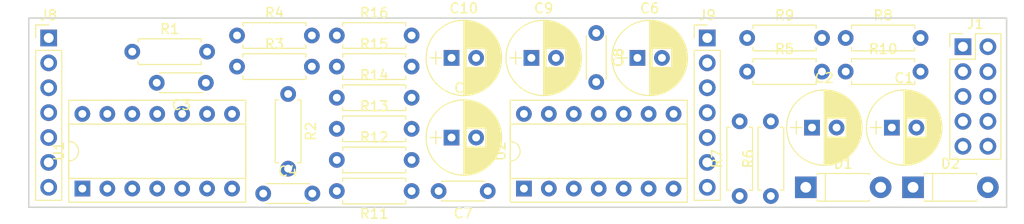
<source format=kicad_pcb>
(kicad_pcb (version 4) (host pcbnew 4.0.6)

  (general
    (links 77)
    (no_connects 77)
    (area 81.204999 48.184999 180.923001 67.639001)
    (thickness 1.6)
    (drawings 4)
    (tracks 2)
    (zones 0)
    (modules 33)
    (nets 32)
  )

  (page A4)
  (title_block
    (title Slomo)
    (date 2017-09-08)
    (rev v1.0)
    (company Rotherrie)
    (comment 1 "Leon van Bokhorst")
  )

  (layers
    (0 F.Cu signal)
    (31 B.Cu signal)
    (32 B.Adhes user)
    (33 F.Adhes user)
    (34 B.Paste user)
    (35 F.Paste user)
    (36 B.SilkS user)
    (37 F.SilkS user)
    (38 B.Mask user)
    (39 F.Mask user)
    (40 Dwgs.User user)
    (41 Cmts.User user)
    (42 Eco1.User user)
    (43 Eco2.User user)
    (44 Edge.Cuts user)
    (45 Margin user)
    (46 B.CrtYd user)
    (47 F.CrtYd user)
    (48 B.Fab user)
    (49 F.Fab user)
  )

  (setup
    (last_trace_width 0.25)
    (trace_clearance 0.2)
    (zone_clearance 0.508)
    (zone_45_only no)
    (trace_min 0.2)
    (segment_width 0.2)
    (edge_width 0.15)
    (via_size 0.6)
    (via_drill 0.4)
    (via_min_size 0.4)
    (via_min_drill 0.3)
    (uvia_size 0.3)
    (uvia_drill 0.1)
    (uvias_allowed no)
    (uvia_min_size 0.2)
    (uvia_min_drill 0.1)
    (pcb_text_width 0.3)
    (pcb_text_size 1.5 1.5)
    (mod_edge_width 0.15)
    (mod_text_size 1 1)
    (mod_text_width 0.15)
    (pad_size 3 3)
    (pad_drill 3)
    (pad_to_mask_clearance 0.2)
    (aux_axis_origin 0 0)
    (visible_elements FFFEFF7F)
    (pcbplotparams
      (layerselection 0x00030_80000001)
      (usegerberextensions false)
      (excludeedgelayer true)
      (linewidth 0.100000)
      (plotframeref false)
      (viasonmask false)
      (mode 1)
      (useauxorigin false)
      (hpglpennumber 1)
      (hpglpenspeed 20)
      (hpglpendiameter 15)
      (hpglpenoverlay 2)
      (psnegative false)
      (psa4output false)
      (plotreference true)
      (plotvalue true)
      (plotinvisibletext false)
      (padsonsilk false)
      (subtractmaskfromsilk false)
      (outputformat 1)
      (mirror false)
      (drillshape 1)
      (scaleselection 1)
      (outputdirectory ""))
  )

  (net 0 "")
  (net 1 GND)
  (net 2 WAVE1)
  (net 3 WAVE2)
  (net 4 WAVE3)
  (net 5 WAVE4)
  (net 6 LED1)
  (net 7 LED1R)
  (net 8 LED2)
  (net 9 LED2R)
  (net 10 LED3)
  (net 11 LED3R)
  (net 12 LED4)
  (net 13 LED4R)
  (net 14 POT1)
  (net 15 POT2)
  (net 16 POT3)
  (net 17 POT4)
  (net 18 VCC)
  (net 19 VEE)
  (net 20 "Net-(C5-Pad1)")
  (net 21 "Net-(C6-Pad1)")
  (net 22 "Net-(C9-Pad1)")
  (net 23 "Net-(C10-Pad1)")
  (net 24 "Net-(R5-Pad1)")
  (net 25 "Net-(R10-Pad2)")
  (net 26 "Net-(R9-Pad1)")
  (net 27 "Net-(R10-Pad1)")
  (net 28 "Net-(R11-Pad1)")
  (net 29 "Net-(R13-Pad1)")
  (net 30 "Net-(R14-Pad1)")
  (net 31 "Net-(R16-Pad1)")

  (net_class Default "This is the default net class."
    (clearance 0.2)
    (trace_width 0.25)
    (via_dia 0.6)
    (via_drill 0.4)
    (uvia_dia 0.3)
    (uvia_drill 0.1)
    (add_net GND)
    (add_net LED1)
    (add_net LED1R)
    (add_net LED2)
    (add_net LED2R)
    (add_net LED3)
    (add_net LED3R)
    (add_net LED4)
    (add_net LED4R)
    (add_net "Net-(C10-Pad1)")
    (add_net "Net-(C5-Pad1)")
    (add_net "Net-(C6-Pad1)")
    (add_net "Net-(C9-Pad1)")
    (add_net "Net-(R10-Pad1)")
    (add_net "Net-(R10-Pad2)")
    (add_net "Net-(R11-Pad1)")
    (add_net "Net-(R13-Pad1)")
    (add_net "Net-(R14-Pad1)")
    (add_net "Net-(R16-Pad1)")
    (add_net "Net-(R5-Pad1)")
    (add_net "Net-(R9-Pad1)")
    (add_net POT1)
    (add_net POT2)
    (add_net POT3)
    (add_net POT4)
    (add_net VCC)
    (add_net VEE)
    (add_net WAVE1)
    (add_net WAVE2)
    (add_net WAVE3)
    (add_net WAVE4)
  )

  (module Capacitors_THT:CP_Radial_D7.5mm_P2.50mm (layer F.Cu) (tedit 597BC7C2) (tstamp 59B2DA8F)
    (at 169.164 59.436)
    (descr "CP, Radial series, Radial, pin pitch=2.50mm, , diameter=7.5mm, Electrolytic Capacitor")
    (tags "CP Radial series Radial pin pitch 2.50mm  diameter 7.5mm Electrolytic Capacitor")
    (path /59B14CBF)
    (fp_text reference C1 (at 1.25 -5.06) (layer F.SilkS)
      (effects (font (size 1 1) (thickness 0.15)))
    )
    (fp_text value 22uF (at 1.25 5.06) (layer F.Fab)
      (effects (font (size 1 1) (thickness 0.15)))
    )
    (fp_circle (center 1.25 0) (end 5 0) (layer F.Fab) (width 0.1))
    (fp_circle (center 1.25 0) (end 5.09 0) (layer F.SilkS) (width 0.12))
    (fp_line (start -2.2 0) (end -1 0) (layer F.Fab) (width 0.1))
    (fp_line (start -1.6 -0.65) (end -1.6 0.65) (layer F.Fab) (width 0.1))
    (fp_line (start 1.25 -3.8) (end 1.25 3.8) (layer F.SilkS) (width 0.12))
    (fp_line (start 1.29 -3.8) (end 1.29 3.8) (layer F.SilkS) (width 0.12))
    (fp_line (start 1.33 -3.8) (end 1.33 3.8) (layer F.SilkS) (width 0.12))
    (fp_line (start 1.37 -3.799) (end 1.37 3.799) (layer F.SilkS) (width 0.12))
    (fp_line (start 1.41 -3.797) (end 1.41 3.797) (layer F.SilkS) (width 0.12))
    (fp_line (start 1.45 -3.795) (end 1.45 3.795) (layer F.SilkS) (width 0.12))
    (fp_line (start 1.49 -3.793) (end 1.49 3.793) (layer F.SilkS) (width 0.12))
    (fp_line (start 1.53 -3.79) (end 1.53 -0.98) (layer F.SilkS) (width 0.12))
    (fp_line (start 1.53 0.98) (end 1.53 3.79) (layer F.SilkS) (width 0.12))
    (fp_line (start 1.57 -3.787) (end 1.57 -0.98) (layer F.SilkS) (width 0.12))
    (fp_line (start 1.57 0.98) (end 1.57 3.787) (layer F.SilkS) (width 0.12))
    (fp_line (start 1.61 -3.784) (end 1.61 -0.98) (layer F.SilkS) (width 0.12))
    (fp_line (start 1.61 0.98) (end 1.61 3.784) (layer F.SilkS) (width 0.12))
    (fp_line (start 1.65 -3.78) (end 1.65 -0.98) (layer F.SilkS) (width 0.12))
    (fp_line (start 1.65 0.98) (end 1.65 3.78) (layer F.SilkS) (width 0.12))
    (fp_line (start 1.69 -3.775) (end 1.69 -0.98) (layer F.SilkS) (width 0.12))
    (fp_line (start 1.69 0.98) (end 1.69 3.775) (layer F.SilkS) (width 0.12))
    (fp_line (start 1.73 -3.77) (end 1.73 -0.98) (layer F.SilkS) (width 0.12))
    (fp_line (start 1.73 0.98) (end 1.73 3.77) (layer F.SilkS) (width 0.12))
    (fp_line (start 1.77 -3.765) (end 1.77 -0.98) (layer F.SilkS) (width 0.12))
    (fp_line (start 1.77 0.98) (end 1.77 3.765) (layer F.SilkS) (width 0.12))
    (fp_line (start 1.81 -3.759) (end 1.81 -0.98) (layer F.SilkS) (width 0.12))
    (fp_line (start 1.81 0.98) (end 1.81 3.759) (layer F.SilkS) (width 0.12))
    (fp_line (start 1.85 -3.753) (end 1.85 -0.98) (layer F.SilkS) (width 0.12))
    (fp_line (start 1.85 0.98) (end 1.85 3.753) (layer F.SilkS) (width 0.12))
    (fp_line (start 1.89 -3.747) (end 1.89 -0.98) (layer F.SilkS) (width 0.12))
    (fp_line (start 1.89 0.98) (end 1.89 3.747) (layer F.SilkS) (width 0.12))
    (fp_line (start 1.93 -3.74) (end 1.93 -0.98) (layer F.SilkS) (width 0.12))
    (fp_line (start 1.93 0.98) (end 1.93 3.74) (layer F.SilkS) (width 0.12))
    (fp_line (start 1.971 -3.732) (end 1.971 -0.98) (layer F.SilkS) (width 0.12))
    (fp_line (start 1.971 0.98) (end 1.971 3.732) (layer F.SilkS) (width 0.12))
    (fp_line (start 2.011 -3.725) (end 2.011 -0.98) (layer F.SilkS) (width 0.12))
    (fp_line (start 2.011 0.98) (end 2.011 3.725) (layer F.SilkS) (width 0.12))
    (fp_line (start 2.051 -3.716) (end 2.051 -0.98) (layer F.SilkS) (width 0.12))
    (fp_line (start 2.051 0.98) (end 2.051 3.716) (layer F.SilkS) (width 0.12))
    (fp_line (start 2.091 -3.707) (end 2.091 -0.98) (layer F.SilkS) (width 0.12))
    (fp_line (start 2.091 0.98) (end 2.091 3.707) (layer F.SilkS) (width 0.12))
    (fp_line (start 2.131 -3.698) (end 2.131 -0.98) (layer F.SilkS) (width 0.12))
    (fp_line (start 2.131 0.98) (end 2.131 3.698) (layer F.SilkS) (width 0.12))
    (fp_line (start 2.171 -3.689) (end 2.171 -0.98) (layer F.SilkS) (width 0.12))
    (fp_line (start 2.171 0.98) (end 2.171 3.689) (layer F.SilkS) (width 0.12))
    (fp_line (start 2.211 -3.679) (end 2.211 -0.98) (layer F.SilkS) (width 0.12))
    (fp_line (start 2.211 0.98) (end 2.211 3.679) (layer F.SilkS) (width 0.12))
    (fp_line (start 2.251 -3.668) (end 2.251 -0.98) (layer F.SilkS) (width 0.12))
    (fp_line (start 2.251 0.98) (end 2.251 3.668) (layer F.SilkS) (width 0.12))
    (fp_line (start 2.291 -3.657) (end 2.291 -0.98) (layer F.SilkS) (width 0.12))
    (fp_line (start 2.291 0.98) (end 2.291 3.657) (layer F.SilkS) (width 0.12))
    (fp_line (start 2.331 -3.645) (end 2.331 -0.98) (layer F.SilkS) (width 0.12))
    (fp_line (start 2.331 0.98) (end 2.331 3.645) (layer F.SilkS) (width 0.12))
    (fp_line (start 2.371 -3.634) (end 2.371 -0.98) (layer F.SilkS) (width 0.12))
    (fp_line (start 2.371 0.98) (end 2.371 3.634) (layer F.SilkS) (width 0.12))
    (fp_line (start 2.411 -3.621) (end 2.411 -0.98) (layer F.SilkS) (width 0.12))
    (fp_line (start 2.411 0.98) (end 2.411 3.621) (layer F.SilkS) (width 0.12))
    (fp_line (start 2.451 -3.608) (end 2.451 -0.98) (layer F.SilkS) (width 0.12))
    (fp_line (start 2.451 0.98) (end 2.451 3.608) (layer F.SilkS) (width 0.12))
    (fp_line (start 2.491 -3.595) (end 2.491 -0.98) (layer F.SilkS) (width 0.12))
    (fp_line (start 2.491 0.98) (end 2.491 3.595) (layer F.SilkS) (width 0.12))
    (fp_line (start 2.531 -3.581) (end 2.531 -0.98) (layer F.SilkS) (width 0.12))
    (fp_line (start 2.531 0.98) (end 2.531 3.581) (layer F.SilkS) (width 0.12))
    (fp_line (start 2.571 -3.566) (end 2.571 -0.98) (layer F.SilkS) (width 0.12))
    (fp_line (start 2.571 0.98) (end 2.571 3.566) (layer F.SilkS) (width 0.12))
    (fp_line (start 2.611 -3.552) (end 2.611 -0.98) (layer F.SilkS) (width 0.12))
    (fp_line (start 2.611 0.98) (end 2.611 3.552) (layer F.SilkS) (width 0.12))
    (fp_line (start 2.651 -3.536) (end 2.651 -0.98) (layer F.SilkS) (width 0.12))
    (fp_line (start 2.651 0.98) (end 2.651 3.536) (layer F.SilkS) (width 0.12))
    (fp_line (start 2.691 -3.52) (end 2.691 -0.98) (layer F.SilkS) (width 0.12))
    (fp_line (start 2.691 0.98) (end 2.691 3.52) (layer F.SilkS) (width 0.12))
    (fp_line (start 2.731 -3.504) (end 2.731 -0.98) (layer F.SilkS) (width 0.12))
    (fp_line (start 2.731 0.98) (end 2.731 3.504) (layer F.SilkS) (width 0.12))
    (fp_line (start 2.771 -3.487) (end 2.771 -0.98) (layer F.SilkS) (width 0.12))
    (fp_line (start 2.771 0.98) (end 2.771 3.487) (layer F.SilkS) (width 0.12))
    (fp_line (start 2.811 -3.469) (end 2.811 -0.98) (layer F.SilkS) (width 0.12))
    (fp_line (start 2.811 0.98) (end 2.811 3.469) (layer F.SilkS) (width 0.12))
    (fp_line (start 2.851 -3.451) (end 2.851 -0.98) (layer F.SilkS) (width 0.12))
    (fp_line (start 2.851 0.98) (end 2.851 3.451) (layer F.SilkS) (width 0.12))
    (fp_line (start 2.891 -3.433) (end 2.891 -0.98) (layer F.SilkS) (width 0.12))
    (fp_line (start 2.891 0.98) (end 2.891 3.433) (layer F.SilkS) (width 0.12))
    (fp_line (start 2.931 -3.413) (end 2.931 -0.98) (layer F.SilkS) (width 0.12))
    (fp_line (start 2.931 0.98) (end 2.931 3.413) (layer F.SilkS) (width 0.12))
    (fp_line (start 2.971 -3.394) (end 2.971 -0.98) (layer F.SilkS) (width 0.12))
    (fp_line (start 2.971 0.98) (end 2.971 3.394) (layer F.SilkS) (width 0.12))
    (fp_line (start 3.011 -3.373) (end 3.011 -0.98) (layer F.SilkS) (width 0.12))
    (fp_line (start 3.011 0.98) (end 3.011 3.373) (layer F.SilkS) (width 0.12))
    (fp_line (start 3.051 -3.352) (end 3.051 -0.98) (layer F.SilkS) (width 0.12))
    (fp_line (start 3.051 0.98) (end 3.051 3.352) (layer F.SilkS) (width 0.12))
    (fp_line (start 3.091 -3.331) (end 3.091 -0.98) (layer F.SilkS) (width 0.12))
    (fp_line (start 3.091 0.98) (end 3.091 3.331) (layer F.SilkS) (width 0.12))
    (fp_line (start 3.131 -3.309) (end 3.131 -0.98) (layer F.SilkS) (width 0.12))
    (fp_line (start 3.131 0.98) (end 3.131 3.309) (layer F.SilkS) (width 0.12))
    (fp_line (start 3.171 -3.286) (end 3.171 -0.98) (layer F.SilkS) (width 0.12))
    (fp_line (start 3.171 0.98) (end 3.171 3.286) (layer F.SilkS) (width 0.12))
    (fp_line (start 3.211 -3.263) (end 3.211 -0.98) (layer F.SilkS) (width 0.12))
    (fp_line (start 3.211 0.98) (end 3.211 3.263) (layer F.SilkS) (width 0.12))
    (fp_line (start 3.251 -3.239) (end 3.251 -0.98) (layer F.SilkS) (width 0.12))
    (fp_line (start 3.251 0.98) (end 3.251 3.239) (layer F.SilkS) (width 0.12))
    (fp_line (start 3.291 -3.214) (end 3.291 -0.98) (layer F.SilkS) (width 0.12))
    (fp_line (start 3.291 0.98) (end 3.291 3.214) (layer F.SilkS) (width 0.12))
    (fp_line (start 3.331 -3.188) (end 3.331 -0.98) (layer F.SilkS) (width 0.12))
    (fp_line (start 3.331 0.98) (end 3.331 3.188) (layer F.SilkS) (width 0.12))
    (fp_line (start 3.371 -3.162) (end 3.371 -0.98) (layer F.SilkS) (width 0.12))
    (fp_line (start 3.371 0.98) (end 3.371 3.162) (layer F.SilkS) (width 0.12))
    (fp_line (start 3.411 -3.135) (end 3.411 -0.98) (layer F.SilkS) (width 0.12))
    (fp_line (start 3.411 0.98) (end 3.411 3.135) (layer F.SilkS) (width 0.12))
    (fp_line (start 3.451 -3.108) (end 3.451 -0.98) (layer F.SilkS) (width 0.12))
    (fp_line (start 3.451 0.98) (end 3.451 3.108) (layer F.SilkS) (width 0.12))
    (fp_line (start 3.491 -3.079) (end 3.491 3.079) (layer F.SilkS) (width 0.12))
    (fp_line (start 3.531 -3.05) (end 3.531 3.05) (layer F.SilkS) (width 0.12))
    (fp_line (start 3.571 -3.02) (end 3.571 3.02) (layer F.SilkS) (width 0.12))
    (fp_line (start 3.611 -2.99) (end 3.611 2.99) (layer F.SilkS) (width 0.12))
    (fp_line (start 3.651 -2.958) (end 3.651 2.958) (layer F.SilkS) (width 0.12))
    (fp_line (start 3.691 -2.926) (end 3.691 2.926) (layer F.SilkS) (width 0.12))
    (fp_line (start 3.731 -2.892) (end 3.731 2.892) (layer F.SilkS) (width 0.12))
    (fp_line (start 3.771 -2.858) (end 3.771 2.858) (layer F.SilkS) (width 0.12))
    (fp_line (start 3.811 -2.823) (end 3.811 2.823) (layer F.SilkS) (width 0.12))
    (fp_line (start 3.851 -2.786) (end 3.851 2.786) (layer F.SilkS) (width 0.12))
    (fp_line (start 3.891 -2.749) (end 3.891 2.749) (layer F.SilkS) (width 0.12))
    (fp_line (start 3.931 -2.711) (end 3.931 2.711) (layer F.SilkS) (width 0.12))
    (fp_line (start 3.971 -2.671) (end 3.971 2.671) (layer F.SilkS) (width 0.12))
    (fp_line (start 4.011 -2.63) (end 4.011 2.63) (layer F.SilkS) (width 0.12))
    (fp_line (start 4.051 -2.588) (end 4.051 2.588) (layer F.SilkS) (width 0.12))
    (fp_line (start 4.091 -2.545) (end 4.091 2.545) (layer F.SilkS) (width 0.12))
    (fp_line (start 4.131 -2.5) (end 4.131 2.5) (layer F.SilkS) (width 0.12))
    (fp_line (start 4.171 -2.454) (end 4.171 2.454) (layer F.SilkS) (width 0.12))
    (fp_line (start 4.211 -2.407) (end 4.211 2.407) (layer F.SilkS) (width 0.12))
    (fp_line (start 4.251 -2.357) (end 4.251 2.357) (layer F.SilkS) (width 0.12))
    (fp_line (start 4.291 -2.307) (end 4.291 2.307) (layer F.SilkS) (width 0.12))
    (fp_line (start 4.331 -2.254) (end 4.331 2.254) (layer F.SilkS) (width 0.12))
    (fp_line (start 4.371 -2.199) (end 4.371 2.199) (layer F.SilkS) (width 0.12))
    (fp_line (start 4.411 -2.142) (end 4.411 2.142) (layer F.SilkS) (width 0.12))
    (fp_line (start 4.451 -2.083) (end 4.451 2.083) (layer F.SilkS) (width 0.12))
    (fp_line (start 4.491 -2.022) (end 4.491 2.022) (layer F.SilkS) (width 0.12))
    (fp_line (start 4.531 -1.957) (end 4.531 1.957) (layer F.SilkS) (width 0.12))
    (fp_line (start 4.571 -1.89) (end 4.571 1.89) (layer F.SilkS) (width 0.12))
    (fp_line (start 4.611 -1.82) (end 4.611 1.82) (layer F.SilkS) (width 0.12))
    (fp_line (start 4.651 -1.745) (end 4.651 1.745) (layer F.SilkS) (width 0.12))
    (fp_line (start 4.691 -1.667) (end 4.691 1.667) (layer F.SilkS) (width 0.12))
    (fp_line (start 4.731 -1.584) (end 4.731 1.584) (layer F.SilkS) (width 0.12))
    (fp_line (start 4.771 -1.495) (end 4.771 1.495) (layer F.SilkS) (width 0.12))
    (fp_line (start 4.811 -1.4) (end 4.811 1.4) (layer F.SilkS) (width 0.12))
    (fp_line (start 4.851 -1.297) (end 4.851 1.297) (layer F.SilkS) (width 0.12))
    (fp_line (start 4.891 -1.184) (end 4.891 1.184) (layer F.SilkS) (width 0.12))
    (fp_line (start 4.931 -1.057) (end 4.931 1.057) (layer F.SilkS) (width 0.12))
    (fp_line (start 4.971 -0.913) (end 4.971 0.913) (layer F.SilkS) (width 0.12))
    (fp_line (start 5.011 -0.74) (end 5.011 0.74) (layer F.SilkS) (width 0.12))
    (fp_line (start 5.051 -0.513) (end 5.051 0.513) (layer F.SilkS) (width 0.12))
    (fp_line (start -2.2 0) (end -1 0) (layer F.SilkS) (width 0.12))
    (fp_line (start -1.6 -0.65) (end -1.6 0.65) (layer F.SilkS) (width 0.12))
    (fp_line (start -2.85 -4.1) (end -2.85 4.1) (layer F.CrtYd) (width 0.05))
    (fp_line (start -2.85 4.1) (end 5.35 4.1) (layer F.CrtYd) (width 0.05))
    (fp_line (start 5.35 4.1) (end 5.35 -4.1) (layer F.CrtYd) (width 0.05))
    (fp_line (start 5.35 -4.1) (end -2.85 -4.1) (layer F.CrtYd) (width 0.05))
    (fp_text user %R (at 1.25 0) (layer F.Fab)
      (effects (font (size 1 1) (thickness 0.15)))
    )
    (pad 1 thru_hole rect (at 0 0) (size 1.6 1.6) (drill 0.8) (layers *.Cu *.Mask)
      (net 18 VCC))
    (pad 2 thru_hole circle (at 2.5 0) (size 1.6 1.6) (drill 0.8) (layers *.Cu *.Mask)
      (net 1 GND))
    (model ${KISYS3DMOD}/Capacitors_THT.3dshapes/CP_Radial_D7.5mm_P2.50mm.wrl
      (at (xyz 0 0 0))
      (scale (xyz 1 1 1))
      (rotate (xyz 0 0 0))
    )
  )

  (module Capacitors_THT:CP_Radial_D7.5mm_P2.50mm (layer F.Cu) (tedit 597BC7C2) (tstamp 59B2DB31)
    (at 161.036 59.436)
    (descr "CP, Radial series, Radial, pin pitch=2.50mm, , diameter=7.5mm, Electrolytic Capacitor")
    (tags "CP Radial series Radial pin pitch 2.50mm  diameter 7.5mm Electrolytic Capacitor")
    (path /59B14CF3)
    (fp_text reference C2 (at 1.25 -5.06) (layer F.SilkS)
      (effects (font (size 1 1) (thickness 0.15)))
    )
    (fp_text value 22uF (at 1.25 5.06) (layer F.Fab)
      (effects (font (size 1 1) (thickness 0.15)))
    )
    (fp_circle (center 1.25 0) (end 5 0) (layer F.Fab) (width 0.1))
    (fp_circle (center 1.25 0) (end 5.09 0) (layer F.SilkS) (width 0.12))
    (fp_line (start -2.2 0) (end -1 0) (layer F.Fab) (width 0.1))
    (fp_line (start -1.6 -0.65) (end -1.6 0.65) (layer F.Fab) (width 0.1))
    (fp_line (start 1.25 -3.8) (end 1.25 3.8) (layer F.SilkS) (width 0.12))
    (fp_line (start 1.29 -3.8) (end 1.29 3.8) (layer F.SilkS) (width 0.12))
    (fp_line (start 1.33 -3.8) (end 1.33 3.8) (layer F.SilkS) (width 0.12))
    (fp_line (start 1.37 -3.799) (end 1.37 3.799) (layer F.SilkS) (width 0.12))
    (fp_line (start 1.41 -3.797) (end 1.41 3.797) (layer F.SilkS) (width 0.12))
    (fp_line (start 1.45 -3.795) (end 1.45 3.795) (layer F.SilkS) (width 0.12))
    (fp_line (start 1.49 -3.793) (end 1.49 3.793) (layer F.SilkS) (width 0.12))
    (fp_line (start 1.53 -3.79) (end 1.53 -0.98) (layer F.SilkS) (width 0.12))
    (fp_line (start 1.53 0.98) (end 1.53 3.79) (layer F.SilkS) (width 0.12))
    (fp_line (start 1.57 -3.787) (end 1.57 -0.98) (layer F.SilkS) (width 0.12))
    (fp_line (start 1.57 0.98) (end 1.57 3.787) (layer F.SilkS) (width 0.12))
    (fp_line (start 1.61 -3.784) (end 1.61 -0.98) (layer F.SilkS) (width 0.12))
    (fp_line (start 1.61 0.98) (end 1.61 3.784) (layer F.SilkS) (width 0.12))
    (fp_line (start 1.65 -3.78) (end 1.65 -0.98) (layer F.SilkS) (width 0.12))
    (fp_line (start 1.65 0.98) (end 1.65 3.78) (layer F.SilkS) (width 0.12))
    (fp_line (start 1.69 -3.775) (end 1.69 -0.98) (layer F.SilkS) (width 0.12))
    (fp_line (start 1.69 0.98) (end 1.69 3.775) (layer F.SilkS) (width 0.12))
    (fp_line (start 1.73 -3.77) (end 1.73 -0.98) (layer F.SilkS) (width 0.12))
    (fp_line (start 1.73 0.98) (end 1.73 3.77) (layer F.SilkS) (width 0.12))
    (fp_line (start 1.77 -3.765) (end 1.77 -0.98) (layer F.SilkS) (width 0.12))
    (fp_line (start 1.77 0.98) (end 1.77 3.765) (layer F.SilkS) (width 0.12))
    (fp_line (start 1.81 -3.759) (end 1.81 -0.98) (layer F.SilkS) (width 0.12))
    (fp_line (start 1.81 0.98) (end 1.81 3.759) (layer F.SilkS) (width 0.12))
    (fp_line (start 1.85 -3.753) (end 1.85 -0.98) (layer F.SilkS) (width 0.12))
    (fp_line (start 1.85 0.98) (end 1.85 3.753) (layer F.SilkS) (width 0.12))
    (fp_line (start 1.89 -3.747) (end 1.89 -0.98) (layer F.SilkS) (width 0.12))
    (fp_line (start 1.89 0.98) (end 1.89 3.747) (layer F.SilkS) (width 0.12))
    (fp_line (start 1.93 -3.74) (end 1.93 -0.98) (layer F.SilkS) (width 0.12))
    (fp_line (start 1.93 0.98) (end 1.93 3.74) (layer F.SilkS) (width 0.12))
    (fp_line (start 1.971 -3.732) (end 1.971 -0.98) (layer F.SilkS) (width 0.12))
    (fp_line (start 1.971 0.98) (end 1.971 3.732) (layer F.SilkS) (width 0.12))
    (fp_line (start 2.011 -3.725) (end 2.011 -0.98) (layer F.SilkS) (width 0.12))
    (fp_line (start 2.011 0.98) (end 2.011 3.725) (layer F.SilkS) (width 0.12))
    (fp_line (start 2.051 -3.716) (end 2.051 -0.98) (layer F.SilkS) (width 0.12))
    (fp_line (start 2.051 0.98) (end 2.051 3.716) (layer F.SilkS) (width 0.12))
    (fp_line (start 2.091 -3.707) (end 2.091 -0.98) (layer F.SilkS) (width 0.12))
    (fp_line (start 2.091 0.98) (end 2.091 3.707) (layer F.SilkS) (width 0.12))
    (fp_line (start 2.131 -3.698) (end 2.131 -0.98) (layer F.SilkS) (width 0.12))
    (fp_line (start 2.131 0.98) (end 2.131 3.698) (layer F.SilkS) (width 0.12))
    (fp_line (start 2.171 -3.689) (end 2.171 -0.98) (layer F.SilkS) (width 0.12))
    (fp_line (start 2.171 0.98) (end 2.171 3.689) (layer F.SilkS) (width 0.12))
    (fp_line (start 2.211 -3.679) (end 2.211 -0.98) (layer F.SilkS) (width 0.12))
    (fp_line (start 2.211 0.98) (end 2.211 3.679) (layer F.SilkS) (width 0.12))
    (fp_line (start 2.251 -3.668) (end 2.251 -0.98) (layer F.SilkS) (width 0.12))
    (fp_line (start 2.251 0.98) (end 2.251 3.668) (layer F.SilkS) (width 0.12))
    (fp_line (start 2.291 -3.657) (end 2.291 -0.98) (layer F.SilkS) (width 0.12))
    (fp_line (start 2.291 0.98) (end 2.291 3.657) (layer F.SilkS) (width 0.12))
    (fp_line (start 2.331 -3.645) (end 2.331 -0.98) (layer F.SilkS) (width 0.12))
    (fp_line (start 2.331 0.98) (end 2.331 3.645) (layer F.SilkS) (width 0.12))
    (fp_line (start 2.371 -3.634) (end 2.371 -0.98) (layer F.SilkS) (width 0.12))
    (fp_line (start 2.371 0.98) (end 2.371 3.634) (layer F.SilkS) (width 0.12))
    (fp_line (start 2.411 -3.621) (end 2.411 -0.98) (layer F.SilkS) (width 0.12))
    (fp_line (start 2.411 0.98) (end 2.411 3.621) (layer F.SilkS) (width 0.12))
    (fp_line (start 2.451 -3.608) (end 2.451 -0.98) (layer F.SilkS) (width 0.12))
    (fp_line (start 2.451 0.98) (end 2.451 3.608) (layer F.SilkS) (width 0.12))
    (fp_line (start 2.491 -3.595) (end 2.491 -0.98) (layer F.SilkS) (width 0.12))
    (fp_line (start 2.491 0.98) (end 2.491 3.595) (layer F.SilkS) (width 0.12))
    (fp_line (start 2.531 -3.581) (end 2.531 -0.98) (layer F.SilkS) (width 0.12))
    (fp_line (start 2.531 0.98) (end 2.531 3.581) (layer F.SilkS) (width 0.12))
    (fp_line (start 2.571 -3.566) (end 2.571 -0.98) (layer F.SilkS) (width 0.12))
    (fp_line (start 2.571 0.98) (end 2.571 3.566) (layer F.SilkS) (width 0.12))
    (fp_line (start 2.611 -3.552) (end 2.611 -0.98) (layer F.SilkS) (width 0.12))
    (fp_line (start 2.611 0.98) (end 2.611 3.552) (layer F.SilkS) (width 0.12))
    (fp_line (start 2.651 -3.536) (end 2.651 -0.98) (layer F.SilkS) (width 0.12))
    (fp_line (start 2.651 0.98) (end 2.651 3.536) (layer F.SilkS) (width 0.12))
    (fp_line (start 2.691 -3.52) (end 2.691 -0.98) (layer F.SilkS) (width 0.12))
    (fp_line (start 2.691 0.98) (end 2.691 3.52) (layer F.SilkS) (width 0.12))
    (fp_line (start 2.731 -3.504) (end 2.731 -0.98) (layer F.SilkS) (width 0.12))
    (fp_line (start 2.731 0.98) (end 2.731 3.504) (layer F.SilkS) (width 0.12))
    (fp_line (start 2.771 -3.487) (end 2.771 -0.98) (layer F.SilkS) (width 0.12))
    (fp_line (start 2.771 0.98) (end 2.771 3.487) (layer F.SilkS) (width 0.12))
    (fp_line (start 2.811 -3.469) (end 2.811 -0.98) (layer F.SilkS) (width 0.12))
    (fp_line (start 2.811 0.98) (end 2.811 3.469) (layer F.SilkS) (width 0.12))
    (fp_line (start 2.851 -3.451) (end 2.851 -0.98) (layer F.SilkS) (width 0.12))
    (fp_line (start 2.851 0.98) (end 2.851 3.451) (layer F.SilkS) (width 0.12))
    (fp_line (start 2.891 -3.433) (end 2.891 -0.98) (layer F.SilkS) (width 0.12))
    (fp_line (start 2.891 0.98) (end 2.891 3.433) (layer F.SilkS) (width 0.12))
    (fp_line (start 2.931 -3.413) (end 2.931 -0.98) (layer F.SilkS) (width 0.12))
    (fp_line (start 2.931 0.98) (end 2.931 3.413) (layer F.SilkS) (width 0.12))
    (fp_line (start 2.971 -3.394) (end 2.971 -0.98) (layer F.SilkS) (width 0.12))
    (fp_line (start 2.971 0.98) (end 2.971 3.394) (layer F.SilkS) (width 0.12))
    (fp_line (start 3.011 -3.373) (end 3.011 -0.98) (layer F.SilkS) (width 0.12))
    (fp_line (start 3.011 0.98) (end 3.011 3.373) (layer F.SilkS) (width 0.12))
    (fp_line (start 3.051 -3.352) (end 3.051 -0.98) (layer F.SilkS) (width 0.12))
    (fp_line (start 3.051 0.98) (end 3.051 3.352) (layer F.SilkS) (width 0.12))
    (fp_line (start 3.091 -3.331) (end 3.091 -0.98) (layer F.SilkS) (width 0.12))
    (fp_line (start 3.091 0.98) (end 3.091 3.331) (layer F.SilkS) (width 0.12))
    (fp_line (start 3.131 -3.309) (end 3.131 -0.98) (layer F.SilkS) (width 0.12))
    (fp_line (start 3.131 0.98) (end 3.131 3.309) (layer F.SilkS) (width 0.12))
    (fp_line (start 3.171 -3.286) (end 3.171 -0.98) (layer F.SilkS) (width 0.12))
    (fp_line (start 3.171 0.98) (end 3.171 3.286) (layer F.SilkS) (width 0.12))
    (fp_line (start 3.211 -3.263) (end 3.211 -0.98) (layer F.SilkS) (width 0.12))
    (fp_line (start 3.211 0.98) (end 3.211 3.263) (layer F.SilkS) (width 0.12))
    (fp_line (start 3.251 -3.239) (end 3.251 -0.98) (layer F.SilkS) (width 0.12))
    (fp_line (start 3.251 0.98) (end 3.251 3.239) (layer F.SilkS) (width 0.12))
    (fp_line (start 3.291 -3.214) (end 3.291 -0.98) (layer F.SilkS) (width 0.12))
    (fp_line (start 3.291 0.98) (end 3.291 3.214) (layer F.SilkS) (width 0.12))
    (fp_line (start 3.331 -3.188) (end 3.331 -0.98) (layer F.SilkS) (width 0.12))
    (fp_line (start 3.331 0.98) (end 3.331 3.188) (layer F.SilkS) (width 0.12))
    (fp_line (start 3.371 -3.162) (end 3.371 -0.98) (layer F.SilkS) (width 0.12))
    (fp_line (start 3.371 0.98) (end 3.371 3.162) (layer F.SilkS) (width 0.12))
    (fp_line (start 3.411 -3.135) (end 3.411 -0.98) (layer F.SilkS) (width 0.12))
    (fp_line (start 3.411 0.98) (end 3.411 3.135) (layer F.SilkS) (width 0.12))
    (fp_line (start 3.451 -3.108) (end 3.451 -0.98) (layer F.SilkS) (width 0.12))
    (fp_line (start 3.451 0.98) (end 3.451 3.108) (layer F.SilkS) (width 0.12))
    (fp_line (start 3.491 -3.079) (end 3.491 3.079) (layer F.SilkS) (width 0.12))
    (fp_line (start 3.531 -3.05) (end 3.531 3.05) (layer F.SilkS) (width 0.12))
    (fp_line (start 3.571 -3.02) (end 3.571 3.02) (layer F.SilkS) (width 0.12))
    (fp_line (start 3.611 -2.99) (end 3.611 2.99) (layer F.SilkS) (width 0.12))
    (fp_line (start 3.651 -2.958) (end 3.651 2.958) (layer F.SilkS) (width 0.12))
    (fp_line (start 3.691 -2.926) (end 3.691 2.926) (layer F.SilkS) (width 0.12))
    (fp_line (start 3.731 -2.892) (end 3.731 2.892) (layer F.SilkS) (width 0.12))
    (fp_line (start 3.771 -2.858) (end 3.771 2.858) (layer F.SilkS) (width 0.12))
    (fp_line (start 3.811 -2.823) (end 3.811 2.823) (layer F.SilkS) (width 0.12))
    (fp_line (start 3.851 -2.786) (end 3.851 2.786) (layer F.SilkS) (width 0.12))
    (fp_line (start 3.891 -2.749) (end 3.891 2.749) (layer F.SilkS) (width 0.12))
    (fp_line (start 3.931 -2.711) (end 3.931 2.711) (layer F.SilkS) (width 0.12))
    (fp_line (start 3.971 -2.671) (end 3.971 2.671) (layer F.SilkS) (width 0.12))
    (fp_line (start 4.011 -2.63) (end 4.011 2.63) (layer F.SilkS) (width 0.12))
    (fp_line (start 4.051 -2.588) (end 4.051 2.588) (layer F.SilkS) (width 0.12))
    (fp_line (start 4.091 -2.545) (end 4.091 2.545) (layer F.SilkS) (width 0.12))
    (fp_line (start 4.131 -2.5) (end 4.131 2.5) (layer F.SilkS) (width 0.12))
    (fp_line (start 4.171 -2.454) (end 4.171 2.454) (layer F.SilkS) (width 0.12))
    (fp_line (start 4.211 -2.407) (end 4.211 2.407) (layer F.SilkS) (width 0.12))
    (fp_line (start 4.251 -2.357) (end 4.251 2.357) (layer F.SilkS) (width 0.12))
    (fp_line (start 4.291 -2.307) (end 4.291 2.307) (layer F.SilkS) (width 0.12))
    (fp_line (start 4.331 -2.254) (end 4.331 2.254) (layer F.SilkS) (width 0.12))
    (fp_line (start 4.371 -2.199) (end 4.371 2.199) (layer F.SilkS) (width 0.12))
    (fp_line (start 4.411 -2.142) (end 4.411 2.142) (layer F.SilkS) (width 0.12))
    (fp_line (start 4.451 -2.083) (end 4.451 2.083) (layer F.SilkS) (width 0.12))
    (fp_line (start 4.491 -2.022) (end 4.491 2.022) (layer F.SilkS) (width 0.12))
    (fp_line (start 4.531 -1.957) (end 4.531 1.957) (layer F.SilkS) (width 0.12))
    (fp_line (start 4.571 -1.89) (end 4.571 1.89) (layer F.SilkS) (width 0.12))
    (fp_line (start 4.611 -1.82) (end 4.611 1.82) (layer F.SilkS) (width 0.12))
    (fp_line (start 4.651 -1.745) (end 4.651 1.745) (layer F.SilkS) (width 0.12))
    (fp_line (start 4.691 -1.667) (end 4.691 1.667) (layer F.SilkS) (width 0.12))
    (fp_line (start 4.731 -1.584) (end 4.731 1.584) (layer F.SilkS) (width 0.12))
    (fp_line (start 4.771 -1.495) (end 4.771 1.495) (layer F.SilkS) (width 0.12))
    (fp_line (start 4.811 -1.4) (end 4.811 1.4) (layer F.SilkS) (width 0.12))
    (fp_line (start 4.851 -1.297) (end 4.851 1.297) (layer F.SilkS) (width 0.12))
    (fp_line (start 4.891 -1.184) (end 4.891 1.184) (layer F.SilkS) (width 0.12))
    (fp_line (start 4.931 -1.057) (end 4.931 1.057) (layer F.SilkS) (width 0.12))
    (fp_line (start 4.971 -0.913) (end 4.971 0.913) (layer F.SilkS) (width 0.12))
    (fp_line (start 5.011 -0.74) (end 5.011 0.74) (layer F.SilkS) (width 0.12))
    (fp_line (start 5.051 -0.513) (end 5.051 0.513) (layer F.SilkS) (width 0.12))
    (fp_line (start -2.2 0) (end -1 0) (layer F.SilkS) (width 0.12))
    (fp_line (start -1.6 -0.65) (end -1.6 0.65) (layer F.SilkS) (width 0.12))
    (fp_line (start -2.85 -4.1) (end -2.85 4.1) (layer F.CrtYd) (width 0.05))
    (fp_line (start -2.85 4.1) (end 5.35 4.1) (layer F.CrtYd) (width 0.05))
    (fp_line (start 5.35 4.1) (end 5.35 -4.1) (layer F.CrtYd) (width 0.05))
    (fp_line (start 5.35 -4.1) (end -2.85 -4.1) (layer F.CrtYd) (width 0.05))
    (fp_text user %R (at 1.25 0) (layer F.Fab)
      (effects (font (size 1 1) (thickness 0.15)))
    )
    (pad 1 thru_hole rect (at 0 0) (size 1.6 1.6) (drill 0.8) (layers *.Cu *.Mask)
      (net 1 GND))
    (pad 2 thru_hole circle (at 2.5 0) (size 1.6 1.6) (drill 0.8) (layers *.Cu *.Mask)
      (net 19 VEE))
    (model ${KISYS3DMOD}/Capacitors_THT.3dshapes/CP_Radial_D7.5mm_P2.50mm.wrl
      (at (xyz 0 0 0))
      (scale (xyz 1 1 1))
      (rotate (xyz 0 0 0))
    )
  )

  (module Capacitors_THT:C_Disc_D4.3mm_W1.9mm_P5.00mm (layer F.Cu) (tedit 597BC7C2) (tstamp 59B2DB46)
    (at 99.314 54.864 180)
    (descr "C, Disc series, Radial, pin pitch=5.00mm, , diameter*width=4.3*1.9mm^2, Capacitor, http://www.vishay.com/docs/45233/krseries.pdf")
    (tags "C Disc series Radial pin pitch 5.00mm  diameter 4.3mm width 1.9mm Capacitor")
    (path /59B1533E/59B15D4F)
    (fp_text reference C3 (at 2.5 -2.26 180) (layer F.SilkS)
      (effects (font (size 1 1) (thickness 0.15)))
    )
    (fp_text value 100nF (at 2.5 2.26 180) (layer F.Fab)
      (effects (font (size 1 1) (thickness 0.15)))
    )
    (fp_line (start 0.35 -0.95) (end 0.35 0.95) (layer F.Fab) (width 0.1))
    (fp_line (start 0.35 0.95) (end 4.65 0.95) (layer F.Fab) (width 0.1))
    (fp_line (start 4.65 0.95) (end 4.65 -0.95) (layer F.Fab) (width 0.1))
    (fp_line (start 4.65 -0.95) (end 0.35 -0.95) (layer F.Fab) (width 0.1))
    (fp_line (start 0.29 -1.01) (end 4.71 -1.01) (layer F.SilkS) (width 0.12))
    (fp_line (start 0.29 1.01) (end 4.71 1.01) (layer F.SilkS) (width 0.12))
    (fp_line (start 0.29 -1.01) (end 0.29 -0.996) (layer F.SilkS) (width 0.12))
    (fp_line (start 0.29 0.996) (end 0.29 1.01) (layer F.SilkS) (width 0.12))
    (fp_line (start 4.71 -1.01) (end 4.71 -0.996) (layer F.SilkS) (width 0.12))
    (fp_line (start 4.71 0.996) (end 4.71 1.01) (layer F.SilkS) (width 0.12))
    (fp_line (start -1.05 -1.3) (end -1.05 1.3) (layer F.CrtYd) (width 0.05))
    (fp_line (start -1.05 1.3) (end 6.05 1.3) (layer F.CrtYd) (width 0.05))
    (fp_line (start 6.05 1.3) (end 6.05 -1.3) (layer F.CrtYd) (width 0.05))
    (fp_line (start 6.05 -1.3) (end -1.05 -1.3) (layer F.CrtYd) (width 0.05))
    (fp_text user %R (at 2.5 0 180) (layer F.Fab)
      (effects (font (size 1 1) (thickness 0.15)))
    )
    (pad 1 thru_hole circle (at 0 0 180) (size 1.6 1.6) (drill 0.8) (layers *.Cu *.Mask)
      (net 1 GND))
    (pad 2 thru_hole circle (at 5 0 180) (size 1.6 1.6) (drill 0.8) (layers *.Cu *.Mask)
      (net 19 VEE))
    (model ${KISYS3DMOD}/Capacitors_THT.3dshapes/C_Disc_D4.3mm_W1.9mm_P5.00mm.wrl
      (at (xyz 0 0 0))
      (scale (xyz 1 1 1))
      (rotate (xyz 0 0 0))
    )
  )

  (module Capacitors_THT:C_Disc_D4.3mm_W1.9mm_P5.00mm (layer F.Cu) (tedit 597BC7C2) (tstamp 59B2DB5B)
    (at 105.156 66.167)
    (descr "C, Disc series, Radial, pin pitch=5.00mm, , diameter*width=4.3*1.9mm^2, Capacitor, http://www.vishay.com/docs/45233/krseries.pdf")
    (tags "C Disc series Radial pin pitch 5.00mm  diameter 4.3mm width 1.9mm Capacitor")
    (path /59B1533E/59B1615D)
    (fp_text reference C4 (at 2.5 -2.26) (layer F.SilkS)
      (effects (font (size 1 1) (thickness 0.15)))
    )
    (fp_text value 100nF (at 2.5 2.26) (layer F.Fab)
      (effects (font (size 1 1) (thickness 0.15)))
    )
    (fp_line (start 0.35 -0.95) (end 0.35 0.95) (layer F.Fab) (width 0.1))
    (fp_line (start 0.35 0.95) (end 4.65 0.95) (layer F.Fab) (width 0.1))
    (fp_line (start 4.65 0.95) (end 4.65 -0.95) (layer F.Fab) (width 0.1))
    (fp_line (start 4.65 -0.95) (end 0.35 -0.95) (layer F.Fab) (width 0.1))
    (fp_line (start 0.29 -1.01) (end 4.71 -1.01) (layer F.SilkS) (width 0.12))
    (fp_line (start 0.29 1.01) (end 4.71 1.01) (layer F.SilkS) (width 0.12))
    (fp_line (start 0.29 -1.01) (end 0.29 -0.996) (layer F.SilkS) (width 0.12))
    (fp_line (start 0.29 0.996) (end 0.29 1.01) (layer F.SilkS) (width 0.12))
    (fp_line (start 4.71 -1.01) (end 4.71 -0.996) (layer F.SilkS) (width 0.12))
    (fp_line (start 4.71 0.996) (end 4.71 1.01) (layer F.SilkS) (width 0.12))
    (fp_line (start -1.05 -1.3) (end -1.05 1.3) (layer F.CrtYd) (width 0.05))
    (fp_line (start -1.05 1.3) (end 6.05 1.3) (layer F.CrtYd) (width 0.05))
    (fp_line (start 6.05 1.3) (end 6.05 -1.3) (layer F.CrtYd) (width 0.05))
    (fp_line (start 6.05 -1.3) (end -1.05 -1.3) (layer F.CrtYd) (width 0.05))
    (fp_text user %R (at 2.5 0) (layer F.Fab)
      (effects (font (size 1 1) (thickness 0.15)))
    )
    (pad 1 thru_hole circle (at 0 0) (size 1.6 1.6) (drill 0.8) (layers *.Cu *.Mask)
      (net 1 GND))
    (pad 2 thru_hole circle (at 5 0) (size 1.6 1.6) (drill 0.8) (layers *.Cu *.Mask)
      (net 18 VCC))
    (model ${KISYS3DMOD}/Capacitors_THT.3dshapes/C_Disc_D4.3mm_W1.9mm_P5.00mm.wrl
      (at (xyz 0 0 0))
      (scale (xyz 1 1 1))
      (rotate (xyz 0 0 0))
    )
  )

  (module Capacitors_THT:CP_Radial_D7.5mm_P2.50mm (layer F.Cu) (tedit 597BC7C2) (tstamp 59B2DBFD)
    (at 124.333 60.452)
    (descr "CP, Radial series, Radial, pin pitch=2.50mm, , diameter=7.5mm, Electrolytic Capacitor")
    (tags "CP Radial series Radial pin pitch 2.50mm  diameter 7.5mm Electrolytic Capacitor")
    (path /59B17997/59B17DCD)
    (fp_text reference C5 (at 1.25 -5.06) (layer F.SilkS)
      (effects (font (size 1 1) (thickness 0.15)))
    )
    (fp_text value 100uF (at 1.25 5.06) (layer F.Fab)
      (effects (font (size 1 1) (thickness 0.15)))
    )
    (fp_circle (center 1.25 0) (end 5 0) (layer F.Fab) (width 0.1))
    (fp_circle (center 1.25 0) (end 5.09 0) (layer F.SilkS) (width 0.12))
    (fp_line (start -2.2 0) (end -1 0) (layer F.Fab) (width 0.1))
    (fp_line (start -1.6 -0.65) (end -1.6 0.65) (layer F.Fab) (width 0.1))
    (fp_line (start 1.25 -3.8) (end 1.25 3.8) (layer F.SilkS) (width 0.12))
    (fp_line (start 1.29 -3.8) (end 1.29 3.8) (layer F.SilkS) (width 0.12))
    (fp_line (start 1.33 -3.8) (end 1.33 3.8) (layer F.SilkS) (width 0.12))
    (fp_line (start 1.37 -3.799) (end 1.37 3.799) (layer F.SilkS) (width 0.12))
    (fp_line (start 1.41 -3.797) (end 1.41 3.797) (layer F.SilkS) (width 0.12))
    (fp_line (start 1.45 -3.795) (end 1.45 3.795) (layer F.SilkS) (width 0.12))
    (fp_line (start 1.49 -3.793) (end 1.49 3.793) (layer F.SilkS) (width 0.12))
    (fp_line (start 1.53 -3.79) (end 1.53 -0.98) (layer F.SilkS) (width 0.12))
    (fp_line (start 1.53 0.98) (end 1.53 3.79) (layer F.SilkS) (width 0.12))
    (fp_line (start 1.57 -3.787) (end 1.57 -0.98) (layer F.SilkS) (width 0.12))
    (fp_line (start 1.57 0.98) (end 1.57 3.787) (layer F.SilkS) (width 0.12))
    (fp_line (start 1.61 -3.784) (end 1.61 -0.98) (layer F.SilkS) (width 0.12))
    (fp_line (start 1.61 0.98) (end 1.61 3.784) (layer F.SilkS) (width 0.12))
    (fp_line (start 1.65 -3.78) (end 1.65 -0.98) (layer F.SilkS) (width 0.12))
    (fp_line (start 1.65 0.98) (end 1.65 3.78) (layer F.SilkS) (width 0.12))
    (fp_line (start 1.69 -3.775) (end 1.69 -0.98) (layer F.SilkS) (width 0.12))
    (fp_line (start 1.69 0.98) (end 1.69 3.775) (layer F.SilkS) (width 0.12))
    (fp_line (start 1.73 -3.77) (end 1.73 -0.98) (layer F.SilkS) (width 0.12))
    (fp_line (start 1.73 0.98) (end 1.73 3.77) (layer F.SilkS) (width 0.12))
    (fp_line (start 1.77 -3.765) (end 1.77 -0.98) (layer F.SilkS) (width 0.12))
    (fp_line (start 1.77 0.98) (end 1.77 3.765) (layer F.SilkS) (width 0.12))
    (fp_line (start 1.81 -3.759) (end 1.81 -0.98) (layer F.SilkS) (width 0.12))
    (fp_line (start 1.81 0.98) (end 1.81 3.759) (layer F.SilkS) (width 0.12))
    (fp_line (start 1.85 -3.753) (end 1.85 -0.98) (layer F.SilkS) (width 0.12))
    (fp_line (start 1.85 0.98) (end 1.85 3.753) (layer F.SilkS) (width 0.12))
    (fp_line (start 1.89 -3.747) (end 1.89 -0.98) (layer F.SilkS) (width 0.12))
    (fp_line (start 1.89 0.98) (end 1.89 3.747) (layer F.SilkS) (width 0.12))
    (fp_line (start 1.93 -3.74) (end 1.93 -0.98) (layer F.SilkS) (width 0.12))
    (fp_line (start 1.93 0.98) (end 1.93 3.74) (layer F.SilkS) (width 0.12))
    (fp_line (start 1.971 -3.732) (end 1.971 -0.98) (layer F.SilkS) (width 0.12))
    (fp_line (start 1.971 0.98) (end 1.971 3.732) (layer F.SilkS) (width 0.12))
    (fp_line (start 2.011 -3.725) (end 2.011 -0.98) (layer F.SilkS) (width 0.12))
    (fp_line (start 2.011 0.98) (end 2.011 3.725) (layer F.SilkS) (width 0.12))
    (fp_line (start 2.051 -3.716) (end 2.051 -0.98) (layer F.SilkS) (width 0.12))
    (fp_line (start 2.051 0.98) (end 2.051 3.716) (layer F.SilkS) (width 0.12))
    (fp_line (start 2.091 -3.707) (end 2.091 -0.98) (layer F.SilkS) (width 0.12))
    (fp_line (start 2.091 0.98) (end 2.091 3.707) (layer F.SilkS) (width 0.12))
    (fp_line (start 2.131 -3.698) (end 2.131 -0.98) (layer F.SilkS) (width 0.12))
    (fp_line (start 2.131 0.98) (end 2.131 3.698) (layer F.SilkS) (width 0.12))
    (fp_line (start 2.171 -3.689) (end 2.171 -0.98) (layer F.SilkS) (width 0.12))
    (fp_line (start 2.171 0.98) (end 2.171 3.689) (layer F.SilkS) (width 0.12))
    (fp_line (start 2.211 -3.679) (end 2.211 -0.98) (layer F.SilkS) (width 0.12))
    (fp_line (start 2.211 0.98) (end 2.211 3.679) (layer F.SilkS) (width 0.12))
    (fp_line (start 2.251 -3.668) (end 2.251 -0.98) (layer F.SilkS) (width 0.12))
    (fp_line (start 2.251 0.98) (end 2.251 3.668) (layer F.SilkS) (width 0.12))
    (fp_line (start 2.291 -3.657) (end 2.291 -0.98) (layer F.SilkS) (width 0.12))
    (fp_line (start 2.291 0.98) (end 2.291 3.657) (layer F.SilkS) (width 0.12))
    (fp_line (start 2.331 -3.645) (end 2.331 -0.98) (layer F.SilkS) (width 0.12))
    (fp_line (start 2.331 0.98) (end 2.331 3.645) (layer F.SilkS) (width 0.12))
    (fp_line (start 2.371 -3.634) (end 2.371 -0.98) (layer F.SilkS) (width 0.12))
    (fp_line (start 2.371 0.98) (end 2.371 3.634) (layer F.SilkS) (width 0.12))
    (fp_line (start 2.411 -3.621) (end 2.411 -0.98) (layer F.SilkS) (width 0.12))
    (fp_line (start 2.411 0.98) (end 2.411 3.621) (layer F.SilkS) (width 0.12))
    (fp_line (start 2.451 -3.608) (end 2.451 -0.98) (layer F.SilkS) (width 0.12))
    (fp_line (start 2.451 0.98) (end 2.451 3.608) (layer F.SilkS) (width 0.12))
    (fp_line (start 2.491 -3.595) (end 2.491 -0.98) (layer F.SilkS) (width 0.12))
    (fp_line (start 2.491 0.98) (end 2.491 3.595) (layer F.SilkS) (width 0.12))
    (fp_line (start 2.531 -3.581) (end 2.531 -0.98) (layer F.SilkS) (width 0.12))
    (fp_line (start 2.531 0.98) (end 2.531 3.581) (layer F.SilkS) (width 0.12))
    (fp_line (start 2.571 -3.566) (end 2.571 -0.98) (layer F.SilkS) (width 0.12))
    (fp_line (start 2.571 0.98) (end 2.571 3.566) (layer F.SilkS) (width 0.12))
    (fp_line (start 2.611 -3.552) (end 2.611 -0.98) (layer F.SilkS) (width 0.12))
    (fp_line (start 2.611 0.98) (end 2.611 3.552) (layer F.SilkS) (width 0.12))
    (fp_line (start 2.651 -3.536) (end 2.651 -0.98) (layer F.SilkS) (width 0.12))
    (fp_line (start 2.651 0.98) (end 2.651 3.536) (layer F.SilkS) (width 0.12))
    (fp_line (start 2.691 -3.52) (end 2.691 -0.98) (layer F.SilkS) (width 0.12))
    (fp_line (start 2.691 0.98) (end 2.691 3.52) (layer F.SilkS) (width 0.12))
    (fp_line (start 2.731 -3.504) (end 2.731 -0.98) (layer F.SilkS) (width 0.12))
    (fp_line (start 2.731 0.98) (end 2.731 3.504) (layer F.SilkS) (width 0.12))
    (fp_line (start 2.771 -3.487) (end 2.771 -0.98) (layer F.SilkS) (width 0.12))
    (fp_line (start 2.771 0.98) (end 2.771 3.487) (layer F.SilkS) (width 0.12))
    (fp_line (start 2.811 -3.469) (end 2.811 -0.98) (layer F.SilkS) (width 0.12))
    (fp_line (start 2.811 0.98) (end 2.811 3.469) (layer F.SilkS) (width 0.12))
    (fp_line (start 2.851 -3.451) (end 2.851 -0.98) (layer F.SilkS) (width 0.12))
    (fp_line (start 2.851 0.98) (end 2.851 3.451) (layer F.SilkS) (width 0.12))
    (fp_line (start 2.891 -3.433) (end 2.891 -0.98) (layer F.SilkS) (width 0.12))
    (fp_line (start 2.891 0.98) (end 2.891 3.433) (layer F.SilkS) (width 0.12))
    (fp_line (start 2.931 -3.413) (end 2.931 -0.98) (layer F.SilkS) (width 0.12))
    (fp_line (start 2.931 0.98) (end 2.931 3.413) (layer F.SilkS) (width 0.12))
    (fp_line (start 2.971 -3.394) (end 2.971 -0.98) (layer F.SilkS) (width 0.12))
    (fp_line (start 2.971 0.98) (end 2.971 3.394) (layer F.SilkS) (width 0.12))
    (fp_line (start 3.011 -3.373) (end 3.011 -0.98) (layer F.SilkS) (width 0.12))
    (fp_line (start 3.011 0.98) (end 3.011 3.373) (layer F.SilkS) (width 0.12))
    (fp_line (start 3.051 -3.352) (end 3.051 -0.98) (layer F.SilkS) (width 0.12))
    (fp_line (start 3.051 0.98) (end 3.051 3.352) (layer F.SilkS) (width 0.12))
    (fp_line (start 3.091 -3.331) (end 3.091 -0.98) (layer F.SilkS) (width 0.12))
    (fp_line (start 3.091 0.98) (end 3.091 3.331) (layer F.SilkS) (width 0.12))
    (fp_line (start 3.131 -3.309) (end 3.131 -0.98) (layer F.SilkS) (width 0.12))
    (fp_line (start 3.131 0.98) (end 3.131 3.309) (layer F.SilkS) (width 0.12))
    (fp_line (start 3.171 -3.286) (end 3.171 -0.98) (layer F.SilkS) (width 0.12))
    (fp_line (start 3.171 0.98) (end 3.171 3.286) (layer F.SilkS) (width 0.12))
    (fp_line (start 3.211 -3.263) (end 3.211 -0.98) (layer F.SilkS) (width 0.12))
    (fp_line (start 3.211 0.98) (end 3.211 3.263) (layer F.SilkS) (width 0.12))
    (fp_line (start 3.251 -3.239) (end 3.251 -0.98) (layer F.SilkS) (width 0.12))
    (fp_line (start 3.251 0.98) (end 3.251 3.239) (layer F.SilkS) (width 0.12))
    (fp_line (start 3.291 -3.214) (end 3.291 -0.98) (layer F.SilkS) (width 0.12))
    (fp_line (start 3.291 0.98) (end 3.291 3.214) (layer F.SilkS) (width 0.12))
    (fp_line (start 3.331 -3.188) (end 3.331 -0.98) (layer F.SilkS) (width 0.12))
    (fp_line (start 3.331 0.98) (end 3.331 3.188) (layer F.SilkS) (width 0.12))
    (fp_line (start 3.371 -3.162) (end 3.371 -0.98) (layer F.SilkS) (width 0.12))
    (fp_line (start 3.371 0.98) (end 3.371 3.162) (layer F.SilkS) (width 0.12))
    (fp_line (start 3.411 -3.135) (end 3.411 -0.98) (layer F.SilkS) (width 0.12))
    (fp_line (start 3.411 0.98) (end 3.411 3.135) (layer F.SilkS) (width 0.12))
    (fp_line (start 3.451 -3.108) (end 3.451 -0.98) (layer F.SilkS) (width 0.12))
    (fp_line (start 3.451 0.98) (end 3.451 3.108) (layer F.SilkS) (width 0.12))
    (fp_line (start 3.491 -3.079) (end 3.491 3.079) (layer F.SilkS) (width 0.12))
    (fp_line (start 3.531 -3.05) (end 3.531 3.05) (layer F.SilkS) (width 0.12))
    (fp_line (start 3.571 -3.02) (end 3.571 3.02) (layer F.SilkS) (width 0.12))
    (fp_line (start 3.611 -2.99) (end 3.611 2.99) (layer F.SilkS) (width 0.12))
    (fp_line (start 3.651 -2.958) (end 3.651 2.958) (layer F.SilkS) (width 0.12))
    (fp_line (start 3.691 -2.926) (end 3.691 2.926) (layer F.SilkS) (width 0.12))
    (fp_line (start 3.731 -2.892) (end 3.731 2.892) (layer F.SilkS) (width 0.12))
    (fp_line (start 3.771 -2.858) (end 3.771 2.858) (layer F.SilkS) (width 0.12))
    (fp_line (start 3.811 -2.823) (end 3.811 2.823) (layer F.SilkS) (width 0.12))
    (fp_line (start 3.851 -2.786) (end 3.851 2.786) (layer F.SilkS) (width 0.12))
    (fp_line (start 3.891 -2.749) (end 3.891 2.749) (layer F.SilkS) (width 0.12))
    (fp_line (start 3.931 -2.711) (end 3.931 2.711) (layer F.SilkS) (width 0.12))
    (fp_line (start 3.971 -2.671) (end 3.971 2.671) (layer F.SilkS) (width 0.12))
    (fp_line (start 4.011 -2.63) (end 4.011 2.63) (layer F.SilkS) (width 0.12))
    (fp_line (start 4.051 -2.588) (end 4.051 2.588) (layer F.SilkS) (width 0.12))
    (fp_line (start 4.091 -2.545) (end 4.091 2.545) (layer F.SilkS) (width 0.12))
    (fp_line (start 4.131 -2.5) (end 4.131 2.5) (layer F.SilkS) (width 0.12))
    (fp_line (start 4.171 -2.454) (end 4.171 2.454) (layer F.SilkS) (width 0.12))
    (fp_line (start 4.211 -2.407) (end 4.211 2.407) (layer F.SilkS) (width 0.12))
    (fp_line (start 4.251 -2.357) (end 4.251 2.357) (layer F.SilkS) (width 0.12))
    (fp_line (start 4.291 -2.307) (end 4.291 2.307) (layer F.SilkS) (width 0.12))
    (fp_line (start 4.331 -2.254) (end 4.331 2.254) (layer F.SilkS) (width 0.12))
    (fp_line (start 4.371 -2.199) (end 4.371 2.199) (layer F.SilkS) (width 0.12))
    (fp_line (start 4.411 -2.142) (end 4.411 2.142) (layer F.SilkS) (width 0.12))
    (fp_line (start 4.451 -2.083) (end 4.451 2.083) (layer F.SilkS) (width 0.12))
    (fp_line (start 4.491 -2.022) (end 4.491 2.022) (layer F.SilkS) (width 0.12))
    (fp_line (start 4.531 -1.957) (end 4.531 1.957) (layer F.SilkS) (width 0.12))
    (fp_line (start 4.571 -1.89) (end 4.571 1.89) (layer F.SilkS) (width 0.12))
    (fp_line (start 4.611 -1.82) (end 4.611 1.82) (layer F.SilkS) (width 0.12))
    (fp_line (start 4.651 -1.745) (end 4.651 1.745) (layer F.SilkS) (width 0.12))
    (fp_line (start 4.691 -1.667) (end 4.691 1.667) (layer F.SilkS) (width 0.12))
    (fp_line (start 4.731 -1.584) (end 4.731 1.584) (layer F.SilkS) (width 0.12))
    (fp_line (start 4.771 -1.495) (end 4.771 1.495) (layer F.SilkS) (width 0.12))
    (fp_line (start 4.811 -1.4) (end 4.811 1.4) (layer F.SilkS) (width 0.12))
    (fp_line (start 4.851 -1.297) (end 4.851 1.297) (layer F.SilkS) (width 0.12))
    (fp_line (start 4.891 -1.184) (end 4.891 1.184) (layer F.SilkS) (width 0.12))
    (fp_line (start 4.931 -1.057) (end 4.931 1.057) (layer F.SilkS) (width 0.12))
    (fp_line (start 4.971 -0.913) (end 4.971 0.913) (layer F.SilkS) (width 0.12))
    (fp_line (start 5.011 -0.74) (end 5.011 0.74) (layer F.SilkS) (width 0.12))
    (fp_line (start 5.051 -0.513) (end 5.051 0.513) (layer F.SilkS) (width 0.12))
    (fp_line (start -2.2 0) (end -1 0) (layer F.SilkS) (width 0.12))
    (fp_line (start -1.6 -0.65) (end -1.6 0.65) (layer F.SilkS) (width 0.12))
    (fp_line (start -2.85 -4.1) (end -2.85 4.1) (layer F.CrtYd) (width 0.05))
    (fp_line (start -2.85 4.1) (end 5.35 4.1) (layer F.CrtYd) (width 0.05))
    (fp_line (start 5.35 4.1) (end 5.35 -4.1) (layer F.CrtYd) (width 0.05))
    (fp_line (start 5.35 -4.1) (end -2.85 -4.1) (layer F.CrtYd) (width 0.05))
    (fp_text user %R (at 1.25 0) (layer F.Fab)
      (effects (font (size 1 1) (thickness 0.15)))
    )
    (pad 1 thru_hole rect (at 0 0) (size 1.6 1.6) (drill 0.8) (layers *.Cu *.Mask)
      (net 20 "Net-(C5-Pad1)"))
    (pad 2 thru_hole circle (at 2.5 0) (size 1.6 1.6) (drill 0.8) (layers *.Cu *.Mask)
      (net 1 GND))
    (model ${KISYS3DMOD}/Capacitors_THT.3dshapes/CP_Radial_D7.5mm_P2.50mm.wrl
      (at (xyz 0 0 0))
      (scale (xyz 1 1 1))
      (rotate (xyz 0 0 0))
    )
  )

  (module Capacitors_THT:CP_Radial_D7.5mm_P2.50mm (layer F.Cu) (tedit 597BC7C2) (tstamp 59B2DC9F)
    (at 143.256 52.324)
    (descr "CP, Radial series, Radial, pin pitch=2.50mm, , diameter=7.5mm, Electrolytic Capacitor")
    (tags "CP Radial series Radial pin pitch 2.50mm  diameter 7.5mm Electrolytic Capacitor")
    (path /59B17997/59B27222)
    (fp_text reference C6 (at 1.25 -5.06) (layer F.SilkS)
      (effects (font (size 1 1) (thickness 0.15)))
    )
    (fp_text value 100uF (at 1.25 5.06) (layer F.Fab)
      (effects (font (size 1 1) (thickness 0.15)))
    )
    (fp_circle (center 1.25 0) (end 5 0) (layer F.Fab) (width 0.1))
    (fp_circle (center 1.25 0) (end 5.09 0) (layer F.SilkS) (width 0.12))
    (fp_line (start -2.2 0) (end -1 0) (layer F.Fab) (width 0.1))
    (fp_line (start -1.6 -0.65) (end -1.6 0.65) (layer F.Fab) (width 0.1))
    (fp_line (start 1.25 -3.8) (end 1.25 3.8) (layer F.SilkS) (width 0.12))
    (fp_line (start 1.29 -3.8) (end 1.29 3.8) (layer F.SilkS) (width 0.12))
    (fp_line (start 1.33 -3.8) (end 1.33 3.8) (layer F.SilkS) (width 0.12))
    (fp_line (start 1.37 -3.799) (end 1.37 3.799) (layer F.SilkS) (width 0.12))
    (fp_line (start 1.41 -3.797) (end 1.41 3.797) (layer F.SilkS) (width 0.12))
    (fp_line (start 1.45 -3.795) (end 1.45 3.795) (layer F.SilkS) (width 0.12))
    (fp_line (start 1.49 -3.793) (end 1.49 3.793) (layer F.SilkS) (width 0.12))
    (fp_line (start 1.53 -3.79) (end 1.53 -0.98) (layer F.SilkS) (width 0.12))
    (fp_line (start 1.53 0.98) (end 1.53 3.79) (layer F.SilkS) (width 0.12))
    (fp_line (start 1.57 -3.787) (end 1.57 -0.98) (layer F.SilkS) (width 0.12))
    (fp_line (start 1.57 0.98) (end 1.57 3.787) (layer F.SilkS) (width 0.12))
    (fp_line (start 1.61 -3.784) (end 1.61 -0.98) (layer F.SilkS) (width 0.12))
    (fp_line (start 1.61 0.98) (end 1.61 3.784) (layer F.SilkS) (width 0.12))
    (fp_line (start 1.65 -3.78) (end 1.65 -0.98) (layer F.SilkS) (width 0.12))
    (fp_line (start 1.65 0.98) (end 1.65 3.78) (layer F.SilkS) (width 0.12))
    (fp_line (start 1.69 -3.775) (end 1.69 -0.98) (layer F.SilkS) (width 0.12))
    (fp_line (start 1.69 0.98) (end 1.69 3.775) (layer F.SilkS) (width 0.12))
    (fp_line (start 1.73 -3.77) (end 1.73 -0.98) (layer F.SilkS) (width 0.12))
    (fp_line (start 1.73 0.98) (end 1.73 3.77) (layer F.SilkS) (width 0.12))
    (fp_line (start 1.77 -3.765) (end 1.77 -0.98) (layer F.SilkS) (width 0.12))
    (fp_line (start 1.77 0.98) (end 1.77 3.765) (layer F.SilkS) (width 0.12))
    (fp_line (start 1.81 -3.759) (end 1.81 -0.98) (layer F.SilkS) (width 0.12))
    (fp_line (start 1.81 0.98) (end 1.81 3.759) (layer F.SilkS) (width 0.12))
    (fp_line (start 1.85 -3.753) (end 1.85 -0.98) (layer F.SilkS) (width 0.12))
    (fp_line (start 1.85 0.98) (end 1.85 3.753) (layer F.SilkS) (width 0.12))
    (fp_line (start 1.89 -3.747) (end 1.89 -0.98) (layer F.SilkS) (width 0.12))
    (fp_line (start 1.89 0.98) (end 1.89 3.747) (layer F.SilkS) (width 0.12))
    (fp_line (start 1.93 -3.74) (end 1.93 -0.98) (layer F.SilkS) (width 0.12))
    (fp_line (start 1.93 0.98) (end 1.93 3.74) (layer F.SilkS) (width 0.12))
    (fp_line (start 1.971 -3.732) (end 1.971 -0.98) (layer F.SilkS) (width 0.12))
    (fp_line (start 1.971 0.98) (end 1.971 3.732) (layer F.SilkS) (width 0.12))
    (fp_line (start 2.011 -3.725) (end 2.011 -0.98) (layer F.SilkS) (width 0.12))
    (fp_line (start 2.011 0.98) (end 2.011 3.725) (layer F.SilkS) (width 0.12))
    (fp_line (start 2.051 -3.716) (end 2.051 -0.98) (layer F.SilkS) (width 0.12))
    (fp_line (start 2.051 0.98) (end 2.051 3.716) (layer F.SilkS) (width 0.12))
    (fp_line (start 2.091 -3.707) (end 2.091 -0.98) (layer F.SilkS) (width 0.12))
    (fp_line (start 2.091 0.98) (end 2.091 3.707) (layer F.SilkS) (width 0.12))
    (fp_line (start 2.131 -3.698) (end 2.131 -0.98) (layer F.SilkS) (width 0.12))
    (fp_line (start 2.131 0.98) (end 2.131 3.698) (layer F.SilkS) (width 0.12))
    (fp_line (start 2.171 -3.689) (end 2.171 -0.98) (layer F.SilkS) (width 0.12))
    (fp_line (start 2.171 0.98) (end 2.171 3.689) (layer F.SilkS) (width 0.12))
    (fp_line (start 2.211 -3.679) (end 2.211 -0.98) (layer F.SilkS) (width 0.12))
    (fp_line (start 2.211 0.98) (end 2.211 3.679) (layer F.SilkS) (width 0.12))
    (fp_line (start 2.251 -3.668) (end 2.251 -0.98) (layer F.SilkS) (width 0.12))
    (fp_line (start 2.251 0.98) (end 2.251 3.668) (layer F.SilkS) (width 0.12))
    (fp_line (start 2.291 -3.657) (end 2.291 -0.98) (layer F.SilkS) (width 0.12))
    (fp_line (start 2.291 0.98) (end 2.291 3.657) (layer F.SilkS) (width 0.12))
    (fp_line (start 2.331 -3.645) (end 2.331 -0.98) (layer F.SilkS) (width 0.12))
    (fp_line (start 2.331 0.98) (end 2.331 3.645) (layer F.SilkS) (width 0.12))
    (fp_line (start 2.371 -3.634) (end 2.371 -0.98) (layer F.SilkS) (width 0.12))
    (fp_line (start 2.371 0.98) (end 2.371 3.634) (layer F.SilkS) (width 0.12))
    (fp_line (start 2.411 -3.621) (end 2.411 -0.98) (layer F.SilkS) (width 0.12))
    (fp_line (start 2.411 0.98) (end 2.411 3.621) (layer F.SilkS) (width 0.12))
    (fp_line (start 2.451 -3.608) (end 2.451 -0.98) (layer F.SilkS) (width 0.12))
    (fp_line (start 2.451 0.98) (end 2.451 3.608) (layer F.SilkS) (width 0.12))
    (fp_line (start 2.491 -3.595) (end 2.491 -0.98) (layer F.SilkS) (width 0.12))
    (fp_line (start 2.491 0.98) (end 2.491 3.595) (layer F.SilkS) (width 0.12))
    (fp_line (start 2.531 -3.581) (end 2.531 -0.98) (layer F.SilkS) (width 0.12))
    (fp_line (start 2.531 0.98) (end 2.531 3.581) (layer F.SilkS) (width 0.12))
    (fp_line (start 2.571 -3.566) (end 2.571 -0.98) (layer F.SilkS) (width 0.12))
    (fp_line (start 2.571 0.98) (end 2.571 3.566) (layer F.SilkS) (width 0.12))
    (fp_line (start 2.611 -3.552) (end 2.611 -0.98) (layer F.SilkS) (width 0.12))
    (fp_line (start 2.611 0.98) (end 2.611 3.552) (layer F.SilkS) (width 0.12))
    (fp_line (start 2.651 -3.536) (end 2.651 -0.98) (layer F.SilkS) (width 0.12))
    (fp_line (start 2.651 0.98) (end 2.651 3.536) (layer F.SilkS) (width 0.12))
    (fp_line (start 2.691 -3.52) (end 2.691 -0.98) (layer F.SilkS) (width 0.12))
    (fp_line (start 2.691 0.98) (end 2.691 3.52) (layer F.SilkS) (width 0.12))
    (fp_line (start 2.731 -3.504) (end 2.731 -0.98) (layer F.SilkS) (width 0.12))
    (fp_line (start 2.731 0.98) (end 2.731 3.504) (layer F.SilkS) (width 0.12))
    (fp_line (start 2.771 -3.487) (end 2.771 -0.98) (layer F.SilkS) (width 0.12))
    (fp_line (start 2.771 0.98) (end 2.771 3.487) (layer F.SilkS) (width 0.12))
    (fp_line (start 2.811 -3.469) (end 2.811 -0.98) (layer F.SilkS) (width 0.12))
    (fp_line (start 2.811 0.98) (end 2.811 3.469) (layer F.SilkS) (width 0.12))
    (fp_line (start 2.851 -3.451) (end 2.851 -0.98) (layer F.SilkS) (width 0.12))
    (fp_line (start 2.851 0.98) (end 2.851 3.451) (layer F.SilkS) (width 0.12))
    (fp_line (start 2.891 -3.433) (end 2.891 -0.98) (layer F.SilkS) (width 0.12))
    (fp_line (start 2.891 0.98) (end 2.891 3.433) (layer F.SilkS) (width 0.12))
    (fp_line (start 2.931 -3.413) (end 2.931 -0.98) (layer F.SilkS) (width 0.12))
    (fp_line (start 2.931 0.98) (end 2.931 3.413) (layer F.SilkS) (width 0.12))
    (fp_line (start 2.971 -3.394) (end 2.971 -0.98) (layer F.SilkS) (width 0.12))
    (fp_line (start 2.971 0.98) (end 2.971 3.394) (layer F.SilkS) (width 0.12))
    (fp_line (start 3.011 -3.373) (end 3.011 -0.98) (layer F.SilkS) (width 0.12))
    (fp_line (start 3.011 0.98) (end 3.011 3.373) (layer F.SilkS) (width 0.12))
    (fp_line (start 3.051 -3.352) (end 3.051 -0.98) (layer F.SilkS) (width 0.12))
    (fp_line (start 3.051 0.98) (end 3.051 3.352) (layer F.SilkS) (width 0.12))
    (fp_line (start 3.091 -3.331) (end 3.091 -0.98) (layer F.SilkS) (width 0.12))
    (fp_line (start 3.091 0.98) (end 3.091 3.331) (layer F.SilkS) (width 0.12))
    (fp_line (start 3.131 -3.309) (end 3.131 -0.98) (layer F.SilkS) (width 0.12))
    (fp_line (start 3.131 0.98) (end 3.131 3.309) (layer F.SilkS) (width 0.12))
    (fp_line (start 3.171 -3.286) (end 3.171 -0.98) (layer F.SilkS) (width 0.12))
    (fp_line (start 3.171 0.98) (end 3.171 3.286) (layer F.SilkS) (width 0.12))
    (fp_line (start 3.211 -3.263) (end 3.211 -0.98) (layer F.SilkS) (width 0.12))
    (fp_line (start 3.211 0.98) (end 3.211 3.263) (layer F.SilkS) (width 0.12))
    (fp_line (start 3.251 -3.239) (end 3.251 -0.98) (layer F.SilkS) (width 0.12))
    (fp_line (start 3.251 0.98) (end 3.251 3.239) (layer F.SilkS) (width 0.12))
    (fp_line (start 3.291 -3.214) (end 3.291 -0.98) (layer F.SilkS) (width 0.12))
    (fp_line (start 3.291 0.98) (end 3.291 3.214) (layer F.SilkS) (width 0.12))
    (fp_line (start 3.331 -3.188) (end 3.331 -0.98) (layer F.SilkS) (width 0.12))
    (fp_line (start 3.331 0.98) (end 3.331 3.188) (layer F.SilkS) (width 0.12))
    (fp_line (start 3.371 -3.162) (end 3.371 -0.98) (layer F.SilkS) (width 0.12))
    (fp_line (start 3.371 0.98) (end 3.371 3.162) (layer F.SilkS) (width 0.12))
    (fp_line (start 3.411 -3.135) (end 3.411 -0.98) (layer F.SilkS) (width 0.12))
    (fp_line (start 3.411 0.98) (end 3.411 3.135) (layer F.SilkS) (width 0.12))
    (fp_line (start 3.451 -3.108) (end 3.451 -0.98) (layer F.SilkS) (width 0.12))
    (fp_line (start 3.451 0.98) (end 3.451 3.108) (layer F.SilkS) (width 0.12))
    (fp_line (start 3.491 -3.079) (end 3.491 3.079) (layer F.SilkS) (width 0.12))
    (fp_line (start 3.531 -3.05) (end 3.531 3.05) (layer F.SilkS) (width 0.12))
    (fp_line (start 3.571 -3.02) (end 3.571 3.02) (layer F.SilkS) (width 0.12))
    (fp_line (start 3.611 -2.99) (end 3.611 2.99) (layer F.SilkS) (width 0.12))
    (fp_line (start 3.651 -2.958) (end 3.651 2.958) (layer F.SilkS) (width 0.12))
    (fp_line (start 3.691 -2.926) (end 3.691 2.926) (layer F.SilkS) (width 0.12))
    (fp_line (start 3.731 -2.892) (end 3.731 2.892) (layer F.SilkS) (width 0.12))
    (fp_line (start 3.771 -2.858) (end 3.771 2.858) (layer F.SilkS) (width 0.12))
    (fp_line (start 3.811 -2.823) (end 3.811 2.823) (layer F.SilkS) (width 0.12))
    (fp_line (start 3.851 -2.786) (end 3.851 2.786) (layer F.SilkS) (width 0.12))
    (fp_line (start 3.891 -2.749) (end 3.891 2.749) (layer F.SilkS) (width 0.12))
    (fp_line (start 3.931 -2.711) (end 3.931 2.711) (layer F.SilkS) (width 0.12))
    (fp_line (start 3.971 -2.671) (end 3.971 2.671) (layer F.SilkS) (width 0.12))
    (fp_line (start 4.011 -2.63) (end 4.011 2.63) (layer F.SilkS) (width 0.12))
    (fp_line (start 4.051 -2.588) (end 4.051 2.588) (layer F.SilkS) (width 0.12))
    (fp_line (start 4.091 -2.545) (end 4.091 2.545) (layer F.SilkS) (width 0.12))
    (fp_line (start 4.131 -2.5) (end 4.131 2.5) (layer F.SilkS) (width 0.12))
    (fp_line (start 4.171 -2.454) (end 4.171 2.454) (layer F.SilkS) (width 0.12))
    (fp_line (start 4.211 -2.407) (end 4.211 2.407) (layer F.SilkS) (width 0.12))
    (fp_line (start 4.251 -2.357) (end 4.251 2.357) (layer F.SilkS) (width 0.12))
    (fp_line (start 4.291 -2.307) (end 4.291 2.307) (layer F.SilkS) (width 0.12))
    (fp_line (start 4.331 -2.254) (end 4.331 2.254) (layer F.SilkS) (width 0.12))
    (fp_line (start 4.371 -2.199) (end 4.371 2.199) (layer F.SilkS) (width 0.12))
    (fp_line (start 4.411 -2.142) (end 4.411 2.142) (layer F.SilkS) (width 0.12))
    (fp_line (start 4.451 -2.083) (end 4.451 2.083) (layer F.SilkS) (width 0.12))
    (fp_line (start 4.491 -2.022) (end 4.491 2.022) (layer F.SilkS) (width 0.12))
    (fp_line (start 4.531 -1.957) (end 4.531 1.957) (layer F.SilkS) (width 0.12))
    (fp_line (start 4.571 -1.89) (end 4.571 1.89) (layer F.SilkS) (width 0.12))
    (fp_line (start 4.611 -1.82) (end 4.611 1.82) (layer F.SilkS) (width 0.12))
    (fp_line (start 4.651 -1.745) (end 4.651 1.745) (layer F.SilkS) (width 0.12))
    (fp_line (start 4.691 -1.667) (end 4.691 1.667) (layer F.SilkS) (width 0.12))
    (fp_line (start 4.731 -1.584) (end 4.731 1.584) (layer F.SilkS) (width 0.12))
    (fp_line (start 4.771 -1.495) (end 4.771 1.495) (layer F.SilkS) (width 0.12))
    (fp_line (start 4.811 -1.4) (end 4.811 1.4) (layer F.SilkS) (width 0.12))
    (fp_line (start 4.851 -1.297) (end 4.851 1.297) (layer F.SilkS) (width 0.12))
    (fp_line (start 4.891 -1.184) (end 4.891 1.184) (layer F.SilkS) (width 0.12))
    (fp_line (start 4.931 -1.057) (end 4.931 1.057) (layer F.SilkS) (width 0.12))
    (fp_line (start 4.971 -0.913) (end 4.971 0.913) (layer F.SilkS) (width 0.12))
    (fp_line (start 5.011 -0.74) (end 5.011 0.74) (layer F.SilkS) (width 0.12))
    (fp_line (start 5.051 -0.513) (end 5.051 0.513) (layer F.SilkS) (width 0.12))
    (fp_line (start -2.2 0) (end -1 0) (layer F.SilkS) (width 0.12))
    (fp_line (start -1.6 -0.65) (end -1.6 0.65) (layer F.SilkS) (width 0.12))
    (fp_line (start -2.85 -4.1) (end -2.85 4.1) (layer F.CrtYd) (width 0.05))
    (fp_line (start -2.85 4.1) (end 5.35 4.1) (layer F.CrtYd) (width 0.05))
    (fp_line (start 5.35 4.1) (end 5.35 -4.1) (layer F.CrtYd) (width 0.05))
    (fp_line (start 5.35 -4.1) (end -2.85 -4.1) (layer F.CrtYd) (width 0.05))
    (fp_text user %R (at 1.25 0) (layer F.Fab)
      (effects (font (size 1 1) (thickness 0.15)))
    )
    (pad 1 thru_hole rect (at 0 0) (size 1.6 1.6) (drill 0.8) (layers *.Cu *.Mask)
      (net 21 "Net-(C6-Pad1)"))
    (pad 2 thru_hole circle (at 2.5 0) (size 1.6 1.6) (drill 0.8) (layers *.Cu *.Mask)
      (net 1 GND))
    (model ${KISYS3DMOD}/Capacitors_THT.3dshapes/CP_Radial_D7.5mm_P2.50mm.wrl
      (at (xyz 0 0 0))
      (scale (xyz 1 1 1))
      (rotate (xyz 0 0 0))
    )
  )

  (module Capacitors_THT:C_Disc_D4.3mm_W1.9mm_P5.00mm (layer F.Cu) (tedit 597BC7C2) (tstamp 59B2DCB4)
    (at 128.016 65.913 180)
    (descr "C, Disc series, Radial, pin pitch=5.00mm, , diameter*width=4.3*1.9mm^2, Capacitor, http://www.vishay.com/docs/45233/krseries.pdf")
    (tags "C Disc series Radial pin pitch 5.00mm  diameter 4.3mm width 1.9mm Capacitor")
    (path /59B17997/59B17EFF)
    (fp_text reference C7 (at 2.5 -2.26 180) (layer F.SilkS)
      (effects (font (size 1 1) (thickness 0.15)))
    )
    (fp_text value 100nF (at 2.5 2.26 180) (layer F.Fab)
      (effects (font (size 1 1) (thickness 0.15)))
    )
    (fp_line (start 0.35 -0.95) (end 0.35 0.95) (layer F.Fab) (width 0.1))
    (fp_line (start 0.35 0.95) (end 4.65 0.95) (layer F.Fab) (width 0.1))
    (fp_line (start 4.65 0.95) (end 4.65 -0.95) (layer F.Fab) (width 0.1))
    (fp_line (start 4.65 -0.95) (end 0.35 -0.95) (layer F.Fab) (width 0.1))
    (fp_line (start 0.29 -1.01) (end 4.71 -1.01) (layer F.SilkS) (width 0.12))
    (fp_line (start 0.29 1.01) (end 4.71 1.01) (layer F.SilkS) (width 0.12))
    (fp_line (start 0.29 -1.01) (end 0.29 -0.996) (layer F.SilkS) (width 0.12))
    (fp_line (start 0.29 0.996) (end 0.29 1.01) (layer F.SilkS) (width 0.12))
    (fp_line (start 4.71 -1.01) (end 4.71 -0.996) (layer F.SilkS) (width 0.12))
    (fp_line (start 4.71 0.996) (end 4.71 1.01) (layer F.SilkS) (width 0.12))
    (fp_line (start -1.05 -1.3) (end -1.05 1.3) (layer F.CrtYd) (width 0.05))
    (fp_line (start -1.05 1.3) (end 6.05 1.3) (layer F.CrtYd) (width 0.05))
    (fp_line (start 6.05 1.3) (end 6.05 -1.3) (layer F.CrtYd) (width 0.05))
    (fp_line (start 6.05 -1.3) (end -1.05 -1.3) (layer F.CrtYd) (width 0.05))
    (fp_text user %R (at 2.5 0 180) (layer F.Fab)
      (effects (font (size 1 1) (thickness 0.15)))
    )
    (pad 1 thru_hole circle (at 0 0 180) (size 1.6 1.6) (drill 0.8) (layers *.Cu *.Mask)
      (net 1 GND))
    (pad 2 thru_hole circle (at 5 0 180) (size 1.6 1.6) (drill 0.8) (layers *.Cu *.Mask)
      (net 18 VCC))
    (model ${KISYS3DMOD}/Capacitors_THT.3dshapes/C_Disc_D4.3mm_W1.9mm_P5.00mm.wrl
      (at (xyz 0 0 0))
      (scale (xyz 1 1 1))
      (rotate (xyz 0 0 0))
    )
  )

  (module Capacitors_THT:C_Disc_D4.3mm_W1.9mm_P5.00mm (layer F.Cu) (tedit 597BC7C2) (tstamp 59B2DCC9)
    (at 139.065 49.784 270)
    (descr "C, Disc series, Radial, pin pitch=5.00mm, , diameter*width=4.3*1.9mm^2, Capacitor, http://www.vishay.com/docs/45233/krseries.pdf")
    (tags "C Disc series Radial pin pitch 5.00mm  diameter 4.3mm width 1.9mm Capacitor")
    (path /59B17997/59B1810F)
    (fp_text reference C8 (at 2.5 -2.26 270) (layer F.SilkS)
      (effects (font (size 1 1) (thickness 0.15)))
    )
    (fp_text value 100nF (at 2.5 2.26 270) (layer F.Fab)
      (effects (font (size 1 1) (thickness 0.15)))
    )
    (fp_line (start 0.35 -0.95) (end 0.35 0.95) (layer F.Fab) (width 0.1))
    (fp_line (start 0.35 0.95) (end 4.65 0.95) (layer F.Fab) (width 0.1))
    (fp_line (start 4.65 0.95) (end 4.65 -0.95) (layer F.Fab) (width 0.1))
    (fp_line (start 4.65 -0.95) (end 0.35 -0.95) (layer F.Fab) (width 0.1))
    (fp_line (start 0.29 -1.01) (end 4.71 -1.01) (layer F.SilkS) (width 0.12))
    (fp_line (start 0.29 1.01) (end 4.71 1.01) (layer F.SilkS) (width 0.12))
    (fp_line (start 0.29 -1.01) (end 0.29 -0.996) (layer F.SilkS) (width 0.12))
    (fp_line (start 0.29 0.996) (end 0.29 1.01) (layer F.SilkS) (width 0.12))
    (fp_line (start 4.71 -1.01) (end 4.71 -0.996) (layer F.SilkS) (width 0.12))
    (fp_line (start 4.71 0.996) (end 4.71 1.01) (layer F.SilkS) (width 0.12))
    (fp_line (start -1.05 -1.3) (end -1.05 1.3) (layer F.CrtYd) (width 0.05))
    (fp_line (start -1.05 1.3) (end 6.05 1.3) (layer F.CrtYd) (width 0.05))
    (fp_line (start 6.05 1.3) (end 6.05 -1.3) (layer F.CrtYd) (width 0.05))
    (fp_line (start 6.05 -1.3) (end -1.05 -1.3) (layer F.CrtYd) (width 0.05))
    (fp_text user %R (at 2.5 0 270) (layer F.Fab)
      (effects (font (size 1 1) (thickness 0.15)))
    )
    (pad 1 thru_hole circle (at 0 0 270) (size 1.6 1.6) (drill 0.8) (layers *.Cu *.Mask)
      (net 1 GND))
    (pad 2 thru_hole circle (at 5 0 270) (size 1.6 1.6) (drill 0.8) (layers *.Cu *.Mask)
      (net 19 VEE))
    (model ${KISYS3DMOD}/Capacitors_THT.3dshapes/C_Disc_D4.3mm_W1.9mm_P5.00mm.wrl
      (at (xyz 0 0 0))
      (scale (xyz 1 1 1))
      (rotate (xyz 0 0 0))
    )
  )

  (module Capacitors_THT:CP_Radial_D7.5mm_P2.50mm (layer F.Cu) (tedit 597BC7C2) (tstamp 59B2DD6B)
    (at 132.461 52.324)
    (descr "CP, Radial series, Radial, pin pitch=2.50mm, , diameter=7.5mm, Electrolytic Capacitor")
    (tags "CP Radial series Radial pin pitch 2.50mm  diameter 7.5mm Electrolytic Capacitor")
    (path /59B17997/59B26DB8)
    (fp_text reference C9 (at 1.25 -5.06) (layer F.SilkS)
      (effects (font (size 1 1) (thickness 0.15)))
    )
    (fp_text value 100uF (at 1.25 5.06) (layer F.Fab)
      (effects (font (size 1 1) (thickness 0.15)))
    )
    (fp_circle (center 1.25 0) (end 5 0) (layer F.Fab) (width 0.1))
    (fp_circle (center 1.25 0) (end 5.09 0) (layer F.SilkS) (width 0.12))
    (fp_line (start -2.2 0) (end -1 0) (layer F.Fab) (width 0.1))
    (fp_line (start -1.6 -0.65) (end -1.6 0.65) (layer F.Fab) (width 0.1))
    (fp_line (start 1.25 -3.8) (end 1.25 3.8) (layer F.SilkS) (width 0.12))
    (fp_line (start 1.29 -3.8) (end 1.29 3.8) (layer F.SilkS) (width 0.12))
    (fp_line (start 1.33 -3.8) (end 1.33 3.8) (layer F.SilkS) (width 0.12))
    (fp_line (start 1.37 -3.799) (end 1.37 3.799) (layer F.SilkS) (width 0.12))
    (fp_line (start 1.41 -3.797) (end 1.41 3.797) (layer F.SilkS) (width 0.12))
    (fp_line (start 1.45 -3.795) (end 1.45 3.795) (layer F.SilkS) (width 0.12))
    (fp_line (start 1.49 -3.793) (end 1.49 3.793) (layer F.SilkS) (width 0.12))
    (fp_line (start 1.53 -3.79) (end 1.53 -0.98) (layer F.SilkS) (width 0.12))
    (fp_line (start 1.53 0.98) (end 1.53 3.79) (layer F.SilkS) (width 0.12))
    (fp_line (start 1.57 -3.787) (end 1.57 -0.98) (layer F.SilkS) (width 0.12))
    (fp_line (start 1.57 0.98) (end 1.57 3.787) (layer F.SilkS) (width 0.12))
    (fp_line (start 1.61 -3.784) (end 1.61 -0.98) (layer F.SilkS) (width 0.12))
    (fp_line (start 1.61 0.98) (end 1.61 3.784) (layer F.SilkS) (width 0.12))
    (fp_line (start 1.65 -3.78) (end 1.65 -0.98) (layer F.SilkS) (width 0.12))
    (fp_line (start 1.65 0.98) (end 1.65 3.78) (layer F.SilkS) (width 0.12))
    (fp_line (start 1.69 -3.775) (end 1.69 -0.98) (layer F.SilkS) (width 0.12))
    (fp_line (start 1.69 0.98) (end 1.69 3.775) (layer F.SilkS) (width 0.12))
    (fp_line (start 1.73 -3.77) (end 1.73 -0.98) (layer F.SilkS) (width 0.12))
    (fp_line (start 1.73 0.98) (end 1.73 3.77) (layer F.SilkS) (width 0.12))
    (fp_line (start 1.77 -3.765) (end 1.77 -0.98) (layer F.SilkS) (width 0.12))
    (fp_line (start 1.77 0.98) (end 1.77 3.765) (layer F.SilkS) (width 0.12))
    (fp_line (start 1.81 -3.759) (end 1.81 -0.98) (layer F.SilkS) (width 0.12))
    (fp_line (start 1.81 0.98) (end 1.81 3.759) (layer F.SilkS) (width 0.12))
    (fp_line (start 1.85 -3.753) (end 1.85 -0.98) (layer F.SilkS) (width 0.12))
    (fp_line (start 1.85 0.98) (end 1.85 3.753) (layer F.SilkS) (width 0.12))
    (fp_line (start 1.89 -3.747) (end 1.89 -0.98) (layer F.SilkS) (width 0.12))
    (fp_line (start 1.89 0.98) (end 1.89 3.747) (layer F.SilkS) (width 0.12))
    (fp_line (start 1.93 -3.74) (end 1.93 -0.98) (layer F.SilkS) (width 0.12))
    (fp_line (start 1.93 0.98) (end 1.93 3.74) (layer F.SilkS) (width 0.12))
    (fp_line (start 1.971 -3.732) (end 1.971 -0.98) (layer F.SilkS) (width 0.12))
    (fp_line (start 1.971 0.98) (end 1.971 3.732) (layer F.SilkS) (width 0.12))
    (fp_line (start 2.011 -3.725) (end 2.011 -0.98) (layer F.SilkS) (width 0.12))
    (fp_line (start 2.011 0.98) (end 2.011 3.725) (layer F.SilkS) (width 0.12))
    (fp_line (start 2.051 -3.716) (end 2.051 -0.98) (layer F.SilkS) (width 0.12))
    (fp_line (start 2.051 0.98) (end 2.051 3.716) (layer F.SilkS) (width 0.12))
    (fp_line (start 2.091 -3.707) (end 2.091 -0.98) (layer F.SilkS) (width 0.12))
    (fp_line (start 2.091 0.98) (end 2.091 3.707) (layer F.SilkS) (width 0.12))
    (fp_line (start 2.131 -3.698) (end 2.131 -0.98) (layer F.SilkS) (width 0.12))
    (fp_line (start 2.131 0.98) (end 2.131 3.698) (layer F.SilkS) (width 0.12))
    (fp_line (start 2.171 -3.689) (end 2.171 -0.98) (layer F.SilkS) (width 0.12))
    (fp_line (start 2.171 0.98) (end 2.171 3.689) (layer F.SilkS) (width 0.12))
    (fp_line (start 2.211 -3.679) (end 2.211 -0.98) (layer F.SilkS) (width 0.12))
    (fp_line (start 2.211 0.98) (end 2.211 3.679) (layer F.SilkS) (width 0.12))
    (fp_line (start 2.251 -3.668) (end 2.251 -0.98) (layer F.SilkS) (width 0.12))
    (fp_line (start 2.251 0.98) (end 2.251 3.668) (layer F.SilkS) (width 0.12))
    (fp_line (start 2.291 -3.657) (end 2.291 -0.98) (layer F.SilkS) (width 0.12))
    (fp_line (start 2.291 0.98) (end 2.291 3.657) (layer F.SilkS) (width 0.12))
    (fp_line (start 2.331 -3.645) (end 2.331 -0.98) (layer F.SilkS) (width 0.12))
    (fp_line (start 2.331 0.98) (end 2.331 3.645) (layer F.SilkS) (width 0.12))
    (fp_line (start 2.371 -3.634) (end 2.371 -0.98) (layer F.SilkS) (width 0.12))
    (fp_line (start 2.371 0.98) (end 2.371 3.634) (layer F.SilkS) (width 0.12))
    (fp_line (start 2.411 -3.621) (end 2.411 -0.98) (layer F.SilkS) (width 0.12))
    (fp_line (start 2.411 0.98) (end 2.411 3.621) (layer F.SilkS) (width 0.12))
    (fp_line (start 2.451 -3.608) (end 2.451 -0.98) (layer F.SilkS) (width 0.12))
    (fp_line (start 2.451 0.98) (end 2.451 3.608) (layer F.SilkS) (width 0.12))
    (fp_line (start 2.491 -3.595) (end 2.491 -0.98) (layer F.SilkS) (width 0.12))
    (fp_line (start 2.491 0.98) (end 2.491 3.595) (layer F.SilkS) (width 0.12))
    (fp_line (start 2.531 -3.581) (end 2.531 -0.98) (layer F.SilkS) (width 0.12))
    (fp_line (start 2.531 0.98) (end 2.531 3.581) (layer F.SilkS) (width 0.12))
    (fp_line (start 2.571 -3.566) (end 2.571 -0.98) (layer F.SilkS) (width 0.12))
    (fp_line (start 2.571 0.98) (end 2.571 3.566) (layer F.SilkS) (width 0.12))
    (fp_line (start 2.611 -3.552) (end 2.611 -0.98) (layer F.SilkS) (width 0.12))
    (fp_line (start 2.611 0.98) (end 2.611 3.552) (layer F.SilkS) (width 0.12))
    (fp_line (start 2.651 -3.536) (end 2.651 -0.98) (layer F.SilkS) (width 0.12))
    (fp_line (start 2.651 0.98) (end 2.651 3.536) (layer F.SilkS) (width 0.12))
    (fp_line (start 2.691 -3.52) (end 2.691 -0.98) (layer F.SilkS) (width 0.12))
    (fp_line (start 2.691 0.98) (end 2.691 3.52) (layer F.SilkS) (width 0.12))
    (fp_line (start 2.731 -3.504) (end 2.731 -0.98) (layer F.SilkS) (width 0.12))
    (fp_line (start 2.731 0.98) (end 2.731 3.504) (layer F.SilkS) (width 0.12))
    (fp_line (start 2.771 -3.487) (end 2.771 -0.98) (layer F.SilkS) (width 0.12))
    (fp_line (start 2.771 0.98) (end 2.771 3.487) (layer F.SilkS) (width 0.12))
    (fp_line (start 2.811 -3.469) (end 2.811 -0.98) (layer F.SilkS) (width 0.12))
    (fp_line (start 2.811 0.98) (end 2.811 3.469) (layer F.SilkS) (width 0.12))
    (fp_line (start 2.851 -3.451) (end 2.851 -0.98) (layer F.SilkS) (width 0.12))
    (fp_line (start 2.851 0.98) (end 2.851 3.451) (layer F.SilkS) (width 0.12))
    (fp_line (start 2.891 -3.433) (end 2.891 -0.98) (layer F.SilkS) (width 0.12))
    (fp_line (start 2.891 0.98) (end 2.891 3.433) (layer F.SilkS) (width 0.12))
    (fp_line (start 2.931 -3.413) (end 2.931 -0.98) (layer F.SilkS) (width 0.12))
    (fp_line (start 2.931 0.98) (end 2.931 3.413) (layer F.SilkS) (width 0.12))
    (fp_line (start 2.971 -3.394) (end 2.971 -0.98) (layer F.SilkS) (width 0.12))
    (fp_line (start 2.971 0.98) (end 2.971 3.394) (layer F.SilkS) (width 0.12))
    (fp_line (start 3.011 -3.373) (end 3.011 -0.98) (layer F.SilkS) (width 0.12))
    (fp_line (start 3.011 0.98) (end 3.011 3.373) (layer F.SilkS) (width 0.12))
    (fp_line (start 3.051 -3.352) (end 3.051 -0.98) (layer F.SilkS) (width 0.12))
    (fp_line (start 3.051 0.98) (end 3.051 3.352) (layer F.SilkS) (width 0.12))
    (fp_line (start 3.091 -3.331) (end 3.091 -0.98) (layer F.SilkS) (width 0.12))
    (fp_line (start 3.091 0.98) (end 3.091 3.331) (layer F.SilkS) (width 0.12))
    (fp_line (start 3.131 -3.309) (end 3.131 -0.98) (layer F.SilkS) (width 0.12))
    (fp_line (start 3.131 0.98) (end 3.131 3.309) (layer F.SilkS) (width 0.12))
    (fp_line (start 3.171 -3.286) (end 3.171 -0.98) (layer F.SilkS) (width 0.12))
    (fp_line (start 3.171 0.98) (end 3.171 3.286) (layer F.SilkS) (width 0.12))
    (fp_line (start 3.211 -3.263) (end 3.211 -0.98) (layer F.SilkS) (width 0.12))
    (fp_line (start 3.211 0.98) (end 3.211 3.263) (layer F.SilkS) (width 0.12))
    (fp_line (start 3.251 -3.239) (end 3.251 -0.98) (layer F.SilkS) (width 0.12))
    (fp_line (start 3.251 0.98) (end 3.251 3.239) (layer F.SilkS) (width 0.12))
    (fp_line (start 3.291 -3.214) (end 3.291 -0.98) (layer F.SilkS) (width 0.12))
    (fp_line (start 3.291 0.98) (end 3.291 3.214) (layer F.SilkS) (width 0.12))
    (fp_line (start 3.331 -3.188) (end 3.331 -0.98) (layer F.SilkS) (width 0.12))
    (fp_line (start 3.331 0.98) (end 3.331 3.188) (layer F.SilkS) (width 0.12))
    (fp_line (start 3.371 -3.162) (end 3.371 -0.98) (layer F.SilkS) (width 0.12))
    (fp_line (start 3.371 0.98) (end 3.371 3.162) (layer F.SilkS) (width 0.12))
    (fp_line (start 3.411 -3.135) (end 3.411 -0.98) (layer F.SilkS) (width 0.12))
    (fp_line (start 3.411 0.98) (end 3.411 3.135) (layer F.SilkS) (width 0.12))
    (fp_line (start 3.451 -3.108) (end 3.451 -0.98) (layer F.SilkS) (width 0.12))
    (fp_line (start 3.451 0.98) (end 3.451 3.108) (layer F.SilkS) (width 0.12))
    (fp_line (start 3.491 -3.079) (end 3.491 3.079) (layer F.SilkS) (width 0.12))
    (fp_line (start 3.531 -3.05) (end 3.531 3.05) (layer F.SilkS) (width 0.12))
    (fp_line (start 3.571 -3.02) (end 3.571 3.02) (layer F.SilkS) (width 0.12))
    (fp_line (start 3.611 -2.99) (end 3.611 2.99) (layer F.SilkS) (width 0.12))
    (fp_line (start 3.651 -2.958) (end 3.651 2.958) (layer F.SilkS) (width 0.12))
    (fp_line (start 3.691 -2.926) (end 3.691 2.926) (layer F.SilkS) (width 0.12))
    (fp_line (start 3.731 -2.892) (end 3.731 2.892) (layer F.SilkS) (width 0.12))
    (fp_line (start 3.771 -2.858) (end 3.771 2.858) (layer F.SilkS) (width 0.12))
    (fp_line (start 3.811 -2.823) (end 3.811 2.823) (layer F.SilkS) (width 0.12))
    (fp_line (start 3.851 -2.786) (end 3.851 2.786) (layer F.SilkS) (width 0.12))
    (fp_line (start 3.891 -2.749) (end 3.891 2.749) (layer F.SilkS) (width 0.12))
    (fp_line (start 3.931 -2.711) (end 3.931 2.711) (layer F.SilkS) (width 0.12))
    (fp_line (start 3.971 -2.671) (end 3.971 2.671) (layer F.SilkS) (width 0.12))
    (fp_line (start 4.011 -2.63) (end 4.011 2.63) (layer F.SilkS) (width 0.12))
    (fp_line (start 4.051 -2.588) (end 4.051 2.588) (layer F.SilkS) (width 0.12))
    (fp_line (start 4.091 -2.545) (end 4.091 2.545) (layer F.SilkS) (width 0.12))
    (fp_line (start 4.131 -2.5) (end 4.131 2.5) (layer F.SilkS) (width 0.12))
    (fp_line (start 4.171 -2.454) (end 4.171 2.454) (layer F.SilkS) (width 0.12))
    (fp_line (start 4.211 -2.407) (end 4.211 2.407) (layer F.SilkS) (width 0.12))
    (fp_line (start 4.251 -2.357) (end 4.251 2.357) (layer F.SilkS) (width 0.12))
    (fp_line (start 4.291 -2.307) (end 4.291 2.307) (layer F.SilkS) (width 0.12))
    (fp_line (start 4.331 -2.254) (end 4.331 2.254) (layer F.SilkS) (width 0.12))
    (fp_line (start 4.371 -2.199) (end 4.371 2.199) (layer F.SilkS) (width 0.12))
    (fp_line (start 4.411 -2.142) (end 4.411 2.142) (layer F.SilkS) (width 0.12))
    (fp_line (start 4.451 -2.083) (end 4.451 2.083) (layer F.SilkS) (width 0.12))
    (fp_line (start 4.491 -2.022) (end 4.491 2.022) (layer F.SilkS) (width 0.12))
    (fp_line (start 4.531 -1.957) (end 4.531 1.957) (layer F.SilkS) (width 0.12))
    (fp_line (start 4.571 -1.89) (end 4.571 1.89) (layer F.SilkS) (width 0.12))
    (fp_line (start 4.611 -1.82) (end 4.611 1.82) (layer F.SilkS) (width 0.12))
    (fp_line (start 4.651 -1.745) (end 4.651 1.745) (layer F.SilkS) (width 0.12))
    (fp_line (start 4.691 -1.667) (end 4.691 1.667) (layer F.SilkS) (width 0.12))
    (fp_line (start 4.731 -1.584) (end 4.731 1.584) (layer F.SilkS) (width 0.12))
    (fp_line (start 4.771 -1.495) (end 4.771 1.495) (layer F.SilkS) (width 0.12))
    (fp_line (start 4.811 -1.4) (end 4.811 1.4) (layer F.SilkS) (width 0.12))
    (fp_line (start 4.851 -1.297) (end 4.851 1.297) (layer F.SilkS) (width 0.12))
    (fp_line (start 4.891 -1.184) (end 4.891 1.184) (layer F.SilkS) (width 0.12))
    (fp_line (start 4.931 -1.057) (end 4.931 1.057) (layer F.SilkS) (width 0.12))
    (fp_line (start 4.971 -0.913) (end 4.971 0.913) (layer F.SilkS) (width 0.12))
    (fp_line (start 5.011 -0.74) (end 5.011 0.74) (layer F.SilkS) (width 0.12))
    (fp_line (start 5.051 -0.513) (end 5.051 0.513) (layer F.SilkS) (width 0.12))
    (fp_line (start -2.2 0) (end -1 0) (layer F.SilkS) (width 0.12))
    (fp_line (start -1.6 -0.65) (end -1.6 0.65) (layer F.SilkS) (width 0.12))
    (fp_line (start -2.85 -4.1) (end -2.85 4.1) (layer F.CrtYd) (width 0.05))
    (fp_line (start -2.85 4.1) (end 5.35 4.1) (layer F.CrtYd) (width 0.05))
    (fp_line (start 5.35 4.1) (end 5.35 -4.1) (layer F.CrtYd) (width 0.05))
    (fp_line (start 5.35 -4.1) (end -2.85 -4.1) (layer F.CrtYd) (width 0.05))
    (fp_text user %R (at 1.25 0) (layer F.Fab)
      (effects (font (size 1 1) (thickness 0.15)))
    )
    (pad 1 thru_hole rect (at 0 0) (size 1.6 1.6) (drill 0.8) (layers *.Cu *.Mask)
      (net 22 "Net-(C9-Pad1)"))
    (pad 2 thru_hole circle (at 2.5 0) (size 1.6 1.6) (drill 0.8) (layers *.Cu *.Mask)
      (net 1 GND))
    (model ${KISYS3DMOD}/Capacitors_THT.3dshapes/CP_Radial_D7.5mm_P2.50mm.wrl
      (at (xyz 0 0 0))
      (scale (xyz 1 1 1))
      (rotate (xyz 0 0 0))
    )
  )

  (module Capacitors_THT:CP_Radial_D7.5mm_P2.50mm (layer F.Cu) (tedit 597BC7C2) (tstamp 59B2DE0D)
    (at 124.333 52.324)
    (descr "CP, Radial series, Radial, pin pitch=2.50mm, , diameter=7.5mm, Electrolytic Capacitor")
    (tags "CP Radial series Radial pin pitch 2.50mm  diameter 7.5mm Electrolytic Capacitor")
    (path /59B17997/59B27001)
    (fp_text reference C10 (at 1.25 -5.06) (layer F.SilkS)
      (effects (font (size 1 1) (thickness 0.15)))
    )
    (fp_text value 100uF (at 1.25 5.06) (layer F.Fab)
      (effects (font (size 1 1) (thickness 0.15)))
    )
    (fp_circle (center 1.25 0) (end 5 0) (layer F.Fab) (width 0.1))
    (fp_circle (center 1.25 0) (end 5.09 0) (layer F.SilkS) (width 0.12))
    (fp_line (start -2.2 0) (end -1 0) (layer F.Fab) (width 0.1))
    (fp_line (start -1.6 -0.65) (end -1.6 0.65) (layer F.Fab) (width 0.1))
    (fp_line (start 1.25 -3.8) (end 1.25 3.8) (layer F.SilkS) (width 0.12))
    (fp_line (start 1.29 -3.8) (end 1.29 3.8) (layer F.SilkS) (width 0.12))
    (fp_line (start 1.33 -3.8) (end 1.33 3.8) (layer F.SilkS) (width 0.12))
    (fp_line (start 1.37 -3.799) (end 1.37 3.799) (layer F.SilkS) (width 0.12))
    (fp_line (start 1.41 -3.797) (end 1.41 3.797) (layer F.SilkS) (width 0.12))
    (fp_line (start 1.45 -3.795) (end 1.45 3.795) (layer F.SilkS) (width 0.12))
    (fp_line (start 1.49 -3.793) (end 1.49 3.793) (layer F.SilkS) (width 0.12))
    (fp_line (start 1.53 -3.79) (end 1.53 -0.98) (layer F.SilkS) (width 0.12))
    (fp_line (start 1.53 0.98) (end 1.53 3.79) (layer F.SilkS) (width 0.12))
    (fp_line (start 1.57 -3.787) (end 1.57 -0.98) (layer F.SilkS) (width 0.12))
    (fp_line (start 1.57 0.98) (end 1.57 3.787) (layer F.SilkS) (width 0.12))
    (fp_line (start 1.61 -3.784) (end 1.61 -0.98) (layer F.SilkS) (width 0.12))
    (fp_line (start 1.61 0.98) (end 1.61 3.784) (layer F.SilkS) (width 0.12))
    (fp_line (start 1.65 -3.78) (end 1.65 -0.98) (layer F.SilkS) (width 0.12))
    (fp_line (start 1.65 0.98) (end 1.65 3.78) (layer F.SilkS) (width 0.12))
    (fp_line (start 1.69 -3.775) (end 1.69 -0.98) (layer F.SilkS) (width 0.12))
    (fp_line (start 1.69 0.98) (end 1.69 3.775) (layer F.SilkS) (width 0.12))
    (fp_line (start 1.73 -3.77) (end 1.73 -0.98) (layer F.SilkS) (width 0.12))
    (fp_line (start 1.73 0.98) (end 1.73 3.77) (layer F.SilkS) (width 0.12))
    (fp_line (start 1.77 -3.765) (end 1.77 -0.98) (layer F.SilkS) (width 0.12))
    (fp_line (start 1.77 0.98) (end 1.77 3.765) (layer F.SilkS) (width 0.12))
    (fp_line (start 1.81 -3.759) (end 1.81 -0.98) (layer F.SilkS) (width 0.12))
    (fp_line (start 1.81 0.98) (end 1.81 3.759) (layer F.SilkS) (width 0.12))
    (fp_line (start 1.85 -3.753) (end 1.85 -0.98) (layer F.SilkS) (width 0.12))
    (fp_line (start 1.85 0.98) (end 1.85 3.753) (layer F.SilkS) (width 0.12))
    (fp_line (start 1.89 -3.747) (end 1.89 -0.98) (layer F.SilkS) (width 0.12))
    (fp_line (start 1.89 0.98) (end 1.89 3.747) (layer F.SilkS) (width 0.12))
    (fp_line (start 1.93 -3.74) (end 1.93 -0.98) (layer F.SilkS) (width 0.12))
    (fp_line (start 1.93 0.98) (end 1.93 3.74) (layer F.SilkS) (width 0.12))
    (fp_line (start 1.971 -3.732) (end 1.971 -0.98) (layer F.SilkS) (width 0.12))
    (fp_line (start 1.971 0.98) (end 1.971 3.732) (layer F.SilkS) (width 0.12))
    (fp_line (start 2.011 -3.725) (end 2.011 -0.98) (layer F.SilkS) (width 0.12))
    (fp_line (start 2.011 0.98) (end 2.011 3.725) (layer F.SilkS) (width 0.12))
    (fp_line (start 2.051 -3.716) (end 2.051 -0.98) (layer F.SilkS) (width 0.12))
    (fp_line (start 2.051 0.98) (end 2.051 3.716) (layer F.SilkS) (width 0.12))
    (fp_line (start 2.091 -3.707) (end 2.091 -0.98) (layer F.SilkS) (width 0.12))
    (fp_line (start 2.091 0.98) (end 2.091 3.707) (layer F.SilkS) (width 0.12))
    (fp_line (start 2.131 -3.698) (end 2.131 -0.98) (layer F.SilkS) (width 0.12))
    (fp_line (start 2.131 0.98) (end 2.131 3.698) (layer F.SilkS) (width 0.12))
    (fp_line (start 2.171 -3.689) (end 2.171 -0.98) (layer F.SilkS) (width 0.12))
    (fp_line (start 2.171 0.98) (end 2.171 3.689) (layer F.SilkS) (width 0.12))
    (fp_line (start 2.211 -3.679) (end 2.211 -0.98) (layer F.SilkS) (width 0.12))
    (fp_line (start 2.211 0.98) (end 2.211 3.679) (layer F.SilkS) (width 0.12))
    (fp_line (start 2.251 -3.668) (end 2.251 -0.98) (layer F.SilkS) (width 0.12))
    (fp_line (start 2.251 0.98) (end 2.251 3.668) (layer F.SilkS) (width 0.12))
    (fp_line (start 2.291 -3.657) (end 2.291 -0.98) (layer F.SilkS) (width 0.12))
    (fp_line (start 2.291 0.98) (end 2.291 3.657) (layer F.SilkS) (width 0.12))
    (fp_line (start 2.331 -3.645) (end 2.331 -0.98) (layer F.SilkS) (width 0.12))
    (fp_line (start 2.331 0.98) (end 2.331 3.645) (layer F.SilkS) (width 0.12))
    (fp_line (start 2.371 -3.634) (end 2.371 -0.98) (layer F.SilkS) (width 0.12))
    (fp_line (start 2.371 0.98) (end 2.371 3.634) (layer F.SilkS) (width 0.12))
    (fp_line (start 2.411 -3.621) (end 2.411 -0.98) (layer F.SilkS) (width 0.12))
    (fp_line (start 2.411 0.98) (end 2.411 3.621) (layer F.SilkS) (width 0.12))
    (fp_line (start 2.451 -3.608) (end 2.451 -0.98) (layer F.SilkS) (width 0.12))
    (fp_line (start 2.451 0.98) (end 2.451 3.608) (layer F.SilkS) (width 0.12))
    (fp_line (start 2.491 -3.595) (end 2.491 -0.98) (layer F.SilkS) (width 0.12))
    (fp_line (start 2.491 0.98) (end 2.491 3.595) (layer F.SilkS) (width 0.12))
    (fp_line (start 2.531 -3.581) (end 2.531 -0.98) (layer F.SilkS) (width 0.12))
    (fp_line (start 2.531 0.98) (end 2.531 3.581) (layer F.SilkS) (width 0.12))
    (fp_line (start 2.571 -3.566) (end 2.571 -0.98) (layer F.SilkS) (width 0.12))
    (fp_line (start 2.571 0.98) (end 2.571 3.566) (layer F.SilkS) (width 0.12))
    (fp_line (start 2.611 -3.552) (end 2.611 -0.98) (layer F.SilkS) (width 0.12))
    (fp_line (start 2.611 0.98) (end 2.611 3.552) (layer F.SilkS) (width 0.12))
    (fp_line (start 2.651 -3.536) (end 2.651 -0.98) (layer F.SilkS) (width 0.12))
    (fp_line (start 2.651 0.98) (end 2.651 3.536) (layer F.SilkS) (width 0.12))
    (fp_line (start 2.691 -3.52) (end 2.691 -0.98) (layer F.SilkS) (width 0.12))
    (fp_line (start 2.691 0.98) (end 2.691 3.52) (layer F.SilkS) (width 0.12))
    (fp_line (start 2.731 -3.504) (end 2.731 -0.98) (layer F.SilkS) (width 0.12))
    (fp_line (start 2.731 0.98) (end 2.731 3.504) (layer F.SilkS) (width 0.12))
    (fp_line (start 2.771 -3.487) (end 2.771 -0.98) (layer F.SilkS) (width 0.12))
    (fp_line (start 2.771 0.98) (end 2.771 3.487) (layer F.SilkS) (width 0.12))
    (fp_line (start 2.811 -3.469) (end 2.811 -0.98) (layer F.SilkS) (width 0.12))
    (fp_line (start 2.811 0.98) (end 2.811 3.469) (layer F.SilkS) (width 0.12))
    (fp_line (start 2.851 -3.451) (end 2.851 -0.98) (layer F.SilkS) (width 0.12))
    (fp_line (start 2.851 0.98) (end 2.851 3.451) (layer F.SilkS) (width 0.12))
    (fp_line (start 2.891 -3.433) (end 2.891 -0.98) (layer F.SilkS) (width 0.12))
    (fp_line (start 2.891 0.98) (end 2.891 3.433) (layer F.SilkS) (width 0.12))
    (fp_line (start 2.931 -3.413) (end 2.931 -0.98) (layer F.SilkS) (width 0.12))
    (fp_line (start 2.931 0.98) (end 2.931 3.413) (layer F.SilkS) (width 0.12))
    (fp_line (start 2.971 -3.394) (end 2.971 -0.98) (layer F.SilkS) (width 0.12))
    (fp_line (start 2.971 0.98) (end 2.971 3.394) (layer F.SilkS) (width 0.12))
    (fp_line (start 3.011 -3.373) (end 3.011 -0.98) (layer F.SilkS) (width 0.12))
    (fp_line (start 3.011 0.98) (end 3.011 3.373) (layer F.SilkS) (width 0.12))
    (fp_line (start 3.051 -3.352) (end 3.051 -0.98) (layer F.SilkS) (width 0.12))
    (fp_line (start 3.051 0.98) (end 3.051 3.352) (layer F.SilkS) (width 0.12))
    (fp_line (start 3.091 -3.331) (end 3.091 -0.98) (layer F.SilkS) (width 0.12))
    (fp_line (start 3.091 0.98) (end 3.091 3.331) (layer F.SilkS) (width 0.12))
    (fp_line (start 3.131 -3.309) (end 3.131 -0.98) (layer F.SilkS) (width 0.12))
    (fp_line (start 3.131 0.98) (end 3.131 3.309) (layer F.SilkS) (width 0.12))
    (fp_line (start 3.171 -3.286) (end 3.171 -0.98) (layer F.SilkS) (width 0.12))
    (fp_line (start 3.171 0.98) (end 3.171 3.286) (layer F.SilkS) (width 0.12))
    (fp_line (start 3.211 -3.263) (end 3.211 -0.98) (layer F.SilkS) (width 0.12))
    (fp_line (start 3.211 0.98) (end 3.211 3.263) (layer F.SilkS) (width 0.12))
    (fp_line (start 3.251 -3.239) (end 3.251 -0.98) (layer F.SilkS) (width 0.12))
    (fp_line (start 3.251 0.98) (end 3.251 3.239) (layer F.SilkS) (width 0.12))
    (fp_line (start 3.291 -3.214) (end 3.291 -0.98) (layer F.SilkS) (width 0.12))
    (fp_line (start 3.291 0.98) (end 3.291 3.214) (layer F.SilkS) (width 0.12))
    (fp_line (start 3.331 -3.188) (end 3.331 -0.98) (layer F.SilkS) (width 0.12))
    (fp_line (start 3.331 0.98) (end 3.331 3.188) (layer F.SilkS) (width 0.12))
    (fp_line (start 3.371 -3.162) (end 3.371 -0.98) (layer F.SilkS) (width 0.12))
    (fp_line (start 3.371 0.98) (end 3.371 3.162) (layer F.SilkS) (width 0.12))
    (fp_line (start 3.411 -3.135) (end 3.411 -0.98) (layer F.SilkS) (width 0.12))
    (fp_line (start 3.411 0.98) (end 3.411 3.135) (layer F.SilkS) (width 0.12))
    (fp_line (start 3.451 -3.108) (end 3.451 -0.98) (layer F.SilkS) (width 0.12))
    (fp_line (start 3.451 0.98) (end 3.451 3.108) (layer F.SilkS) (width 0.12))
    (fp_line (start 3.491 -3.079) (end 3.491 3.079) (layer F.SilkS) (width 0.12))
    (fp_line (start 3.531 -3.05) (end 3.531 3.05) (layer F.SilkS) (width 0.12))
    (fp_line (start 3.571 -3.02) (end 3.571 3.02) (layer F.SilkS) (width 0.12))
    (fp_line (start 3.611 -2.99) (end 3.611 2.99) (layer F.SilkS) (width 0.12))
    (fp_line (start 3.651 -2.958) (end 3.651 2.958) (layer F.SilkS) (width 0.12))
    (fp_line (start 3.691 -2.926) (end 3.691 2.926) (layer F.SilkS) (width 0.12))
    (fp_line (start 3.731 -2.892) (end 3.731 2.892) (layer F.SilkS) (width 0.12))
    (fp_line (start 3.771 -2.858) (end 3.771 2.858) (layer F.SilkS) (width 0.12))
    (fp_line (start 3.811 -2.823) (end 3.811 2.823) (layer F.SilkS) (width 0.12))
    (fp_line (start 3.851 -2.786) (end 3.851 2.786) (layer F.SilkS) (width 0.12))
    (fp_line (start 3.891 -2.749) (end 3.891 2.749) (layer F.SilkS) (width 0.12))
    (fp_line (start 3.931 -2.711) (end 3.931 2.711) (layer F.SilkS) (width 0.12))
    (fp_line (start 3.971 -2.671) (end 3.971 2.671) (layer F.SilkS) (width 0.12))
    (fp_line (start 4.011 -2.63) (end 4.011 2.63) (layer F.SilkS) (width 0.12))
    (fp_line (start 4.051 -2.588) (end 4.051 2.588) (layer F.SilkS) (width 0.12))
    (fp_line (start 4.091 -2.545) (end 4.091 2.545) (layer F.SilkS) (width 0.12))
    (fp_line (start 4.131 -2.5) (end 4.131 2.5) (layer F.SilkS) (width 0.12))
    (fp_line (start 4.171 -2.454) (end 4.171 2.454) (layer F.SilkS) (width 0.12))
    (fp_line (start 4.211 -2.407) (end 4.211 2.407) (layer F.SilkS) (width 0.12))
    (fp_line (start 4.251 -2.357) (end 4.251 2.357) (layer F.SilkS) (width 0.12))
    (fp_line (start 4.291 -2.307) (end 4.291 2.307) (layer F.SilkS) (width 0.12))
    (fp_line (start 4.331 -2.254) (end 4.331 2.254) (layer F.SilkS) (width 0.12))
    (fp_line (start 4.371 -2.199) (end 4.371 2.199) (layer F.SilkS) (width 0.12))
    (fp_line (start 4.411 -2.142) (end 4.411 2.142) (layer F.SilkS) (width 0.12))
    (fp_line (start 4.451 -2.083) (end 4.451 2.083) (layer F.SilkS) (width 0.12))
    (fp_line (start 4.491 -2.022) (end 4.491 2.022) (layer F.SilkS) (width 0.12))
    (fp_line (start 4.531 -1.957) (end 4.531 1.957) (layer F.SilkS) (width 0.12))
    (fp_line (start 4.571 -1.89) (end 4.571 1.89) (layer F.SilkS) (width 0.12))
    (fp_line (start 4.611 -1.82) (end 4.611 1.82) (layer F.SilkS) (width 0.12))
    (fp_line (start 4.651 -1.745) (end 4.651 1.745) (layer F.SilkS) (width 0.12))
    (fp_line (start 4.691 -1.667) (end 4.691 1.667) (layer F.SilkS) (width 0.12))
    (fp_line (start 4.731 -1.584) (end 4.731 1.584) (layer F.SilkS) (width 0.12))
    (fp_line (start 4.771 -1.495) (end 4.771 1.495) (layer F.SilkS) (width 0.12))
    (fp_line (start 4.811 -1.4) (end 4.811 1.4) (layer F.SilkS) (width 0.12))
    (fp_line (start 4.851 -1.297) (end 4.851 1.297) (layer F.SilkS) (width 0.12))
    (fp_line (start 4.891 -1.184) (end 4.891 1.184) (layer F.SilkS) (width 0.12))
    (fp_line (start 4.931 -1.057) (end 4.931 1.057) (layer F.SilkS) (width 0.12))
    (fp_line (start 4.971 -0.913) (end 4.971 0.913) (layer F.SilkS) (width 0.12))
    (fp_line (start 5.011 -0.74) (end 5.011 0.74) (layer F.SilkS) (width 0.12))
    (fp_line (start 5.051 -0.513) (end 5.051 0.513) (layer F.SilkS) (width 0.12))
    (fp_line (start -2.2 0) (end -1 0) (layer F.SilkS) (width 0.12))
    (fp_line (start -1.6 -0.65) (end -1.6 0.65) (layer F.SilkS) (width 0.12))
    (fp_line (start -2.85 -4.1) (end -2.85 4.1) (layer F.CrtYd) (width 0.05))
    (fp_line (start -2.85 4.1) (end 5.35 4.1) (layer F.CrtYd) (width 0.05))
    (fp_line (start 5.35 4.1) (end 5.35 -4.1) (layer F.CrtYd) (width 0.05))
    (fp_line (start 5.35 -4.1) (end -2.85 -4.1) (layer F.CrtYd) (width 0.05))
    (fp_text user %R (at 1.25 0) (layer F.Fab)
      (effects (font (size 1 1) (thickness 0.15)))
    )
    (pad 1 thru_hole rect (at 0 0) (size 1.6 1.6) (drill 0.8) (layers *.Cu *.Mask)
      (net 23 "Net-(C10-Pad1)"))
    (pad 2 thru_hole circle (at 2.5 0) (size 1.6 1.6) (drill 0.8) (layers *.Cu *.Mask)
      (net 1 GND))
    (model ${KISYS3DMOD}/Capacitors_THT.3dshapes/CP_Radial_D7.5mm_P2.50mm.wrl
      (at (xyz 0 0 0))
      (scale (xyz 1 1 1))
      (rotate (xyz 0 0 0))
    )
  )

  (module Diodes_THT:D_DO-41_SOD81_P7.62mm_Horizontal (layer F.Cu) (tedit 5921392F) (tstamp 59B2DE26)
    (at 160.401 65.532)
    (descr "D, DO-41_SOD81 series, Axial, Horizontal, pin pitch=7.62mm, , length*diameter=5.2*2.7mm^2, , http://www.diodes.com/_files/packages/DO-41%20(Plastic).pdf")
    (tags "D DO-41_SOD81 series Axial Horizontal pin pitch 7.62mm  length 5.2mm diameter 2.7mm")
    (path /59B14A51)
    (fp_text reference D1 (at 3.81 -2.41) (layer F.SilkS)
      (effects (font (size 1 1) (thickness 0.15)))
    )
    (fp_text value 1N5817 (at 3.81 2.41) (layer F.Fab)
      (effects (font (size 1 1) (thickness 0.15)))
    )
    (fp_text user %R (at 3.81 0) (layer F.Fab)
      (effects (font (size 1 1) (thickness 0.15)))
    )
    (fp_line (start 1.21 -1.35) (end 1.21 1.35) (layer F.Fab) (width 0.1))
    (fp_line (start 1.21 1.35) (end 6.41 1.35) (layer F.Fab) (width 0.1))
    (fp_line (start 6.41 1.35) (end 6.41 -1.35) (layer F.Fab) (width 0.1))
    (fp_line (start 6.41 -1.35) (end 1.21 -1.35) (layer F.Fab) (width 0.1))
    (fp_line (start 0 0) (end 1.21 0) (layer F.Fab) (width 0.1))
    (fp_line (start 7.62 0) (end 6.41 0) (layer F.Fab) (width 0.1))
    (fp_line (start 1.99 -1.35) (end 1.99 1.35) (layer F.Fab) (width 0.1))
    (fp_line (start 1.15 -1.28) (end 1.15 -1.41) (layer F.SilkS) (width 0.12))
    (fp_line (start 1.15 -1.41) (end 6.47 -1.41) (layer F.SilkS) (width 0.12))
    (fp_line (start 6.47 -1.41) (end 6.47 -1.28) (layer F.SilkS) (width 0.12))
    (fp_line (start 1.15 1.28) (end 1.15 1.41) (layer F.SilkS) (width 0.12))
    (fp_line (start 1.15 1.41) (end 6.47 1.41) (layer F.SilkS) (width 0.12))
    (fp_line (start 6.47 1.41) (end 6.47 1.28) (layer F.SilkS) (width 0.12))
    (fp_line (start 1.99 -1.41) (end 1.99 1.41) (layer F.SilkS) (width 0.12))
    (fp_line (start -1.35 -1.7) (end -1.35 1.7) (layer F.CrtYd) (width 0.05))
    (fp_line (start -1.35 1.7) (end 9 1.7) (layer F.CrtYd) (width 0.05))
    (fp_line (start 9 1.7) (end 9 -1.7) (layer F.CrtYd) (width 0.05))
    (fp_line (start 9 -1.7) (end -1.35 -1.7) (layer F.CrtYd) (width 0.05))
    (pad 1 thru_hole rect (at 0 0) (size 2.2 2.2) (drill 1.1) (layers *.Cu *.Mask)
      (net 18 VCC))
    (pad 2 thru_hole oval (at 7.62 0) (size 2.2 2.2) (drill 1.1) (layers *.Cu *.Mask)
      (net 1 GND))
    (model ${KISYS3DMOD}/Diodes_THT.3dshapes/D_DO-41_SOD81_P7.62mm_Horizontal.wrl
      (at (xyz 0 0 0))
      (scale (xyz 0.393701 0.393701 0.393701))
      (rotate (xyz 0 0 0))
    )
  )

  (module Diodes_THT:D_DO-41_SOD81_P7.62mm_Horizontal (layer F.Cu) (tedit 5921392F) (tstamp 59B2DE3F)
    (at 171.323 65.532)
    (descr "D, DO-41_SOD81 series, Axial, Horizontal, pin pitch=7.62mm, , length*diameter=5.2*2.7mm^2, , http://www.diodes.com/_files/packages/DO-41%20(Plastic).pdf")
    (tags "D DO-41_SOD81 series Axial Horizontal pin pitch 7.62mm  length 5.2mm diameter 2.7mm")
    (path /59B14AA0)
    (fp_text reference D2 (at 3.81 -2.41) (layer F.SilkS)
      (effects (font (size 1 1) (thickness 0.15)))
    )
    (fp_text value 1N5817 (at 3.81 2.41) (layer F.Fab)
      (effects (font (size 1 1) (thickness 0.15)))
    )
    (fp_text user %R (at 3.81 0) (layer F.Fab)
      (effects (font (size 1 1) (thickness 0.15)))
    )
    (fp_line (start 1.21 -1.35) (end 1.21 1.35) (layer F.Fab) (width 0.1))
    (fp_line (start 1.21 1.35) (end 6.41 1.35) (layer F.Fab) (width 0.1))
    (fp_line (start 6.41 1.35) (end 6.41 -1.35) (layer F.Fab) (width 0.1))
    (fp_line (start 6.41 -1.35) (end 1.21 -1.35) (layer F.Fab) (width 0.1))
    (fp_line (start 0 0) (end 1.21 0) (layer F.Fab) (width 0.1))
    (fp_line (start 7.62 0) (end 6.41 0) (layer F.Fab) (width 0.1))
    (fp_line (start 1.99 -1.35) (end 1.99 1.35) (layer F.Fab) (width 0.1))
    (fp_line (start 1.15 -1.28) (end 1.15 -1.41) (layer F.SilkS) (width 0.12))
    (fp_line (start 1.15 -1.41) (end 6.47 -1.41) (layer F.SilkS) (width 0.12))
    (fp_line (start 6.47 -1.41) (end 6.47 -1.28) (layer F.SilkS) (width 0.12))
    (fp_line (start 1.15 1.28) (end 1.15 1.41) (layer F.SilkS) (width 0.12))
    (fp_line (start 1.15 1.41) (end 6.47 1.41) (layer F.SilkS) (width 0.12))
    (fp_line (start 6.47 1.41) (end 6.47 1.28) (layer F.SilkS) (width 0.12))
    (fp_line (start 1.99 -1.41) (end 1.99 1.41) (layer F.SilkS) (width 0.12))
    (fp_line (start -1.35 -1.7) (end -1.35 1.7) (layer F.CrtYd) (width 0.05))
    (fp_line (start -1.35 1.7) (end 9 1.7) (layer F.CrtYd) (width 0.05))
    (fp_line (start 9 1.7) (end 9 -1.7) (layer F.CrtYd) (width 0.05))
    (fp_line (start 9 -1.7) (end -1.35 -1.7) (layer F.CrtYd) (width 0.05))
    (pad 1 thru_hole rect (at 0 0) (size 2.2 2.2) (drill 1.1) (layers *.Cu *.Mask)
      (net 1 GND))
    (pad 2 thru_hole oval (at 7.62 0) (size 2.2 2.2) (drill 1.1) (layers *.Cu *.Mask)
      (net 19 VEE))
    (model ${KISYS3DMOD}/Diodes_THT.3dshapes/D_DO-41_SOD81_P7.62mm_Horizontal.wrl
      (at (xyz 0 0 0))
      (scale (xyz 0.393701 0.393701 0.393701))
      (rotate (xyz 0 0 0))
    )
  )

  (module Pin_Headers:Pin_Header_Straight_2x05_Pitch2.54mm (layer F.Cu) (tedit 59650532) (tstamp 59B2DE5F)
    (at 176.403 51.181)
    (descr "Through hole straight pin header, 2x05, 2.54mm pitch, double rows")
    (tags "Through hole pin header THT 2x05 2.54mm double row")
    (path /59B28D47)
    (fp_text reference J1 (at 1.27 -2.33) (layer F.SilkS)
      (effects (font (size 1 1) (thickness 0.15)))
    )
    (fp_text value CONN_02X05 (at 1.27 12.49) (layer F.Fab)
      (effects (font (size 1 1) (thickness 0.15)))
    )
    (fp_line (start 0 -1.27) (end 3.81 -1.27) (layer F.Fab) (width 0.1))
    (fp_line (start 3.81 -1.27) (end 3.81 11.43) (layer F.Fab) (width 0.1))
    (fp_line (start 3.81 11.43) (end -1.27 11.43) (layer F.Fab) (width 0.1))
    (fp_line (start -1.27 11.43) (end -1.27 0) (layer F.Fab) (width 0.1))
    (fp_line (start -1.27 0) (end 0 -1.27) (layer F.Fab) (width 0.1))
    (fp_line (start -1.33 11.49) (end 3.87 11.49) (layer F.SilkS) (width 0.12))
    (fp_line (start -1.33 1.27) (end -1.33 11.49) (layer F.SilkS) (width 0.12))
    (fp_line (start 3.87 -1.33) (end 3.87 11.49) (layer F.SilkS) (width 0.12))
    (fp_line (start -1.33 1.27) (end 1.27 1.27) (layer F.SilkS) (width 0.12))
    (fp_line (start 1.27 1.27) (end 1.27 -1.33) (layer F.SilkS) (width 0.12))
    (fp_line (start 1.27 -1.33) (end 3.87 -1.33) (layer F.SilkS) (width 0.12))
    (fp_line (start -1.33 0) (end -1.33 -1.33) (layer F.SilkS) (width 0.12))
    (fp_line (start -1.33 -1.33) (end 0 -1.33) (layer F.SilkS) (width 0.12))
    (fp_line (start -1.8 -1.8) (end -1.8 11.95) (layer F.CrtYd) (width 0.05))
    (fp_line (start -1.8 11.95) (end 4.35 11.95) (layer F.CrtYd) (width 0.05))
    (fp_line (start 4.35 11.95) (end 4.35 -1.8) (layer F.CrtYd) (width 0.05))
    (fp_line (start 4.35 -1.8) (end -1.8 -1.8) (layer F.CrtYd) (width 0.05))
    (fp_text user %R (at 1.27 5.08 90) (layer F.Fab)
      (effects (font (size 1 1) (thickness 0.15)))
    )
    (pad 1 thru_hole rect (at 0 0) (size 1.7 1.7) (drill 1) (layers *.Cu *.Mask)
      (net 19 VEE))
    (pad 2 thru_hole oval (at 2.54 0) (size 1.7 1.7) (drill 1) (layers *.Cu *.Mask)
      (net 19 VEE))
    (pad 3 thru_hole oval (at 0 2.54) (size 1.7 1.7) (drill 1) (layers *.Cu *.Mask)
      (net 1 GND))
    (pad 4 thru_hole oval (at 2.54 2.54) (size 1.7 1.7) (drill 1) (layers *.Cu *.Mask)
      (net 1 GND))
    (pad 5 thru_hole oval (at 0 5.08) (size 1.7 1.7) (drill 1) (layers *.Cu *.Mask)
      (net 1 GND))
    (pad 6 thru_hole oval (at 2.54 5.08) (size 1.7 1.7) (drill 1) (layers *.Cu *.Mask)
      (net 1 GND))
    (pad 7 thru_hole oval (at 0 7.62) (size 1.7 1.7) (drill 1) (layers *.Cu *.Mask)
      (net 1 GND))
    (pad 8 thru_hole oval (at 2.54 7.62) (size 1.7 1.7) (drill 1) (layers *.Cu *.Mask)
      (net 1 GND))
    (pad 9 thru_hole oval (at 0 10.16) (size 1.7 1.7) (drill 1) (layers *.Cu *.Mask)
      (net 18 VCC))
    (pad 10 thru_hole oval (at 2.54 10.16) (size 1.7 1.7) (drill 1) (layers *.Cu *.Mask)
      (net 18 VCC))
    (model ${KISYS3DMOD}/Pin_Headers.3dshapes/Pin_Header_Straight_2x05_Pitch2.54mm.wrl
      (at (xyz 0 0 0))
      (scale (xyz 1 1 1))
      (rotate (xyz 0 0 0))
    )
  )

  (module Pin_Headers:Pin_Header_Straight_1x07_Pitch2.54mm (layer F.Cu) (tedit 59650532) (tstamp 59B2DE7A)
    (at 83.312 50.292)
    (descr "Through hole straight pin header, 1x07, 2.54mm pitch, single row")
    (tags "Through hole pin header THT 1x07 2.54mm single row")
    (path /59B2ABA1)
    (fp_text reference J8 (at 0 -2.33) (layer F.SilkS)
      (effects (font (size 1 1) (thickness 0.15)))
    )
    (fp_text value CONN_01X07 (at 0 17.57) (layer F.Fab)
      (effects (font (size 1 1) (thickness 0.15)))
    )
    (fp_line (start -0.635 -1.27) (end 1.27 -1.27) (layer F.Fab) (width 0.1))
    (fp_line (start 1.27 -1.27) (end 1.27 16.51) (layer F.Fab) (width 0.1))
    (fp_line (start 1.27 16.51) (end -1.27 16.51) (layer F.Fab) (width 0.1))
    (fp_line (start -1.27 16.51) (end -1.27 -0.635) (layer F.Fab) (width 0.1))
    (fp_line (start -1.27 -0.635) (end -0.635 -1.27) (layer F.Fab) (width 0.1))
    (fp_line (start -1.33 16.57) (end 1.33 16.57) (layer F.SilkS) (width 0.12))
    (fp_line (start -1.33 1.27) (end -1.33 16.57) (layer F.SilkS) (width 0.12))
    (fp_line (start 1.33 1.27) (end 1.33 16.57) (layer F.SilkS) (width 0.12))
    (fp_line (start -1.33 1.27) (end 1.33 1.27) (layer F.SilkS) (width 0.12))
    (fp_line (start -1.33 0) (end -1.33 -1.33) (layer F.SilkS) (width 0.12))
    (fp_line (start -1.33 -1.33) (end 0 -1.33) (layer F.SilkS) (width 0.12))
    (fp_line (start -1.8 -1.8) (end -1.8 17.05) (layer F.CrtYd) (width 0.05))
    (fp_line (start -1.8 17.05) (end 1.8 17.05) (layer F.CrtYd) (width 0.05))
    (fp_line (start 1.8 17.05) (end 1.8 -1.8) (layer F.CrtYd) (width 0.05))
    (fp_line (start 1.8 -1.8) (end -1.8 -1.8) (layer F.CrtYd) (width 0.05))
    (fp_text user %R (at 0 7.62 90) (layer F.Fab)
      (effects (font (size 1 1) (thickness 0.15)))
    )
    (pad 1 thru_hole rect (at 0 0) (size 1.7 1.7) (drill 1) (layers *.Cu *.Mask)
      (net 14 POT1))
    (pad 2 thru_hole oval (at 0 2.54) (size 1.7 1.7) (drill 1) (layers *.Cu *.Mask)
      (net 6 LED1))
    (pad 3 thru_hole oval (at 0 5.08) (size 1.7 1.7) (drill 1) (layers *.Cu *.Mask)
      (net 7 LED1R))
    (pad 4 thru_hole oval (at 0 7.62) (size 1.7 1.7) (drill 1) (layers *.Cu *.Mask)
      (net 15 POT2))
    (pad 5 thru_hole oval (at 0 10.16) (size 1.7 1.7) (drill 1) (layers *.Cu *.Mask)
      (net 8 LED2))
    (pad 6 thru_hole oval (at 0 12.7) (size 1.7 1.7) (drill 1) (layers *.Cu *.Mask)
      (net 9 LED2R))
    (pad 7 thru_hole oval (at 0 15.24) (size 1.7 1.7) (drill 1) (layers *.Cu *.Mask)
      (net 1 GND))
    (model ${KISYS3DMOD}/Pin_Headers.3dshapes/Pin_Header_Straight_1x07_Pitch2.54mm.wrl
      (at (xyz 0 0 0))
      (scale (xyz 1 1 1))
      (rotate (xyz 0 0 0))
    )
  )

  (module Pin_Headers:Pin_Header_Straight_1x07_Pitch2.54mm (layer F.Cu) (tedit 59650532) (tstamp 59B2DE95)
    (at 150.368 50.292)
    (descr "Through hole straight pin header, 1x07, 2.54mm pitch, single row")
    (tags "Through hole pin header THT 1x07 2.54mm single row")
    (path /59B2ABA7)
    (fp_text reference J9 (at 0 -2.33) (layer F.SilkS)
      (effects (font (size 1 1) (thickness 0.15)))
    )
    (fp_text value CONN_01X07 (at 0 17.57) (layer F.Fab)
      (effects (font (size 1 1) (thickness 0.15)))
    )
    (fp_line (start -0.635 -1.27) (end 1.27 -1.27) (layer F.Fab) (width 0.1))
    (fp_line (start 1.27 -1.27) (end 1.27 16.51) (layer F.Fab) (width 0.1))
    (fp_line (start 1.27 16.51) (end -1.27 16.51) (layer F.Fab) (width 0.1))
    (fp_line (start -1.27 16.51) (end -1.27 -0.635) (layer F.Fab) (width 0.1))
    (fp_line (start -1.27 -0.635) (end -0.635 -1.27) (layer F.Fab) (width 0.1))
    (fp_line (start -1.33 16.57) (end 1.33 16.57) (layer F.SilkS) (width 0.12))
    (fp_line (start -1.33 1.27) (end -1.33 16.57) (layer F.SilkS) (width 0.12))
    (fp_line (start 1.33 1.27) (end 1.33 16.57) (layer F.SilkS) (width 0.12))
    (fp_line (start -1.33 1.27) (end 1.33 1.27) (layer F.SilkS) (width 0.12))
    (fp_line (start -1.33 0) (end -1.33 -1.33) (layer F.SilkS) (width 0.12))
    (fp_line (start -1.33 -1.33) (end 0 -1.33) (layer F.SilkS) (width 0.12))
    (fp_line (start -1.8 -1.8) (end -1.8 17.05) (layer F.CrtYd) (width 0.05))
    (fp_line (start -1.8 17.05) (end 1.8 17.05) (layer F.CrtYd) (width 0.05))
    (fp_line (start 1.8 17.05) (end 1.8 -1.8) (layer F.CrtYd) (width 0.05))
    (fp_line (start 1.8 -1.8) (end -1.8 -1.8) (layer F.CrtYd) (width 0.05))
    (fp_text user %R (at 0 7.62 90) (layer F.Fab)
      (effects (font (size 1 1) (thickness 0.15)))
    )
    (pad 1 thru_hole rect (at 0 0) (size 1.7 1.7) (drill 1) (layers *.Cu *.Mask)
      (net 16 POT3))
    (pad 2 thru_hole oval (at 0 2.54) (size 1.7 1.7) (drill 1) (layers *.Cu *.Mask)
      (net 10 LED3))
    (pad 3 thru_hole oval (at 0 5.08) (size 1.7 1.7) (drill 1) (layers *.Cu *.Mask)
      (net 11 LED3R))
    (pad 4 thru_hole oval (at 0 7.62) (size 1.7 1.7) (drill 1) (layers *.Cu *.Mask)
      (net 17 POT4))
    (pad 5 thru_hole oval (at 0 10.16) (size 1.7 1.7) (drill 1) (layers *.Cu *.Mask)
      (net 12 LED4))
    (pad 6 thru_hole oval (at 0 12.7) (size 1.7 1.7) (drill 1) (layers *.Cu *.Mask)
      (net 13 LED4R))
    (pad 7 thru_hole oval (at 0 15.24) (size 1.7 1.7) (drill 1) (layers *.Cu *.Mask)
      (net 1 GND))
    (model ${KISYS3DMOD}/Pin_Headers.3dshapes/Pin_Header_Straight_1x07_Pitch2.54mm.wrl
      (at (xyz 0 0 0))
      (scale (xyz 1 1 1))
      (rotate (xyz 0 0 0))
    )
  )

  (module Resistors_THT:R_Axial_DIN0207_L6.3mm_D2.5mm_P7.62mm_Horizontal (layer F.Cu) (tedit 5874F706) (tstamp 59B2DEAB)
    (at 91.821 51.689)
    (descr "Resistor, Axial_DIN0207 series, Axial, Horizontal, pin pitch=7.62mm, 0.25W = 1/4W, length*diameter=6.3*2.5mm^2, http://cdn-reichelt.de/documents/datenblatt/B400/1_4W%23YAG.pdf")
    (tags "Resistor Axial_DIN0207 series Axial Horizontal pin pitch 7.62mm 0.25W = 1/4W length 6.3mm diameter 2.5mm")
    (path /59B1533E/59B15B70)
    (fp_text reference R1 (at 3.81 -2.31) (layer F.SilkS)
      (effects (font (size 1 1) (thickness 0.15)))
    )
    (fp_text value 1k (at 3.81 2.31) (layer F.Fab)
      (effects (font (size 1 1) (thickness 0.15)))
    )
    (fp_line (start 0.66 -1.25) (end 0.66 1.25) (layer F.Fab) (width 0.1))
    (fp_line (start 0.66 1.25) (end 6.96 1.25) (layer F.Fab) (width 0.1))
    (fp_line (start 6.96 1.25) (end 6.96 -1.25) (layer F.Fab) (width 0.1))
    (fp_line (start 6.96 -1.25) (end 0.66 -1.25) (layer F.Fab) (width 0.1))
    (fp_line (start 0 0) (end 0.66 0) (layer F.Fab) (width 0.1))
    (fp_line (start 7.62 0) (end 6.96 0) (layer F.Fab) (width 0.1))
    (fp_line (start 0.6 -0.98) (end 0.6 -1.31) (layer F.SilkS) (width 0.12))
    (fp_line (start 0.6 -1.31) (end 7.02 -1.31) (layer F.SilkS) (width 0.12))
    (fp_line (start 7.02 -1.31) (end 7.02 -0.98) (layer F.SilkS) (width 0.12))
    (fp_line (start 0.6 0.98) (end 0.6 1.31) (layer F.SilkS) (width 0.12))
    (fp_line (start 0.6 1.31) (end 7.02 1.31) (layer F.SilkS) (width 0.12))
    (fp_line (start 7.02 1.31) (end 7.02 0.98) (layer F.SilkS) (width 0.12))
    (fp_line (start -1.05 -1.6) (end -1.05 1.6) (layer F.CrtYd) (width 0.05))
    (fp_line (start -1.05 1.6) (end 8.7 1.6) (layer F.CrtYd) (width 0.05))
    (fp_line (start 8.7 1.6) (end 8.7 -1.6) (layer F.CrtYd) (width 0.05))
    (fp_line (start 8.7 -1.6) (end -1.05 -1.6) (layer F.CrtYd) (width 0.05))
    (pad 1 thru_hole circle (at 0 0) (size 1.6 1.6) (drill 0.8) (layers *.Cu *.Mask)
      (net 7 LED1R))
    (pad 2 thru_hole oval (at 7.62 0) (size 1.6 1.6) (drill 0.8) (layers *.Cu *.Mask)
      (net 1 GND))
    (model ${KISYS3DMOD}/Resistors_THT.3dshapes/R_Axial_DIN0207_L6.3mm_D2.5mm_P7.62mm_Horizontal.wrl
      (at (xyz 0 0 0))
      (scale (xyz 0.393701 0.393701 0.393701))
      (rotate (xyz 0 0 0))
    )
  )

  (module Resistors_THT:R_Axial_DIN0207_L6.3mm_D2.5mm_P7.62mm_Horizontal (layer F.Cu) (tedit 5874F706) (tstamp 59B2DEC1)
    (at 107.696 56.007 270)
    (descr "Resistor, Axial_DIN0207 series, Axial, Horizontal, pin pitch=7.62mm, 0.25W = 1/4W, length*diameter=6.3*2.5mm^2, http://cdn-reichelt.de/documents/datenblatt/B400/1_4W%23YAG.pdf")
    (tags "Resistor Axial_DIN0207 series Axial Horizontal pin pitch 7.62mm 0.25W = 1/4W length 6.3mm diameter 2.5mm")
    (path /59B1533E/59B2E080)
    (fp_text reference R2 (at 3.81 -2.31 270) (layer F.SilkS)
      (effects (font (size 1 1) (thickness 0.15)))
    )
    (fp_text value 1k (at 3.81 2.31 270) (layer F.Fab)
      (effects (font (size 1 1) (thickness 0.15)))
    )
    (fp_line (start 0.66 -1.25) (end 0.66 1.25) (layer F.Fab) (width 0.1))
    (fp_line (start 0.66 1.25) (end 6.96 1.25) (layer F.Fab) (width 0.1))
    (fp_line (start 6.96 1.25) (end 6.96 -1.25) (layer F.Fab) (width 0.1))
    (fp_line (start 6.96 -1.25) (end 0.66 -1.25) (layer F.Fab) (width 0.1))
    (fp_line (start 0 0) (end 0.66 0) (layer F.Fab) (width 0.1))
    (fp_line (start 7.62 0) (end 6.96 0) (layer F.Fab) (width 0.1))
    (fp_line (start 0.6 -0.98) (end 0.6 -1.31) (layer F.SilkS) (width 0.12))
    (fp_line (start 0.6 -1.31) (end 7.02 -1.31) (layer F.SilkS) (width 0.12))
    (fp_line (start 7.02 -1.31) (end 7.02 -0.98) (layer F.SilkS) (width 0.12))
    (fp_line (start 0.6 0.98) (end 0.6 1.31) (layer F.SilkS) (width 0.12))
    (fp_line (start 0.6 1.31) (end 7.02 1.31) (layer F.SilkS) (width 0.12))
    (fp_line (start 7.02 1.31) (end 7.02 0.98) (layer F.SilkS) (width 0.12))
    (fp_line (start -1.05 -1.6) (end -1.05 1.6) (layer F.CrtYd) (width 0.05))
    (fp_line (start -1.05 1.6) (end 8.7 1.6) (layer F.CrtYd) (width 0.05))
    (fp_line (start 8.7 1.6) (end 8.7 -1.6) (layer F.CrtYd) (width 0.05))
    (fp_line (start 8.7 -1.6) (end -1.05 -1.6) (layer F.CrtYd) (width 0.05))
    (pad 1 thru_hole circle (at 0 0 270) (size 1.6 1.6) (drill 0.8) (layers *.Cu *.Mask)
      (net 9 LED2R))
    (pad 2 thru_hole oval (at 7.62 0 270) (size 1.6 1.6) (drill 0.8) (layers *.Cu *.Mask)
      (net 1 GND))
    (model ${KISYS3DMOD}/Resistors_THT.3dshapes/R_Axial_DIN0207_L6.3mm_D2.5mm_P7.62mm_Horizontal.wrl
      (at (xyz 0 0 0))
      (scale (xyz 0.393701 0.393701 0.393701))
      (rotate (xyz 0 0 0))
    )
  )

  (module Resistors_THT:R_Axial_DIN0207_L6.3mm_D2.5mm_P7.62mm_Horizontal (layer F.Cu) (tedit 5874F706) (tstamp 59B2DED7)
    (at 102.489 53.213)
    (descr "Resistor, Axial_DIN0207 series, Axial, Horizontal, pin pitch=7.62mm, 0.25W = 1/4W, length*diameter=6.3*2.5mm^2, http://cdn-reichelt.de/documents/datenblatt/B400/1_4W%23YAG.pdf")
    (tags "Resistor Axial_DIN0207 series Axial Horizontal pin pitch 7.62mm 0.25W = 1/4W length 6.3mm diameter 2.5mm")
    (path /59B1533E/59B2E38B)
    (fp_text reference R3 (at 3.81 -2.31) (layer F.SilkS)
      (effects (font (size 1 1) (thickness 0.15)))
    )
    (fp_text value 1k (at 3.81 2.31) (layer F.Fab)
      (effects (font (size 1 1) (thickness 0.15)))
    )
    (fp_line (start 0.66 -1.25) (end 0.66 1.25) (layer F.Fab) (width 0.1))
    (fp_line (start 0.66 1.25) (end 6.96 1.25) (layer F.Fab) (width 0.1))
    (fp_line (start 6.96 1.25) (end 6.96 -1.25) (layer F.Fab) (width 0.1))
    (fp_line (start 6.96 -1.25) (end 0.66 -1.25) (layer F.Fab) (width 0.1))
    (fp_line (start 0 0) (end 0.66 0) (layer F.Fab) (width 0.1))
    (fp_line (start 7.62 0) (end 6.96 0) (layer F.Fab) (width 0.1))
    (fp_line (start 0.6 -0.98) (end 0.6 -1.31) (layer F.SilkS) (width 0.12))
    (fp_line (start 0.6 -1.31) (end 7.02 -1.31) (layer F.SilkS) (width 0.12))
    (fp_line (start 7.02 -1.31) (end 7.02 -0.98) (layer F.SilkS) (width 0.12))
    (fp_line (start 0.6 0.98) (end 0.6 1.31) (layer F.SilkS) (width 0.12))
    (fp_line (start 0.6 1.31) (end 7.02 1.31) (layer F.SilkS) (width 0.12))
    (fp_line (start 7.02 1.31) (end 7.02 0.98) (layer F.SilkS) (width 0.12))
    (fp_line (start -1.05 -1.6) (end -1.05 1.6) (layer F.CrtYd) (width 0.05))
    (fp_line (start -1.05 1.6) (end 8.7 1.6) (layer F.CrtYd) (width 0.05))
    (fp_line (start 8.7 1.6) (end 8.7 -1.6) (layer F.CrtYd) (width 0.05))
    (fp_line (start 8.7 -1.6) (end -1.05 -1.6) (layer F.CrtYd) (width 0.05))
    (pad 1 thru_hole circle (at 0 0) (size 1.6 1.6) (drill 0.8) (layers *.Cu *.Mask)
      (net 11 LED3R))
    (pad 2 thru_hole oval (at 7.62 0) (size 1.6 1.6) (drill 0.8) (layers *.Cu *.Mask)
      (net 1 GND))
    (model ${KISYS3DMOD}/Resistors_THT.3dshapes/R_Axial_DIN0207_L6.3mm_D2.5mm_P7.62mm_Horizontal.wrl
      (at (xyz 0 0 0))
      (scale (xyz 0.393701 0.393701 0.393701))
      (rotate (xyz 0 0 0))
    )
  )

  (module Resistors_THT:R_Axial_DIN0207_L6.3mm_D2.5mm_P7.62mm_Horizontal (layer F.Cu) (tedit 5874F706) (tstamp 59B2DEED)
    (at 102.489 50.038)
    (descr "Resistor, Axial_DIN0207 series, Axial, Horizontal, pin pitch=7.62mm, 0.25W = 1/4W, length*diameter=6.3*2.5mm^2, http://cdn-reichelt.de/documents/datenblatt/B400/1_4W%23YAG.pdf")
    (tags "Resistor Axial_DIN0207 series Axial Horizontal pin pitch 7.62mm 0.25W = 1/4W length 6.3mm diameter 2.5mm")
    (path /59B1533E/59B2E45E)
    (fp_text reference R4 (at 3.81 -2.31) (layer F.SilkS)
      (effects (font (size 1 1) (thickness 0.15)))
    )
    (fp_text value 1k (at 3.81 2.31) (layer F.Fab)
      (effects (font (size 1 1) (thickness 0.15)))
    )
    (fp_line (start 0.66 -1.25) (end 0.66 1.25) (layer F.Fab) (width 0.1))
    (fp_line (start 0.66 1.25) (end 6.96 1.25) (layer F.Fab) (width 0.1))
    (fp_line (start 6.96 1.25) (end 6.96 -1.25) (layer F.Fab) (width 0.1))
    (fp_line (start 6.96 -1.25) (end 0.66 -1.25) (layer F.Fab) (width 0.1))
    (fp_line (start 0 0) (end 0.66 0) (layer F.Fab) (width 0.1))
    (fp_line (start 7.62 0) (end 6.96 0) (layer F.Fab) (width 0.1))
    (fp_line (start 0.6 -0.98) (end 0.6 -1.31) (layer F.SilkS) (width 0.12))
    (fp_line (start 0.6 -1.31) (end 7.02 -1.31) (layer F.SilkS) (width 0.12))
    (fp_line (start 7.02 -1.31) (end 7.02 -0.98) (layer F.SilkS) (width 0.12))
    (fp_line (start 0.6 0.98) (end 0.6 1.31) (layer F.SilkS) (width 0.12))
    (fp_line (start 0.6 1.31) (end 7.02 1.31) (layer F.SilkS) (width 0.12))
    (fp_line (start 7.02 1.31) (end 7.02 0.98) (layer F.SilkS) (width 0.12))
    (fp_line (start -1.05 -1.6) (end -1.05 1.6) (layer F.CrtYd) (width 0.05))
    (fp_line (start -1.05 1.6) (end 8.7 1.6) (layer F.CrtYd) (width 0.05))
    (fp_line (start 8.7 1.6) (end 8.7 -1.6) (layer F.CrtYd) (width 0.05))
    (fp_line (start 8.7 -1.6) (end -1.05 -1.6) (layer F.CrtYd) (width 0.05))
    (pad 1 thru_hole circle (at 0 0) (size 1.6 1.6) (drill 0.8) (layers *.Cu *.Mask)
      (net 13 LED4R))
    (pad 2 thru_hole oval (at 7.62 0) (size 1.6 1.6) (drill 0.8) (layers *.Cu *.Mask)
      (net 1 GND))
    (model ${KISYS3DMOD}/Resistors_THT.3dshapes/R_Axial_DIN0207_L6.3mm_D2.5mm_P7.62mm_Horizontal.wrl
      (at (xyz 0 0 0))
      (scale (xyz 0.393701 0.393701 0.393701))
      (rotate (xyz 0 0 0))
    )
  )

  (module Resistors_THT:R_Axial_DIN0207_L6.3mm_D2.5mm_P7.62mm_Horizontal (layer F.Cu) (tedit 5874F706) (tstamp 59B2DF03)
    (at 154.432 53.721)
    (descr "Resistor, Axial_DIN0207 series, Axial, Horizontal, pin pitch=7.62mm, 0.25W = 1/4W, length*diameter=6.3*2.5mm^2, http://cdn-reichelt.de/documents/datenblatt/B400/1_4W%23YAG.pdf")
    (tags "Resistor Axial_DIN0207 series Axial Horizontal pin pitch 7.62mm 0.25W = 1/4W length 6.3mm diameter 2.5mm")
    (path /59B17997/59B17C85)
    (fp_text reference R5 (at 3.81 -2.31) (layer F.SilkS)
      (effects (font (size 1 1) (thickness 0.15)))
    )
    (fp_text value 4.7k (at 3.81 2.31) (layer F.Fab)
      (effects (font (size 1 1) (thickness 0.15)))
    )
    (fp_line (start 0.66 -1.25) (end 0.66 1.25) (layer F.Fab) (width 0.1))
    (fp_line (start 0.66 1.25) (end 6.96 1.25) (layer F.Fab) (width 0.1))
    (fp_line (start 6.96 1.25) (end 6.96 -1.25) (layer F.Fab) (width 0.1))
    (fp_line (start 6.96 -1.25) (end 0.66 -1.25) (layer F.Fab) (width 0.1))
    (fp_line (start 0 0) (end 0.66 0) (layer F.Fab) (width 0.1))
    (fp_line (start 7.62 0) (end 6.96 0) (layer F.Fab) (width 0.1))
    (fp_line (start 0.6 -0.98) (end 0.6 -1.31) (layer F.SilkS) (width 0.12))
    (fp_line (start 0.6 -1.31) (end 7.02 -1.31) (layer F.SilkS) (width 0.12))
    (fp_line (start 7.02 -1.31) (end 7.02 -0.98) (layer F.SilkS) (width 0.12))
    (fp_line (start 0.6 0.98) (end 0.6 1.31) (layer F.SilkS) (width 0.12))
    (fp_line (start 0.6 1.31) (end 7.02 1.31) (layer F.SilkS) (width 0.12))
    (fp_line (start 7.02 1.31) (end 7.02 0.98) (layer F.SilkS) (width 0.12))
    (fp_line (start -1.05 -1.6) (end -1.05 1.6) (layer F.CrtYd) (width 0.05))
    (fp_line (start -1.05 1.6) (end 8.7 1.6) (layer F.CrtYd) (width 0.05))
    (fp_line (start 8.7 1.6) (end 8.7 -1.6) (layer F.CrtYd) (width 0.05))
    (fp_line (start 8.7 -1.6) (end -1.05 -1.6) (layer F.CrtYd) (width 0.05))
    (pad 1 thru_hole circle (at 0 0) (size 1.6 1.6) (drill 0.8) (layers *.Cu *.Mask)
      (net 24 "Net-(R5-Pad1)"))
    (pad 2 thru_hole oval (at 7.62 0) (size 1.6 1.6) (drill 0.8) (layers *.Cu *.Mask)
      (net 1 GND))
    (model ${KISYS3DMOD}/Resistors_THT.3dshapes/R_Axial_DIN0207_L6.3mm_D2.5mm_P7.62mm_Horizontal.wrl
      (at (xyz 0 0 0))
      (scale (xyz 0.393701 0.393701 0.393701))
      (rotate (xyz 0 0 0))
    )
  )

  (module Resistors_THT:R_Axial_DIN0207_L6.3mm_D2.5mm_P7.62mm_Horizontal (layer F.Cu) (tedit 5874F706) (tstamp 59B2DF19)
    (at 156.845 66.421 90)
    (descr "Resistor, Axial_DIN0207 series, Axial, Horizontal, pin pitch=7.62mm, 0.25W = 1/4W, length*diameter=6.3*2.5mm^2, http://cdn-reichelt.de/documents/datenblatt/B400/1_4W%23YAG.pdf")
    (tags "Resistor Axial_DIN0207 series Axial Horizontal pin pitch 7.62mm 0.25W = 1/4W length 6.3mm diameter 2.5mm")
    (path /59B17997/59B27215)
    (fp_text reference R6 (at 3.81 -2.31 90) (layer F.SilkS)
      (effects (font (size 1 1) (thickness 0.15)))
    )
    (fp_text value 4.7k (at 3.81 2.31 90) (layer F.Fab)
      (effects (font (size 1 1) (thickness 0.15)))
    )
    (fp_line (start 0.66 -1.25) (end 0.66 1.25) (layer F.Fab) (width 0.1))
    (fp_line (start 0.66 1.25) (end 6.96 1.25) (layer F.Fab) (width 0.1))
    (fp_line (start 6.96 1.25) (end 6.96 -1.25) (layer F.Fab) (width 0.1))
    (fp_line (start 6.96 -1.25) (end 0.66 -1.25) (layer F.Fab) (width 0.1))
    (fp_line (start 0 0) (end 0.66 0) (layer F.Fab) (width 0.1))
    (fp_line (start 7.62 0) (end 6.96 0) (layer F.Fab) (width 0.1))
    (fp_line (start 0.6 -0.98) (end 0.6 -1.31) (layer F.SilkS) (width 0.12))
    (fp_line (start 0.6 -1.31) (end 7.02 -1.31) (layer F.SilkS) (width 0.12))
    (fp_line (start 7.02 -1.31) (end 7.02 -0.98) (layer F.SilkS) (width 0.12))
    (fp_line (start 0.6 0.98) (end 0.6 1.31) (layer F.SilkS) (width 0.12))
    (fp_line (start 0.6 1.31) (end 7.02 1.31) (layer F.SilkS) (width 0.12))
    (fp_line (start 7.02 1.31) (end 7.02 0.98) (layer F.SilkS) (width 0.12))
    (fp_line (start -1.05 -1.6) (end -1.05 1.6) (layer F.CrtYd) (width 0.05))
    (fp_line (start -1.05 1.6) (end 8.7 1.6) (layer F.CrtYd) (width 0.05))
    (fp_line (start 8.7 1.6) (end 8.7 -1.6) (layer F.CrtYd) (width 0.05))
    (fp_line (start 8.7 -1.6) (end -1.05 -1.6) (layer F.CrtYd) (width 0.05))
    (pad 1 thru_hole circle (at 0 0 90) (size 1.6 1.6) (drill 0.8) (layers *.Cu *.Mask)
      (net 25 "Net-(R10-Pad2)"))
    (pad 2 thru_hole oval (at 7.62 0 90) (size 1.6 1.6) (drill 0.8) (layers *.Cu *.Mask)
      (net 1 GND))
    (model ${KISYS3DMOD}/Resistors_THT.3dshapes/R_Axial_DIN0207_L6.3mm_D2.5mm_P7.62mm_Horizontal.wrl
      (at (xyz 0 0 0))
      (scale (xyz 0.393701 0.393701 0.393701))
      (rotate (xyz 0 0 0))
    )
  )

  (module Resistors_THT:R_Axial_DIN0207_L6.3mm_D2.5mm_P7.62mm_Horizontal (layer F.Cu) (tedit 5874F706) (tstamp 59B2DF2F)
    (at 153.67 66.421 90)
    (descr "Resistor, Axial_DIN0207 series, Axial, Horizontal, pin pitch=7.62mm, 0.25W = 1/4W, length*diameter=6.3*2.5mm^2, http://cdn-reichelt.de/documents/datenblatt/B400/1_4W%23YAG.pdf")
    (tags "Resistor Axial_DIN0207 series Axial Horizontal pin pitch 7.62mm 0.25W = 1/4W length 6.3mm diameter 2.5mm")
    (path /59B17997/59B17DA3)
    (fp_text reference R7 (at 3.81 -2.31 90) (layer F.SilkS)
      (effects (font (size 1 1) (thickness 0.15)))
    )
    (fp_text value 100k (at 3.81 2.31 90) (layer F.Fab)
      (effects (font (size 1 1) (thickness 0.15)))
    )
    (fp_line (start 0.66 -1.25) (end 0.66 1.25) (layer F.Fab) (width 0.1))
    (fp_line (start 0.66 1.25) (end 6.96 1.25) (layer F.Fab) (width 0.1))
    (fp_line (start 6.96 1.25) (end 6.96 -1.25) (layer F.Fab) (width 0.1))
    (fp_line (start 6.96 -1.25) (end 0.66 -1.25) (layer F.Fab) (width 0.1))
    (fp_line (start 0 0) (end 0.66 0) (layer F.Fab) (width 0.1))
    (fp_line (start 7.62 0) (end 6.96 0) (layer F.Fab) (width 0.1))
    (fp_line (start 0.6 -0.98) (end 0.6 -1.31) (layer F.SilkS) (width 0.12))
    (fp_line (start 0.6 -1.31) (end 7.02 -1.31) (layer F.SilkS) (width 0.12))
    (fp_line (start 7.02 -1.31) (end 7.02 -0.98) (layer F.SilkS) (width 0.12))
    (fp_line (start 0.6 0.98) (end 0.6 1.31) (layer F.SilkS) (width 0.12))
    (fp_line (start 0.6 1.31) (end 7.02 1.31) (layer F.SilkS) (width 0.12))
    (fp_line (start 7.02 1.31) (end 7.02 0.98) (layer F.SilkS) (width 0.12))
    (fp_line (start -1.05 -1.6) (end -1.05 1.6) (layer F.CrtYd) (width 0.05))
    (fp_line (start -1.05 1.6) (end 8.7 1.6) (layer F.CrtYd) (width 0.05))
    (fp_line (start 8.7 1.6) (end 8.7 -1.6) (layer F.CrtYd) (width 0.05))
    (fp_line (start 8.7 -1.6) (end -1.05 -1.6) (layer F.CrtYd) (width 0.05))
    (pad 1 thru_hole circle (at 0 0 90) (size 1.6 1.6) (drill 0.8) (layers *.Cu *.Mask)
      (net 20 "Net-(C5-Pad1)"))
    (pad 2 thru_hole oval (at 7.62 0 90) (size 1.6 1.6) (drill 0.8) (layers *.Cu *.Mask)
      (net 14 POT1))
    (model ${KISYS3DMOD}/Resistors_THT.3dshapes/R_Axial_DIN0207_L6.3mm_D2.5mm_P7.62mm_Horizontal.wrl
      (at (xyz 0 0 0))
      (scale (xyz 0.393701 0.393701 0.393701))
      (rotate (xyz 0 0 0))
    )
  )

  (module Resistors_THT:R_Axial_DIN0207_L6.3mm_D2.5mm_P7.62mm_Horizontal (layer F.Cu) (tedit 5874F706) (tstamp 59B2DF45)
    (at 164.465 50.292)
    (descr "Resistor, Axial_DIN0207 series, Axial, Horizontal, pin pitch=7.62mm, 0.25W = 1/4W, length*diameter=6.3*2.5mm^2, http://cdn-reichelt.de/documents/datenblatt/B400/1_4W%23YAG.pdf")
    (tags "Resistor Axial_DIN0207 series Axial Horizontal pin pitch 7.62mm 0.25W = 1/4W length 6.3mm diameter 2.5mm")
    (path /59B17997/59B2721C)
    (fp_text reference R8 (at 3.81 -2.31) (layer F.SilkS)
      (effects (font (size 1 1) (thickness 0.15)))
    )
    (fp_text value 100k (at 3.81 2.31) (layer F.Fab)
      (effects (font (size 1 1) (thickness 0.15)))
    )
    (fp_line (start 0.66 -1.25) (end 0.66 1.25) (layer F.Fab) (width 0.1))
    (fp_line (start 0.66 1.25) (end 6.96 1.25) (layer F.Fab) (width 0.1))
    (fp_line (start 6.96 1.25) (end 6.96 -1.25) (layer F.Fab) (width 0.1))
    (fp_line (start 6.96 -1.25) (end 0.66 -1.25) (layer F.Fab) (width 0.1))
    (fp_line (start 0 0) (end 0.66 0) (layer F.Fab) (width 0.1))
    (fp_line (start 7.62 0) (end 6.96 0) (layer F.Fab) (width 0.1))
    (fp_line (start 0.6 -0.98) (end 0.6 -1.31) (layer F.SilkS) (width 0.12))
    (fp_line (start 0.6 -1.31) (end 7.02 -1.31) (layer F.SilkS) (width 0.12))
    (fp_line (start 7.02 -1.31) (end 7.02 -0.98) (layer F.SilkS) (width 0.12))
    (fp_line (start 0.6 0.98) (end 0.6 1.31) (layer F.SilkS) (width 0.12))
    (fp_line (start 0.6 1.31) (end 7.02 1.31) (layer F.SilkS) (width 0.12))
    (fp_line (start 7.02 1.31) (end 7.02 0.98) (layer F.SilkS) (width 0.12))
    (fp_line (start -1.05 -1.6) (end -1.05 1.6) (layer F.CrtYd) (width 0.05))
    (fp_line (start -1.05 1.6) (end 8.7 1.6) (layer F.CrtYd) (width 0.05))
    (fp_line (start 8.7 1.6) (end 8.7 -1.6) (layer F.CrtYd) (width 0.05))
    (fp_line (start 8.7 -1.6) (end -1.05 -1.6) (layer F.CrtYd) (width 0.05))
    (pad 1 thru_hole circle (at 0 0) (size 1.6 1.6) (drill 0.8) (layers *.Cu *.Mask)
      (net 21 "Net-(C6-Pad1)"))
    (pad 2 thru_hole oval (at 7.62 0) (size 1.6 1.6) (drill 0.8) (layers *.Cu *.Mask)
      (net 15 POT2))
    (model ${KISYS3DMOD}/Resistors_THT.3dshapes/R_Axial_DIN0207_L6.3mm_D2.5mm_P7.62mm_Horizontal.wrl
      (at (xyz 0 0 0))
      (scale (xyz 0.393701 0.393701 0.393701))
      (rotate (xyz 0 0 0))
    )
  )

  (module Resistors_THT:R_Axial_DIN0207_L6.3mm_D2.5mm_P7.62mm_Horizontal (layer F.Cu) (tedit 5874F706) (tstamp 59B2DF5B)
    (at 154.432 50.292)
    (descr "Resistor, Axial_DIN0207 series, Axial, Horizontal, pin pitch=7.62mm, 0.25W = 1/4W, length*diameter=6.3*2.5mm^2, http://cdn-reichelt.de/documents/datenblatt/B400/1_4W%23YAG.pdf")
    (tags "Resistor Axial_DIN0207 series Axial Horizontal pin pitch 7.62mm 0.25W = 1/4W length 6.3mm diameter 2.5mm")
    (path /59B17997/59B17BD8)
    (fp_text reference R9 (at 3.81 -2.31) (layer F.SilkS)
      (effects (font (size 1 1) (thickness 0.15)))
    )
    (fp_text value 4.7k (at 3.81 2.31) (layer F.Fab)
      (effects (font (size 1 1) (thickness 0.15)))
    )
    (fp_line (start 0.66 -1.25) (end 0.66 1.25) (layer F.Fab) (width 0.1))
    (fp_line (start 0.66 1.25) (end 6.96 1.25) (layer F.Fab) (width 0.1))
    (fp_line (start 6.96 1.25) (end 6.96 -1.25) (layer F.Fab) (width 0.1))
    (fp_line (start 6.96 -1.25) (end 0.66 -1.25) (layer F.Fab) (width 0.1))
    (fp_line (start 0 0) (end 0.66 0) (layer F.Fab) (width 0.1))
    (fp_line (start 7.62 0) (end 6.96 0) (layer F.Fab) (width 0.1))
    (fp_line (start 0.6 -0.98) (end 0.6 -1.31) (layer F.SilkS) (width 0.12))
    (fp_line (start 0.6 -1.31) (end 7.02 -1.31) (layer F.SilkS) (width 0.12))
    (fp_line (start 7.02 -1.31) (end 7.02 -0.98) (layer F.SilkS) (width 0.12))
    (fp_line (start 0.6 0.98) (end 0.6 1.31) (layer F.SilkS) (width 0.12))
    (fp_line (start 0.6 1.31) (end 7.02 1.31) (layer F.SilkS) (width 0.12))
    (fp_line (start 7.02 1.31) (end 7.02 0.98) (layer F.SilkS) (width 0.12))
    (fp_line (start -1.05 -1.6) (end -1.05 1.6) (layer F.CrtYd) (width 0.05))
    (fp_line (start -1.05 1.6) (end 8.7 1.6) (layer F.CrtYd) (width 0.05))
    (fp_line (start 8.7 1.6) (end 8.7 -1.6) (layer F.CrtYd) (width 0.05))
    (fp_line (start 8.7 -1.6) (end -1.05 -1.6) (layer F.CrtYd) (width 0.05))
    (pad 1 thru_hole circle (at 0 0) (size 1.6 1.6) (drill 0.8) (layers *.Cu *.Mask)
      (net 26 "Net-(R9-Pad1)"))
    (pad 2 thru_hole oval (at 7.62 0) (size 1.6 1.6) (drill 0.8) (layers *.Cu *.Mask)
      (net 24 "Net-(R5-Pad1)"))
    (model ${KISYS3DMOD}/Resistors_THT.3dshapes/R_Axial_DIN0207_L6.3mm_D2.5mm_P7.62mm_Horizontal.wrl
      (at (xyz 0 0 0))
      (scale (xyz 0.393701 0.393701 0.393701))
      (rotate (xyz 0 0 0))
    )
  )

  (module Resistors_THT:R_Axial_DIN0207_L6.3mm_D2.5mm_P7.62mm_Horizontal (layer F.Cu) (tedit 5874F706) (tstamp 59B2DF71)
    (at 164.465 53.721)
    (descr "Resistor, Axial_DIN0207 series, Axial, Horizontal, pin pitch=7.62mm, 0.25W = 1/4W, length*diameter=6.3*2.5mm^2, http://cdn-reichelt.de/documents/datenblatt/B400/1_4W%23YAG.pdf")
    (tags "Resistor Axial_DIN0207 series Axial Horizontal pin pitch 7.62mm 0.25W = 1/4W length 6.3mm diameter 2.5mm")
    (path /59B17997/59B2720F)
    (fp_text reference R10 (at 3.81 -2.31) (layer F.SilkS)
      (effects (font (size 1 1) (thickness 0.15)))
    )
    (fp_text value 4.7k (at 3.81 2.31) (layer F.Fab)
      (effects (font (size 1 1) (thickness 0.15)))
    )
    (fp_line (start 0.66 -1.25) (end 0.66 1.25) (layer F.Fab) (width 0.1))
    (fp_line (start 0.66 1.25) (end 6.96 1.25) (layer F.Fab) (width 0.1))
    (fp_line (start 6.96 1.25) (end 6.96 -1.25) (layer F.Fab) (width 0.1))
    (fp_line (start 6.96 -1.25) (end 0.66 -1.25) (layer F.Fab) (width 0.1))
    (fp_line (start 0 0) (end 0.66 0) (layer F.Fab) (width 0.1))
    (fp_line (start 7.62 0) (end 6.96 0) (layer F.Fab) (width 0.1))
    (fp_line (start 0.6 -0.98) (end 0.6 -1.31) (layer F.SilkS) (width 0.12))
    (fp_line (start 0.6 -1.31) (end 7.02 -1.31) (layer F.SilkS) (width 0.12))
    (fp_line (start 7.02 -1.31) (end 7.02 -0.98) (layer F.SilkS) (width 0.12))
    (fp_line (start 0.6 0.98) (end 0.6 1.31) (layer F.SilkS) (width 0.12))
    (fp_line (start 0.6 1.31) (end 7.02 1.31) (layer F.SilkS) (width 0.12))
    (fp_line (start 7.02 1.31) (end 7.02 0.98) (layer F.SilkS) (width 0.12))
    (fp_line (start -1.05 -1.6) (end -1.05 1.6) (layer F.CrtYd) (width 0.05))
    (fp_line (start -1.05 1.6) (end 8.7 1.6) (layer F.CrtYd) (width 0.05))
    (fp_line (start 8.7 1.6) (end 8.7 -1.6) (layer F.CrtYd) (width 0.05))
    (fp_line (start 8.7 -1.6) (end -1.05 -1.6) (layer F.CrtYd) (width 0.05))
    (pad 1 thru_hole circle (at 0 0) (size 1.6 1.6) (drill 0.8) (layers *.Cu *.Mask)
      (net 27 "Net-(R10-Pad1)"))
    (pad 2 thru_hole oval (at 7.62 0) (size 1.6 1.6) (drill 0.8) (layers *.Cu *.Mask)
      (net 25 "Net-(R10-Pad2)"))
    (model ${KISYS3DMOD}/Resistors_THT.3dshapes/R_Axial_DIN0207_L6.3mm_D2.5mm_P7.62mm_Horizontal.wrl
      (at (xyz 0 0 0))
      (scale (xyz 0.393701 0.393701 0.393701))
      (rotate (xyz 0 0 0))
    )
  )

  (module Resistors_THT:R_Axial_DIN0207_L6.3mm_D2.5mm_P7.62mm_Horizontal (layer F.Cu) (tedit 5874F706) (tstamp 59B2DF87)
    (at 120.269 65.913 180)
    (descr "Resistor, Axial_DIN0207 series, Axial, Horizontal, pin pitch=7.62mm, 0.25W = 1/4W, length*diameter=6.3*2.5mm^2, http://cdn-reichelt.de/documents/datenblatt/B400/1_4W%23YAG.pdf")
    (tags "Resistor Axial_DIN0207 series Axial Horizontal pin pitch 7.62mm 0.25W = 1/4W length 6.3mm diameter 2.5mm")
    (path /59B17997/59B26DAB)
    (fp_text reference R11 (at 3.81 -2.31 180) (layer F.SilkS)
      (effects (font (size 1 1) (thickness 0.15)))
    )
    (fp_text value 4.7k (at 3.81 2.31 180) (layer F.Fab)
      (effects (font (size 1 1) (thickness 0.15)))
    )
    (fp_line (start 0.66 -1.25) (end 0.66 1.25) (layer F.Fab) (width 0.1))
    (fp_line (start 0.66 1.25) (end 6.96 1.25) (layer F.Fab) (width 0.1))
    (fp_line (start 6.96 1.25) (end 6.96 -1.25) (layer F.Fab) (width 0.1))
    (fp_line (start 6.96 -1.25) (end 0.66 -1.25) (layer F.Fab) (width 0.1))
    (fp_line (start 0 0) (end 0.66 0) (layer F.Fab) (width 0.1))
    (fp_line (start 7.62 0) (end 6.96 0) (layer F.Fab) (width 0.1))
    (fp_line (start 0.6 -0.98) (end 0.6 -1.31) (layer F.SilkS) (width 0.12))
    (fp_line (start 0.6 -1.31) (end 7.02 -1.31) (layer F.SilkS) (width 0.12))
    (fp_line (start 7.02 -1.31) (end 7.02 -0.98) (layer F.SilkS) (width 0.12))
    (fp_line (start 0.6 0.98) (end 0.6 1.31) (layer F.SilkS) (width 0.12))
    (fp_line (start 0.6 1.31) (end 7.02 1.31) (layer F.SilkS) (width 0.12))
    (fp_line (start 7.02 1.31) (end 7.02 0.98) (layer F.SilkS) (width 0.12))
    (fp_line (start -1.05 -1.6) (end -1.05 1.6) (layer F.CrtYd) (width 0.05))
    (fp_line (start -1.05 1.6) (end 8.7 1.6) (layer F.CrtYd) (width 0.05))
    (fp_line (start 8.7 1.6) (end 8.7 -1.6) (layer F.CrtYd) (width 0.05))
    (fp_line (start 8.7 -1.6) (end -1.05 -1.6) (layer F.CrtYd) (width 0.05))
    (pad 1 thru_hole circle (at 0 0 180) (size 1.6 1.6) (drill 0.8) (layers *.Cu *.Mask)
      (net 28 "Net-(R11-Pad1)"))
    (pad 2 thru_hole oval (at 7.62 0 180) (size 1.6 1.6) (drill 0.8) (layers *.Cu *.Mask)
      (net 1 GND))
    (model ${KISYS3DMOD}/Resistors_THT.3dshapes/R_Axial_DIN0207_L6.3mm_D2.5mm_P7.62mm_Horizontal.wrl
      (at (xyz 0 0 0))
      (scale (xyz 0.393701 0.393701 0.393701))
      (rotate (xyz 0 0 0))
    )
  )

  (module Resistors_THT:R_Axial_DIN0207_L6.3mm_D2.5mm_P7.62mm_Horizontal (layer F.Cu) (tedit 5874F706) (tstamp 59B2DF9D)
    (at 112.649 62.738)
    (descr "Resistor, Axial_DIN0207 series, Axial, Horizontal, pin pitch=7.62mm, 0.25W = 1/4W, length*diameter=6.3*2.5mm^2, http://cdn-reichelt.de/documents/datenblatt/B400/1_4W%23YAG.pdf")
    (tags "Resistor Axial_DIN0207 series Axial Horizontal pin pitch 7.62mm 0.25W = 1/4W length 6.3mm diameter 2.5mm")
    (path /59B17997/59B26DB2)
    (fp_text reference R12 (at 3.81 -2.31) (layer F.SilkS)
      (effects (font (size 1 1) (thickness 0.15)))
    )
    (fp_text value 100k (at 3.81 2.31) (layer F.Fab)
      (effects (font (size 1 1) (thickness 0.15)))
    )
    (fp_line (start 0.66 -1.25) (end 0.66 1.25) (layer F.Fab) (width 0.1))
    (fp_line (start 0.66 1.25) (end 6.96 1.25) (layer F.Fab) (width 0.1))
    (fp_line (start 6.96 1.25) (end 6.96 -1.25) (layer F.Fab) (width 0.1))
    (fp_line (start 6.96 -1.25) (end 0.66 -1.25) (layer F.Fab) (width 0.1))
    (fp_line (start 0 0) (end 0.66 0) (layer F.Fab) (width 0.1))
    (fp_line (start 7.62 0) (end 6.96 0) (layer F.Fab) (width 0.1))
    (fp_line (start 0.6 -0.98) (end 0.6 -1.31) (layer F.SilkS) (width 0.12))
    (fp_line (start 0.6 -1.31) (end 7.02 -1.31) (layer F.SilkS) (width 0.12))
    (fp_line (start 7.02 -1.31) (end 7.02 -0.98) (layer F.SilkS) (width 0.12))
    (fp_line (start 0.6 0.98) (end 0.6 1.31) (layer F.SilkS) (width 0.12))
    (fp_line (start 0.6 1.31) (end 7.02 1.31) (layer F.SilkS) (width 0.12))
    (fp_line (start 7.02 1.31) (end 7.02 0.98) (layer F.SilkS) (width 0.12))
    (fp_line (start -1.05 -1.6) (end -1.05 1.6) (layer F.CrtYd) (width 0.05))
    (fp_line (start -1.05 1.6) (end 8.7 1.6) (layer F.CrtYd) (width 0.05))
    (fp_line (start 8.7 1.6) (end 8.7 -1.6) (layer F.CrtYd) (width 0.05))
    (fp_line (start 8.7 -1.6) (end -1.05 -1.6) (layer F.CrtYd) (width 0.05))
    (pad 1 thru_hole circle (at 0 0) (size 1.6 1.6) (drill 0.8) (layers *.Cu *.Mask)
      (net 22 "Net-(C9-Pad1)"))
    (pad 2 thru_hole oval (at 7.62 0) (size 1.6 1.6) (drill 0.8) (layers *.Cu *.Mask)
      (net 16 POT3))
    (model ${KISYS3DMOD}/Resistors_THT.3dshapes/R_Axial_DIN0207_L6.3mm_D2.5mm_P7.62mm_Horizontal.wrl
      (at (xyz 0 0 0))
      (scale (xyz 0.393701 0.393701 0.393701))
      (rotate (xyz 0 0 0))
    )
  )

  (module Resistors_THT:R_Axial_DIN0207_L6.3mm_D2.5mm_P7.62mm_Horizontal (layer F.Cu) (tedit 5874F706) (tstamp 59B2DFB3)
    (at 112.649 59.563)
    (descr "Resistor, Axial_DIN0207 series, Axial, Horizontal, pin pitch=7.62mm, 0.25W = 1/4W, length*diameter=6.3*2.5mm^2, http://cdn-reichelt.de/documents/datenblatt/B400/1_4W%23YAG.pdf")
    (tags "Resistor Axial_DIN0207 series Axial Horizontal pin pitch 7.62mm 0.25W = 1/4W length 6.3mm diameter 2.5mm")
    (path /59B17997/59B26DA5)
    (fp_text reference R13 (at 3.81 -2.31) (layer F.SilkS)
      (effects (font (size 1 1) (thickness 0.15)))
    )
    (fp_text value 4.7k (at 3.81 2.31) (layer F.Fab)
      (effects (font (size 1 1) (thickness 0.15)))
    )
    (fp_line (start 0.66 -1.25) (end 0.66 1.25) (layer F.Fab) (width 0.1))
    (fp_line (start 0.66 1.25) (end 6.96 1.25) (layer F.Fab) (width 0.1))
    (fp_line (start 6.96 1.25) (end 6.96 -1.25) (layer F.Fab) (width 0.1))
    (fp_line (start 6.96 -1.25) (end 0.66 -1.25) (layer F.Fab) (width 0.1))
    (fp_line (start 0 0) (end 0.66 0) (layer F.Fab) (width 0.1))
    (fp_line (start 7.62 0) (end 6.96 0) (layer F.Fab) (width 0.1))
    (fp_line (start 0.6 -0.98) (end 0.6 -1.31) (layer F.SilkS) (width 0.12))
    (fp_line (start 0.6 -1.31) (end 7.02 -1.31) (layer F.SilkS) (width 0.12))
    (fp_line (start 7.02 -1.31) (end 7.02 -0.98) (layer F.SilkS) (width 0.12))
    (fp_line (start 0.6 0.98) (end 0.6 1.31) (layer F.SilkS) (width 0.12))
    (fp_line (start 0.6 1.31) (end 7.02 1.31) (layer F.SilkS) (width 0.12))
    (fp_line (start 7.02 1.31) (end 7.02 0.98) (layer F.SilkS) (width 0.12))
    (fp_line (start -1.05 -1.6) (end -1.05 1.6) (layer F.CrtYd) (width 0.05))
    (fp_line (start -1.05 1.6) (end 8.7 1.6) (layer F.CrtYd) (width 0.05))
    (fp_line (start 8.7 1.6) (end 8.7 -1.6) (layer F.CrtYd) (width 0.05))
    (fp_line (start 8.7 -1.6) (end -1.05 -1.6) (layer F.CrtYd) (width 0.05))
    (pad 1 thru_hole circle (at 0 0) (size 1.6 1.6) (drill 0.8) (layers *.Cu *.Mask)
      (net 29 "Net-(R13-Pad1)"))
    (pad 2 thru_hole oval (at 7.62 0) (size 1.6 1.6) (drill 0.8) (layers *.Cu *.Mask)
      (net 28 "Net-(R11-Pad1)"))
    (model ${KISYS3DMOD}/Resistors_THT.3dshapes/R_Axial_DIN0207_L6.3mm_D2.5mm_P7.62mm_Horizontal.wrl
      (at (xyz 0 0 0))
      (scale (xyz 0.393701 0.393701 0.393701))
      (rotate (xyz 0 0 0))
    )
  )

  (module Resistors_THT:R_Axial_DIN0207_L6.3mm_D2.5mm_P7.62mm_Horizontal (layer F.Cu) (tedit 5874F706) (tstamp 59B2DFC9)
    (at 112.649 56.388)
    (descr "Resistor, Axial_DIN0207 series, Axial, Horizontal, pin pitch=7.62mm, 0.25W = 1/4W, length*diameter=6.3*2.5mm^2, http://cdn-reichelt.de/documents/datenblatt/B400/1_4W%23YAG.pdf")
    (tags "Resistor Axial_DIN0207 series Axial Horizontal pin pitch 7.62mm 0.25W = 1/4W length 6.3mm diameter 2.5mm")
    (path /59B17997/59B26FF4)
    (fp_text reference R14 (at 3.81 -2.31) (layer F.SilkS)
      (effects (font (size 1 1) (thickness 0.15)))
    )
    (fp_text value 4.7k (at 3.81 2.31) (layer F.Fab)
      (effects (font (size 1 1) (thickness 0.15)))
    )
    (fp_line (start 0.66 -1.25) (end 0.66 1.25) (layer F.Fab) (width 0.1))
    (fp_line (start 0.66 1.25) (end 6.96 1.25) (layer F.Fab) (width 0.1))
    (fp_line (start 6.96 1.25) (end 6.96 -1.25) (layer F.Fab) (width 0.1))
    (fp_line (start 6.96 -1.25) (end 0.66 -1.25) (layer F.Fab) (width 0.1))
    (fp_line (start 0 0) (end 0.66 0) (layer F.Fab) (width 0.1))
    (fp_line (start 7.62 0) (end 6.96 0) (layer F.Fab) (width 0.1))
    (fp_line (start 0.6 -0.98) (end 0.6 -1.31) (layer F.SilkS) (width 0.12))
    (fp_line (start 0.6 -1.31) (end 7.02 -1.31) (layer F.SilkS) (width 0.12))
    (fp_line (start 7.02 -1.31) (end 7.02 -0.98) (layer F.SilkS) (width 0.12))
    (fp_line (start 0.6 0.98) (end 0.6 1.31) (layer F.SilkS) (width 0.12))
    (fp_line (start 0.6 1.31) (end 7.02 1.31) (layer F.SilkS) (width 0.12))
    (fp_line (start 7.02 1.31) (end 7.02 0.98) (layer F.SilkS) (width 0.12))
    (fp_line (start -1.05 -1.6) (end -1.05 1.6) (layer F.CrtYd) (width 0.05))
    (fp_line (start -1.05 1.6) (end 8.7 1.6) (layer F.CrtYd) (width 0.05))
    (fp_line (start 8.7 1.6) (end 8.7 -1.6) (layer F.CrtYd) (width 0.05))
    (fp_line (start 8.7 -1.6) (end -1.05 -1.6) (layer F.CrtYd) (width 0.05))
    (pad 1 thru_hole circle (at 0 0) (size 1.6 1.6) (drill 0.8) (layers *.Cu *.Mask)
      (net 30 "Net-(R14-Pad1)"))
    (pad 2 thru_hole oval (at 7.62 0) (size 1.6 1.6) (drill 0.8) (layers *.Cu *.Mask)
      (net 1 GND))
    (model ${KISYS3DMOD}/Resistors_THT.3dshapes/R_Axial_DIN0207_L6.3mm_D2.5mm_P7.62mm_Horizontal.wrl
      (at (xyz 0 0 0))
      (scale (xyz 0.393701 0.393701 0.393701))
      (rotate (xyz 0 0 0))
    )
  )

  (module Resistors_THT:R_Axial_DIN0207_L6.3mm_D2.5mm_P7.62mm_Horizontal (layer F.Cu) (tedit 5874F706) (tstamp 59B2DFDF)
    (at 112.649 53.213)
    (descr "Resistor, Axial_DIN0207 series, Axial, Horizontal, pin pitch=7.62mm, 0.25W = 1/4W, length*diameter=6.3*2.5mm^2, http://cdn-reichelt.de/documents/datenblatt/B400/1_4W%23YAG.pdf")
    (tags "Resistor Axial_DIN0207 series Axial Horizontal pin pitch 7.62mm 0.25W = 1/4W length 6.3mm diameter 2.5mm")
    (path /59B17997/59B26FFB)
    (fp_text reference R15 (at 3.81 -2.31) (layer F.SilkS)
      (effects (font (size 1 1) (thickness 0.15)))
    )
    (fp_text value 100k (at 3.81 2.31) (layer F.Fab)
      (effects (font (size 1 1) (thickness 0.15)))
    )
    (fp_line (start 0.66 -1.25) (end 0.66 1.25) (layer F.Fab) (width 0.1))
    (fp_line (start 0.66 1.25) (end 6.96 1.25) (layer F.Fab) (width 0.1))
    (fp_line (start 6.96 1.25) (end 6.96 -1.25) (layer F.Fab) (width 0.1))
    (fp_line (start 6.96 -1.25) (end 0.66 -1.25) (layer F.Fab) (width 0.1))
    (fp_line (start 0 0) (end 0.66 0) (layer F.Fab) (width 0.1))
    (fp_line (start 7.62 0) (end 6.96 0) (layer F.Fab) (width 0.1))
    (fp_line (start 0.6 -0.98) (end 0.6 -1.31) (layer F.SilkS) (width 0.12))
    (fp_line (start 0.6 -1.31) (end 7.02 -1.31) (layer F.SilkS) (width 0.12))
    (fp_line (start 7.02 -1.31) (end 7.02 -0.98) (layer F.SilkS) (width 0.12))
    (fp_line (start 0.6 0.98) (end 0.6 1.31) (layer F.SilkS) (width 0.12))
    (fp_line (start 0.6 1.31) (end 7.02 1.31) (layer F.SilkS) (width 0.12))
    (fp_line (start 7.02 1.31) (end 7.02 0.98) (layer F.SilkS) (width 0.12))
    (fp_line (start -1.05 -1.6) (end -1.05 1.6) (layer F.CrtYd) (width 0.05))
    (fp_line (start -1.05 1.6) (end 8.7 1.6) (layer F.CrtYd) (width 0.05))
    (fp_line (start 8.7 1.6) (end 8.7 -1.6) (layer F.CrtYd) (width 0.05))
    (fp_line (start 8.7 -1.6) (end -1.05 -1.6) (layer F.CrtYd) (width 0.05))
    (pad 1 thru_hole circle (at 0 0) (size 1.6 1.6) (drill 0.8) (layers *.Cu *.Mask)
      (net 23 "Net-(C10-Pad1)"))
    (pad 2 thru_hole oval (at 7.62 0) (size 1.6 1.6) (drill 0.8) (layers *.Cu *.Mask)
      (net 17 POT4))
    (model ${KISYS3DMOD}/Resistors_THT.3dshapes/R_Axial_DIN0207_L6.3mm_D2.5mm_P7.62mm_Horizontal.wrl
      (at (xyz 0 0 0))
      (scale (xyz 0.393701 0.393701 0.393701))
      (rotate (xyz 0 0 0))
    )
  )

  (module Resistors_THT:R_Axial_DIN0207_L6.3mm_D2.5mm_P7.62mm_Horizontal (layer F.Cu) (tedit 5874F706) (tstamp 59B2DFF5)
    (at 112.649 50.038)
    (descr "Resistor, Axial_DIN0207 series, Axial, Horizontal, pin pitch=7.62mm, 0.25W = 1/4W, length*diameter=6.3*2.5mm^2, http://cdn-reichelt.de/documents/datenblatt/B400/1_4W%23YAG.pdf")
    (tags "Resistor Axial_DIN0207 series Axial Horizontal pin pitch 7.62mm 0.25W = 1/4W length 6.3mm diameter 2.5mm")
    (path /59B17997/59B26FEE)
    (fp_text reference R16 (at 3.81 -2.31) (layer F.SilkS)
      (effects (font (size 1 1) (thickness 0.15)))
    )
    (fp_text value 4.7k (at 3.81 2.31) (layer F.Fab)
      (effects (font (size 1 1) (thickness 0.15)))
    )
    (fp_line (start 0.66 -1.25) (end 0.66 1.25) (layer F.Fab) (width 0.1))
    (fp_line (start 0.66 1.25) (end 6.96 1.25) (layer F.Fab) (width 0.1))
    (fp_line (start 6.96 1.25) (end 6.96 -1.25) (layer F.Fab) (width 0.1))
    (fp_line (start 6.96 -1.25) (end 0.66 -1.25) (layer F.Fab) (width 0.1))
    (fp_line (start 0 0) (end 0.66 0) (layer F.Fab) (width 0.1))
    (fp_line (start 7.62 0) (end 6.96 0) (layer F.Fab) (width 0.1))
    (fp_line (start 0.6 -0.98) (end 0.6 -1.31) (layer F.SilkS) (width 0.12))
    (fp_line (start 0.6 -1.31) (end 7.02 -1.31) (layer F.SilkS) (width 0.12))
    (fp_line (start 7.02 -1.31) (end 7.02 -0.98) (layer F.SilkS) (width 0.12))
    (fp_line (start 0.6 0.98) (end 0.6 1.31) (layer F.SilkS) (width 0.12))
    (fp_line (start 0.6 1.31) (end 7.02 1.31) (layer F.SilkS) (width 0.12))
    (fp_line (start 7.02 1.31) (end 7.02 0.98) (layer F.SilkS) (width 0.12))
    (fp_line (start -1.05 -1.6) (end -1.05 1.6) (layer F.CrtYd) (width 0.05))
    (fp_line (start -1.05 1.6) (end 8.7 1.6) (layer F.CrtYd) (width 0.05))
    (fp_line (start 8.7 1.6) (end 8.7 -1.6) (layer F.CrtYd) (width 0.05))
    (fp_line (start 8.7 -1.6) (end -1.05 -1.6) (layer F.CrtYd) (width 0.05))
    (pad 1 thru_hole circle (at 0 0) (size 1.6 1.6) (drill 0.8) (layers *.Cu *.Mask)
      (net 31 "Net-(R16-Pad1)"))
    (pad 2 thru_hole oval (at 7.62 0) (size 1.6 1.6) (drill 0.8) (layers *.Cu *.Mask)
      (net 30 "Net-(R14-Pad1)"))
    (model ${KISYS3DMOD}/Resistors_THT.3dshapes/R_Axial_DIN0207_L6.3mm_D2.5mm_P7.62mm_Horizontal.wrl
      (at (xyz 0 0 0))
      (scale (xyz 0.393701 0.393701 0.393701))
      (rotate (xyz 0 0 0))
    )
  )

  (module Housings_DIP:DIP-14_W7.62mm_Socket (layer F.Cu) (tedit 58CC8E2C) (tstamp 59B2E01F)
    (at 86.741 65.659 90)
    (descr "14-lead dip package, row spacing 7.62 mm (300 mils), Socket")
    (tags "DIL DIP PDIP 2.54mm 7.62mm 300mil Socket")
    (path /59B1533E/59B15484)
    (fp_text reference U1 (at 3.81 -2.39 90) (layer F.SilkS)
      (effects (font (size 1 1) (thickness 0.15)))
    )
    (fp_text value TL074 (at 3.81 17.63 90) (layer F.Fab)
      (effects (font (size 1 1) (thickness 0.15)))
    )
    (fp_text user %R (at 3.81 7.62 90) (layer F.Fab)
      (effects (font (size 1 1) (thickness 0.15)))
    )
    (fp_line (start 1.635 -1.27) (end 6.985 -1.27) (layer F.Fab) (width 0.1))
    (fp_line (start 6.985 -1.27) (end 6.985 16.51) (layer F.Fab) (width 0.1))
    (fp_line (start 6.985 16.51) (end 0.635 16.51) (layer F.Fab) (width 0.1))
    (fp_line (start 0.635 16.51) (end 0.635 -0.27) (layer F.Fab) (width 0.1))
    (fp_line (start 0.635 -0.27) (end 1.635 -1.27) (layer F.Fab) (width 0.1))
    (fp_line (start -1.27 -1.27) (end -1.27 16.51) (layer F.Fab) (width 0.1))
    (fp_line (start -1.27 16.51) (end 8.89 16.51) (layer F.Fab) (width 0.1))
    (fp_line (start 8.89 16.51) (end 8.89 -1.27) (layer F.Fab) (width 0.1))
    (fp_line (start 8.89 -1.27) (end -1.27 -1.27) (layer F.Fab) (width 0.1))
    (fp_line (start 2.81 -1.39) (end 1.04 -1.39) (layer F.SilkS) (width 0.12))
    (fp_line (start 1.04 -1.39) (end 1.04 16.63) (layer F.SilkS) (width 0.12))
    (fp_line (start 1.04 16.63) (end 6.58 16.63) (layer F.SilkS) (width 0.12))
    (fp_line (start 6.58 16.63) (end 6.58 -1.39) (layer F.SilkS) (width 0.12))
    (fp_line (start 6.58 -1.39) (end 4.81 -1.39) (layer F.SilkS) (width 0.12))
    (fp_line (start -1.39 -1.39) (end -1.39 16.63) (layer F.SilkS) (width 0.12))
    (fp_line (start -1.39 16.63) (end 9.01 16.63) (layer F.SilkS) (width 0.12))
    (fp_line (start 9.01 16.63) (end 9.01 -1.39) (layer F.SilkS) (width 0.12))
    (fp_line (start 9.01 -1.39) (end -1.39 -1.39) (layer F.SilkS) (width 0.12))
    (fp_line (start -1.7 -1.7) (end -1.7 16.9) (layer F.CrtYd) (width 0.05))
    (fp_line (start -1.7 16.9) (end 9.3 16.9) (layer F.CrtYd) (width 0.05))
    (fp_line (start 9.3 16.9) (end 9.3 -1.7) (layer F.CrtYd) (width 0.05))
    (fp_line (start 9.3 -1.7) (end -1.7 -1.7) (layer F.CrtYd) (width 0.05))
    (fp_arc (start 3.81 -1.39) (end 2.81 -1.39) (angle -180) (layer F.SilkS) (width 0.12))
    (pad 1 thru_hole rect (at 0 0 90) (size 1.6 1.6) (drill 0.8) (layers *.Cu *.Mask)
      (net 6 LED1))
    (pad 8 thru_hole oval (at 7.62 15.24 90) (size 1.6 1.6) (drill 0.8) (layers *.Cu *.Mask)
      (net 10 LED3))
    (pad 2 thru_hole oval (at 0 2.54 90) (size 1.6 1.6) (drill 0.8) (layers *.Cu *.Mask)
      (net 7 LED1R))
    (pad 9 thru_hole oval (at 7.62 12.7 90) (size 1.6 1.6) (drill 0.8) (layers *.Cu *.Mask)
      (net 11 LED3R))
    (pad 3 thru_hole oval (at 0 5.08 90) (size 1.6 1.6) (drill 0.8) (layers *.Cu *.Mask)
      (net 2 WAVE1))
    (pad 10 thru_hole oval (at 7.62 10.16 90) (size 1.6 1.6) (drill 0.8) (layers *.Cu *.Mask)
      (net 4 WAVE3))
    (pad 4 thru_hole oval (at 0 7.62 90) (size 1.6 1.6) (drill 0.8) (layers *.Cu *.Mask)
      (net 18 VCC))
    (pad 11 thru_hole oval (at 7.62 7.62 90) (size 1.6 1.6) (drill 0.8) (layers *.Cu *.Mask)
      (net 19 VEE))
    (pad 5 thru_hole oval (at 0 10.16 90) (size 1.6 1.6) (drill 0.8) (layers *.Cu *.Mask)
      (net 3 WAVE2))
    (pad 12 thru_hole oval (at 7.62 5.08 90) (size 1.6 1.6) (drill 0.8) (layers *.Cu *.Mask)
      (net 5 WAVE4))
    (pad 6 thru_hole oval (at 0 12.7 90) (size 1.6 1.6) (drill 0.8) (layers *.Cu *.Mask)
      (net 9 LED2R))
    (pad 13 thru_hole oval (at 7.62 2.54 90) (size 1.6 1.6) (drill 0.8) (layers *.Cu *.Mask)
      (net 13 LED4R))
    (pad 7 thru_hole oval (at 0 15.24 90) (size 1.6 1.6) (drill 0.8) (layers *.Cu *.Mask)
      (net 8 LED2))
    (pad 14 thru_hole oval (at 7.62 0 90) (size 1.6 1.6) (drill 0.8) (layers *.Cu *.Mask)
      (net 12 LED4))
    (model ${KISYS3DMOD}/Housings_DIP.3dshapes/DIP-14_W7.62mm_Socket.wrl
      (at (xyz 0 0 0))
      (scale (xyz 1 1 1))
      (rotate (xyz 0 0 0))
    )
  )

  (module Housings_DIP:DIP-14_W7.62mm_Socket (layer F.Cu) (tedit 58CC8E2C) (tstamp 59B2E049)
    (at 131.699 65.659 90)
    (descr "14-lead dip package, row spacing 7.62 mm (300 mils), Socket")
    (tags "DIL DIP PDIP 2.54mm 7.62mm 300mil Socket")
    (path /59B17997/59B17A97)
    (fp_text reference U2 (at 3.81 -2.39 90) (layer F.SilkS)
      (effects (font (size 1 1) (thickness 0.15)))
    )
    (fp_text value TL074 (at 3.81 17.63 90) (layer F.Fab)
      (effects (font (size 1 1) (thickness 0.15)))
    )
    (fp_text user %R (at 3.81 7.62 90) (layer F.Fab)
      (effects (font (size 1 1) (thickness 0.15)))
    )
    (fp_line (start 1.635 -1.27) (end 6.985 -1.27) (layer F.Fab) (width 0.1))
    (fp_line (start 6.985 -1.27) (end 6.985 16.51) (layer F.Fab) (width 0.1))
    (fp_line (start 6.985 16.51) (end 0.635 16.51) (layer F.Fab) (width 0.1))
    (fp_line (start 0.635 16.51) (end 0.635 -0.27) (layer F.Fab) (width 0.1))
    (fp_line (start 0.635 -0.27) (end 1.635 -1.27) (layer F.Fab) (width 0.1))
    (fp_line (start -1.27 -1.27) (end -1.27 16.51) (layer F.Fab) (width 0.1))
    (fp_line (start -1.27 16.51) (end 8.89 16.51) (layer F.Fab) (width 0.1))
    (fp_line (start 8.89 16.51) (end 8.89 -1.27) (layer F.Fab) (width 0.1))
    (fp_line (start 8.89 -1.27) (end -1.27 -1.27) (layer F.Fab) (width 0.1))
    (fp_line (start 2.81 -1.39) (end 1.04 -1.39) (layer F.SilkS) (width 0.12))
    (fp_line (start 1.04 -1.39) (end 1.04 16.63) (layer F.SilkS) (width 0.12))
    (fp_line (start 1.04 16.63) (end 6.58 16.63) (layer F.SilkS) (width 0.12))
    (fp_line (start 6.58 16.63) (end 6.58 -1.39) (layer F.SilkS) (width 0.12))
    (fp_line (start 6.58 -1.39) (end 4.81 -1.39) (layer F.SilkS) (width 0.12))
    (fp_line (start -1.39 -1.39) (end -1.39 16.63) (layer F.SilkS) (width 0.12))
    (fp_line (start -1.39 16.63) (end 9.01 16.63) (layer F.SilkS) (width 0.12))
    (fp_line (start 9.01 16.63) (end 9.01 -1.39) (layer F.SilkS) (width 0.12))
    (fp_line (start 9.01 -1.39) (end -1.39 -1.39) (layer F.SilkS) (width 0.12))
    (fp_line (start -1.7 -1.7) (end -1.7 16.9) (layer F.CrtYd) (width 0.05))
    (fp_line (start -1.7 16.9) (end 9.3 16.9) (layer F.CrtYd) (width 0.05))
    (fp_line (start 9.3 16.9) (end 9.3 -1.7) (layer F.CrtYd) (width 0.05))
    (fp_line (start 9.3 -1.7) (end -1.7 -1.7) (layer F.CrtYd) (width 0.05))
    (fp_arc (start 3.81 -1.39) (end 2.81 -1.39) (angle -180) (layer F.SilkS) (width 0.12))
    (pad 1 thru_hole rect (at 0 0 90) (size 1.6 1.6) (drill 0.8) (layers *.Cu *.Mask)
      (net 26 "Net-(R9-Pad1)"))
    (pad 8 thru_hole oval (at 7.62 15.24 90) (size 1.6 1.6) (drill 0.8) (layers *.Cu *.Mask)
      (net 29 "Net-(R13-Pad1)"))
    (pad 2 thru_hole oval (at 0 2.54 90) (size 1.6 1.6) (drill 0.8) (layers *.Cu *.Mask)
      (net 20 "Net-(C5-Pad1)"))
    (pad 9 thru_hole oval (at 7.62 12.7 90) (size 1.6 1.6) (drill 0.8) (layers *.Cu *.Mask)
      (net 22 "Net-(C9-Pad1)"))
    (pad 3 thru_hole oval (at 0 5.08 90) (size 1.6 1.6) (drill 0.8) (layers *.Cu *.Mask)
      (net 24 "Net-(R5-Pad1)"))
    (pad 10 thru_hole oval (at 7.62 10.16 90) (size 1.6 1.6) (drill 0.8) (layers *.Cu *.Mask)
      (net 28 "Net-(R11-Pad1)"))
    (pad 4 thru_hole oval (at 0 7.62 90) (size 1.6 1.6) (drill 0.8) (layers *.Cu *.Mask)
      (net 18 VCC))
    (pad 11 thru_hole oval (at 7.62 7.62 90) (size 1.6 1.6) (drill 0.8) (layers *.Cu *.Mask)
      (net 19 VEE))
    (pad 5 thru_hole oval (at 0 10.16 90) (size 1.6 1.6) (drill 0.8) (layers *.Cu *.Mask)
      (net 25 "Net-(R10-Pad2)"))
    (pad 12 thru_hole oval (at 7.62 5.08 90) (size 1.6 1.6) (drill 0.8) (layers *.Cu *.Mask)
      (net 30 "Net-(R14-Pad1)"))
    (pad 6 thru_hole oval (at 0 12.7 90) (size 1.6 1.6) (drill 0.8) (layers *.Cu *.Mask)
      (net 21 "Net-(C6-Pad1)"))
    (pad 13 thru_hole oval (at 7.62 2.54 90) (size 1.6 1.6) (drill 0.8) (layers *.Cu *.Mask)
      (net 23 "Net-(C10-Pad1)"))
    (pad 7 thru_hole oval (at 0 15.24 90) (size 1.6 1.6) (drill 0.8) (layers *.Cu *.Mask)
      (net 27 "Net-(R10-Pad1)"))
    (pad 14 thru_hole oval (at 7.62 0 90) (size 1.6 1.6) (drill 0.8) (layers *.Cu *.Mask)
      (net 31 "Net-(R16-Pad1)"))
    (model ${KISYS3DMOD}/Housings_DIP.3dshapes/DIP-14_W7.62mm_Socket.wrl
      (at (xyz 0 0 0))
      (scale (xyz 1 1 1))
      (rotate (xyz 0 0 0))
    )
  )

  (gr_line (start 180.848 48.26) (end 81.28 48.26) (angle 90) (layer Edge.Cuts) (width 0.15))
  (gr_line (start 180.848 67.564) (end 180.848 48.26) (angle 90) (layer Edge.Cuts) (width 0.15))
  (gr_line (start 81.28 67.564) (end 180.848 67.564) (angle 90) (layer Edge.Cuts) (width 0.15))
  (gr_line (start 81.28 48.26) (end 81.28 67.564) (angle 90) (layer Edge.Cuts) (width 0.15))

  (segment (start 83.312 52.832) (end 83.566 52.832) (width 0.25) (layer B.Cu) (net 6))
  (segment (start 150.876 52.832) (end 150.368 52.832) (width 0.25) (layer B.Cu) (net 10) (tstamp 59B2D063))

)

</source>
